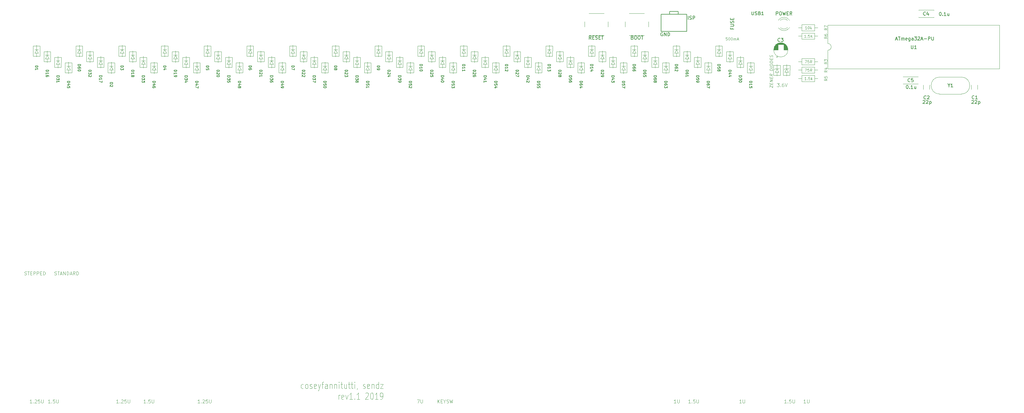
<source format=gbr>
G04 #@! TF.GenerationSoftware,KiCad,Pcbnew,(5.99.0-208-ga1d3f3486)*
G04 #@! TF.CreationDate,2019-11-19T11:23:27+07:00*
G04 #@! TF.ProjectId,discipline-pcb,64697363-6970-46c6-996e-652d7063622e,rev?*
G04 #@! TF.SameCoordinates,Original*
G04 #@! TF.FileFunction,Legend,Top*
G04 #@! TF.FilePolarity,Positive*
%FSLAX46Y46*%
G04 Gerber Fmt 4.6, Leading zero omitted, Abs format (unit mm)*
G04 Created by KiCad (PCBNEW (5.99.0-208-ga1d3f3486)) date 2019-11-19 11:23:27*
%MOMM*%
%LPD*%
G04 APERTURE LIST*
%ADD10C,0.100000*%
%ADD11C,0.120000*%
%ADD12C,0.150000*%
%ADD13C,0.075000*%
%ADD14C,0.203200*%
%ADD15C,0.200000*%
G04 APERTURE END LIST*
D10*
X275347969Y-61241179D02*
X274967017Y-61241179D01*
X274928922Y-61622132D01*
X274967017Y-61584036D01*
X275043208Y-61545941D01*
X275233684Y-61545941D01*
X275309874Y-61584036D01*
X275347969Y-61622132D01*
X275386065Y-61698322D01*
X275386065Y-61888798D01*
X275347969Y-61964989D01*
X275309874Y-62003084D01*
X275233684Y-62041179D01*
X275043208Y-62041179D01*
X274967017Y-62003084D01*
X274928922Y-61964989D01*
X275881303Y-61241179D02*
X275957493Y-61241179D01*
X276033684Y-61279275D01*
X276071779Y-61317370D01*
X276109874Y-61393560D01*
X276147969Y-61545941D01*
X276147969Y-61736417D01*
X276109874Y-61888798D01*
X276071779Y-61964989D01*
X276033684Y-62003084D01*
X275957493Y-62041179D01*
X275881303Y-62041179D01*
X275805112Y-62003084D01*
X275767017Y-61964989D01*
X275728922Y-61888798D01*
X275690827Y-61736417D01*
X275690827Y-61545941D01*
X275728922Y-61393560D01*
X275767017Y-61317370D01*
X275805112Y-61279275D01*
X275881303Y-61241179D01*
X276643208Y-61241179D02*
X276719398Y-61241179D01*
X276795589Y-61279275D01*
X276833684Y-61317370D01*
X276871779Y-61393560D01*
X276909874Y-61545941D01*
X276909874Y-61736417D01*
X276871779Y-61888798D01*
X276833684Y-61964989D01*
X276795589Y-62003084D01*
X276719398Y-62041179D01*
X276643208Y-62041179D01*
X276567017Y-62003084D01*
X276528922Y-61964989D01*
X276490827Y-61888798D01*
X276452731Y-61736417D01*
X276452731Y-61545941D01*
X276490827Y-61393560D01*
X276528922Y-61317370D01*
X276567017Y-61279275D01*
X276643208Y-61241179D01*
X277252731Y-62041179D02*
X277252731Y-61507846D01*
X277252731Y-61584036D02*
X277290827Y-61545941D01*
X277367017Y-61507846D01*
X277481303Y-61507846D01*
X277557493Y-61545941D01*
X277595589Y-61622132D01*
X277595589Y-62041179D01*
X277595589Y-61622132D02*
X277633684Y-61545941D01*
X277709874Y-61507846D01*
X277824160Y-61507846D01*
X277900350Y-61545941D01*
X277938446Y-61622132D01*
X277938446Y-62041179D01*
X278281303Y-61812608D02*
X278662255Y-61812608D01*
X278205112Y-62041179D02*
X278471779Y-61241179D01*
X278738446Y-62041179D01*
X290127979Y-74833764D02*
X290747027Y-74833764D01*
X290413693Y-75214717D01*
X290556550Y-75214717D01*
X290651789Y-75262336D01*
X290699408Y-75309955D01*
X290747027Y-75405193D01*
X290747027Y-75643288D01*
X290699408Y-75738526D01*
X290651789Y-75786145D01*
X290556550Y-75833764D01*
X290270836Y-75833764D01*
X290175598Y-75786145D01*
X290127979Y-75738526D01*
X291175598Y-75738526D02*
X291223217Y-75786145D01*
X291175598Y-75833764D01*
X291127979Y-75786145D01*
X291175598Y-75738526D01*
X291175598Y-75833764D01*
X292080360Y-74833764D02*
X291889884Y-74833764D01*
X291794646Y-74881384D01*
X291747027Y-74929003D01*
X291651789Y-75071860D01*
X291604170Y-75262336D01*
X291604170Y-75643288D01*
X291651789Y-75738526D01*
X291699408Y-75786145D01*
X291794646Y-75833764D01*
X291985122Y-75833764D01*
X292080360Y-75786145D01*
X292127979Y-75738526D01*
X292175598Y-75643288D01*
X292175598Y-75405193D01*
X292127979Y-75309955D01*
X292080360Y-75262336D01*
X291985122Y-75214717D01*
X291794646Y-75214717D01*
X291699408Y-75262336D01*
X291651789Y-75309955D01*
X291604170Y-75405193D01*
X292461312Y-74833764D02*
X292794646Y-75833764D01*
X293127979Y-74833764D01*
X287944174Y-76007063D02*
X287944174Y-75407063D01*
X288844174Y-76119563D01*
X288844174Y-75519563D01*
X288372746Y-75117777D02*
X288372746Y-74817777D01*
X288844174Y-74748134D02*
X288844174Y-75176706D01*
X287944174Y-75064206D01*
X287944174Y-74635634D01*
X288844174Y-74362420D02*
X287944174Y-74249920D01*
X288844174Y-73848134D01*
X287944174Y-73735634D01*
X288372746Y-73360634D02*
X288372746Y-73060634D01*
X288844174Y-72990991D02*
X288844174Y-73419563D01*
X287944174Y-73307063D01*
X287944174Y-72878491D01*
X288844174Y-72090991D02*
X288415603Y-72337420D01*
X288844174Y-72605277D02*
X287944174Y-72492777D01*
X287944174Y-72149920D01*
X287987032Y-72069563D01*
X288029889Y-72032063D01*
X288115603Y-71999920D01*
X288244174Y-72015991D01*
X288329889Y-72069563D01*
X288372746Y-72117777D01*
X288415603Y-72208849D01*
X288415603Y-72551706D01*
X288844174Y-71019563D02*
X287944174Y-70907063D01*
X287944174Y-70692777D01*
X287987032Y-70569563D01*
X288072746Y-70494563D01*
X288158460Y-70462420D01*
X288329889Y-70440991D01*
X288458460Y-70457063D01*
X288629889Y-70521349D01*
X288715603Y-70574920D01*
X288801317Y-70671349D01*
X288844174Y-70805277D01*
X288844174Y-71019563D01*
X288844174Y-70119563D02*
X287944174Y-70007063D01*
X287944174Y-69407063D02*
X287944174Y-69235634D01*
X287987032Y-69155277D01*
X288072746Y-69080277D01*
X288244174Y-69058849D01*
X288544174Y-69096349D01*
X288715603Y-69160634D01*
X288801317Y-69257063D01*
X288844174Y-69348134D01*
X288844174Y-69519563D01*
X288801317Y-69599920D01*
X288715603Y-69674920D01*
X288544174Y-69696349D01*
X288244174Y-69658849D01*
X288072746Y-69594563D01*
X287987032Y-69498134D01*
X287944174Y-69407063D01*
X288844174Y-68748134D02*
X287944174Y-68635634D01*
X287944174Y-68421349D01*
X287987032Y-68298134D01*
X288072746Y-68223134D01*
X288158460Y-68190991D01*
X288329889Y-68169563D01*
X288458460Y-68185634D01*
X288629889Y-68249920D01*
X288715603Y-68303491D01*
X288801317Y-68399920D01*
X288844174Y-68533849D01*
X288844174Y-68748134D01*
X288372746Y-67789206D02*
X288372746Y-67489206D01*
X288844174Y-67419563D02*
X288844174Y-67848134D01*
X287944174Y-67735634D01*
X287944174Y-67307063D01*
X288801317Y-67071349D02*
X288844174Y-66948134D01*
X288844174Y-66733849D01*
X288801317Y-66642777D01*
X288758460Y-66594563D01*
X288672746Y-66540991D01*
X288587032Y-66530277D01*
X288501317Y-66562420D01*
X288458460Y-66599920D01*
X288415603Y-66680277D01*
X288372746Y-66846349D01*
X288329889Y-66926706D01*
X288287032Y-66964206D01*
X288201317Y-66996349D01*
X288115603Y-66985634D01*
X288029889Y-66932063D01*
X287987032Y-66883849D01*
X287944174Y-66792777D01*
X287944174Y-66578491D01*
X287987032Y-66455277D01*
D11*
X292176544Y-70762296D02*
X292421516Y-70499826D01*
X293511452Y-70499442D02*
X293756424Y-70236972D01*
X289294434Y-70761912D02*
X289539406Y-70499442D01*
X290641780Y-70499442D02*
X290886752Y-70236972D01*
D12*
X234976091Y-61764204D02*
X234642757Y-61288014D01*
X234404662Y-61764204D02*
X234404662Y-60764204D01*
X234785614Y-60764204D01*
X234880852Y-60811824D01*
X234928472Y-60859443D01*
X234976091Y-60954681D01*
X234976091Y-61097538D01*
X234928472Y-61192776D01*
X234880852Y-61240395D01*
X234785614Y-61288014D01*
X234404662Y-61288014D01*
X235404662Y-61240395D02*
X235737995Y-61240395D01*
X235880852Y-61764204D02*
X235404662Y-61764204D01*
X235404662Y-60764204D01*
X235880852Y-60764204D01*
X236261805Y-61716585D02*
X236404662Y-61764204D01*
X236642757Y-61764204D01*
X236737995Y-61716585D01*
X236785614Y-61668966D01*
X236833233Y-61573728D01*
X236833233Y-61478490D01*
X236785614Y-61383252D01*
X236737995Y-61335633D01*
X236642757Y-61288014D01*
X236452281Y-61240395D01*
X236357043Y-61192776D01*
X236309424Y-61145157D01*
X236261805Y-61049919D01*
X236261805Y-60954681D01*
X236309424Y-60859443D01*
X236357043Y-60811824D01*
X236452281Y-60764204D01*
X236690376Y-60764204D01*
X236833233Y-60811824D01*
X237261805Y-61240395D02*
X237595138Y-61240395D01*
X237737995Y-61764204D02*
X237261805Y-61764204D01*
X237261805Y-60764204D01*
X237737995Y-60764204D01*
X238023710Y-60764204D02*
X238595138Y-60764204D01*
X238309424Y-61764204D02*
X238309424Y-60764204D01*
X289872080Y-54573694D02*
X289872080Y-53573694D01*
X290253032Y-53573694D01*
X290348270Y-53621314D01*
X290395889Y-53668933D01*
X290443508Y-53764171D01*
X290443508Y-53907028D01*
X290395889Y-54002266D01*
X290348270Y-54049885D01*
X290253032Y-54097504D01*
X289872080Y-54097504D01*
X291062556Y-53573694D02*
X291253032Y-53573694D01*
X291348270Y-53621314D01*
X291443508Y-53716552D01*
X291491127Y-53907028D01*
X291491127Y-54240361D01*
X291443508Y-54430837D01*
X291348270Y-54526075D01*
X291253032Y-54573694D01*
X291062556Y-54573694D01*
X290967318Y-54526075D01*
X290872080Y-54430837D01*
X290824461Y-54240361D01*
X290824461Y-53907028D01*
X290872080Y-53716552D01*
X290967318Y-53621314D01*
X291062556Y-53573694D01*
X291824461Y-53573694D02*
X292062556Y-54573694D01*
X292253032Y-53859409D01*
X292443508Y-54573694D01*
X292681604Y-53573694D01*
X293062556Y-54049885D02*
X293395889Y-54049885D01*
X293538746Y-54573694D02*
X293062556Y-54573694D01*
X293062556Y-53573694D01*
X293538746Y-53573694D01*
X294538746Y-54573694D02*
X294205413Y-54097504D01*
X293967318Y-54573694D02*
X293967318Y-53573694D01*
X294348270Y-53573694D01*
X294443508Y-53621314D01*
X294491127Y-53668933D01*
X294538746Y-53764171D01*
X294538746Y-53907028D01*
X294491127Y-54002266D01*
X294443508Y-54049885D01*
X294348270Y-54097504D01*
X293967318Y-54097504D01*
X256191330Y-59814457D02*
X256096092Y-59766837D01*
X255953235Y-59766837D01*
X255810377Y-59814457D01*
X255715139Y-59909695D01*
X255667520Y-60004933D01*
X255619901Y-60195409D01*
X255619901Y-60338266D01*
X255667520Y-60528742D01*
X255715139Y-60623980D01*
X255810377Y-60719218D01*
X255953235Y-60766837D01*
X256048473Y-60766837D01*
X256191330Y-60719218D01*
X256238949Y-60671599D01*
X256238949Y-60338266D01*
X256048473Y-60338266D01*
X256667520Y-60766837D02*
X256667520Y-59766837D01*
X257238949Y-60766837D01*
X257238949Y-59766837D01*
X257715139Y-60766837D02*
X257715139Y-59766837D01*
X257953235Y-59766837D01*
X258096092Y-59814457D01*
X258191330Y-59909695D01*
X258238949Y-60004933D01*
X258286568Y-60195409D01*
X258286568Y-60338266D01*
X258238949Y-60528742D01*
X258191330Y-60623980D01*
X258096092Y-60719218D01*
X257953235Y-60766837D01*
X257715139Y-60766837D01*
X263746008Y-55884988D02*
X263746008Y-54884988D01*
X264174579Y-55837369D02*
X264317437Y-55884988D01*
X264555532Y-55884988D01*
X264650770Y-55837369D01*
X264698389Y-55789750D01*
X264746008Y-55694512D01*
X264746008Y-55599274D01*
X264698389Y-55504036D01*
X264650770Y-55456417D01*
X264555532Y-55408798D01*
X264365056Y-55361179D01*
X264269818Y-55313560D01*
X264222199Y-55265941D01*
X264174579Y-55170703D01*
X264174579Y-55075465D01*
X264222199Y-54980227D01*
X264269818Y-54932608D01*
X264365056Y-54884988D01*
X264603151Y-54884988D01*
X264746008Y-54932608D01*
X265174579Y-55884988D02*
X265174579Y-54884988D01*
X265555532Y-54884988D01*
X265650770Y-54932608D01*
X265698389Y-54980227D01*
X265746008Y-55075465D01*
X265746008Y-55218322D01*
X265698389Y-55313560D01*
X265650770Y-55361179D01*
X265555532Y-55408798D01*
X265174579Y-55408798D01*
D10*
X298627744Y-169726244D02*
X298056316Y-169726244D01*
X298342030Y-169726244D02*
X298342030Y-168726244D01*
X298246792Y-168869102D01*
X298151554Y-168964340D01*
X298056316Y-169011959D01*
X299056316Y-168726244D02*
X299056316Y-169535768D01*
X299103935Y-169631006D01*
X299151554Y-169678625D01*
X299246792Y-169726244D01*
X299437268Y-169726244D01*
X299532506Y-169678625D01*
X299580125Y-169631006D01*
X299627744Y-169535768D01*
X299627744Y-168726244D01*
X279537426Y-169726244D02*
X278965998Y-169726244D01*
X279251712Y-169726244D02*
X279251712Y-168726244D01*
X279156474Y-168869102D01*
X279061236Y-168964340D01*
X278965998Y-169011959D01*
X279965998Y-168726244D02*
X279965998Y-169535768D01*
X280013617Y-169631006D01*
X280061236Y-169678625D01*
X280156474Y-169726244D01*
X280346950Y-169726244D01*
X280442188Y-169678625D01*
X280489807Y-169631006D01*
X280537426Y-169535768D01*
X280537426Y-168726244D01*
X260127184Y-169726244D02*
X259555756Y-169726244D01*
X259841470Y-169726244D02*
X259841470Y-168726244D01*
X259746232Y-168869102D01*
X259650994Y-168964340D01*
X259555756Y-169011959D01*
X260555756Y-168726244D02*
X260555756Y-169535768D01*
X260603375Y-169631006D01*
X260650994Y-169678625D01*
X260746232Y-169726244D01*
X260936708Y-169726244D01*
X261031946Y-169678625D01*
X261079565Y-169631006D01*
X261127184Y-169535768D01*
X261127184Y-168726244D01*
X75753008Y-131673693D02*
X75895866Y-131721312D01*
X76133961Y-131721312D01*
X76229199Y-131673693D01*
X76276818Y-131626074D01*
X76324437Y-131530836D01*
X76324437Y-131435598D01*
X76276818Y-131340360D01*
X76229199Y-131292741D01*
X76133961Y-131245122D01*
X75943485Y-131197503D01*
X75848247Y-131149884D01*
X75800628Y-131102265D01*
X75753008Y-131007027D01*
X75753008Y-130911789D01*
X75800628Y-130816551D01*
X75848247Y-130768932D01*
X75943485Y-130721312D01*
X76181580Y-130721312D01*
X76324437Y-130768932D01*
X76610151Y-130721312D02*
X77181580Y-130721312D01*
X76895866Y-131721312D02*
X76895866Y-130721312D01*
X77467294Y-131435598D02*
X77943485Y-131435598D01*
X77372056Y-131721312D02*
X77705389Y-130721312D01*
X78038723Y-131721312D01*
X78372056Y-131721312D02*
X78372056Y-130721312D01*
X78943485Y-131721312D01*
X78943485Y-130721312D01*
X79419675Y-131721312D02*
X79419675Y-130721312D01*
X79657770Y-130721312D01*
X79800628Y-130768932D01*
X79895866Y-130864170D01*
X79943485Y-130959408D01*
X79991104Y-131149884D01*
X79991104Y-131292741D01*
X79943485Y-131483217D01*
X79895866Y-131578455D01*
X79800628Y-131673693D01*
X79657770Y-131721312D01*
X79419675Y-131721312D01*
X80372056Y-131435598D02*
X80848247Y-131435598D01*
X80276818Y-131721312D02*
X80610151Y-130721312D01*
X80943485Y-131721312D01*
X81848247Y-131721312D02*
X81514913Y-131245122D01*
X81276818Y-131721312D02*
X81276818Y-130721312D01*
X81657770Y-130721312D01*
X81753008Y-130768932D01*
X81800628Y-130816551D01*
X81848247Y-130911789D01*
X81848247Y-131054646D01*
X81800628Y-131149884D01*
X81753008Y-131197503D01*
X81657770Y-131245122D01*
X81276818Y-131245122D01*
X82276818Y-131721312D02*
X82276818Y-130721312D01*
X82514913Y-130721312D01*
X82657770Y-130768932D01*
X82753008Y-130864170D01*
X82800628Y-130959408D01*
X82848247Y-131149884D01*
X82848247Y-131292741D01*
X82800628Y-131483217D01*
X82753008Y-131578455D01*
X82657770Y-131673693D01*
X82514913Y-131721312D01*
X82276818Y-131721312D01*
X66832952Y-131673693D02*
X66975809Y-131721312D01*
X67213904Y-131721312D01*
X67309142Y-131673693D01*
X67356761Y-131626074D01*
X67404381Y-131530836D01*
X67404381Y-131435598D01*
X67356761Y-131340360D01*
X67309142Y-131292741D01*
X67213904Y-131245122D01*
X67023428Y-131197503D01*
X66928190Y-131149884D01*
X66880571Y-131102265D01*
X66832952Y-131007027D01*
X66832952Y-130911789D01*
X66880571Y-130816551D01*
X66928190Y-130768932D01*
X67023428Y-130721312D01*
X67261523Y-130721312D01*
X67404381Y-130768932D01*
X67690095Y-130721312D02*
X68261523Y-130721312D01*
X67975809Y-131721312D02*
X67975809Y-130721312D01*
X68594857Y-131197503D02*
X68928190Y-131197503D01*
X69071047Y-131721312D02*
X68594857Y-131721312D01*
X68594857Y-130721312D01*
X69071047Y-130721312D01*
X69499619Y-131721312D02*
X69499619Y-130721312D01*
X69880571Y-130721312D01*
X69975809Y-130768932D01*
X70023428Y-130816551D01*
X70071047Y-130911789D01*
X70071047Y-131054646D01*
X70023428Y-131149884D01*
X69975809Y-131197503D01*
X69880571Y-131245122D01*
X69499619Y-131245122D01*
X70499619Y-131721312D02*
X70499619Y-130721312D01*
X70880571Y-130721312D01*
X70975809Y-130768932D01*
X71023428Y-130816551D01*
X71071047Y-130911789D01*
X71071047Y-131054646D01*
X71023428Y-131149884D01*
X70975809Y-131197503D01*
X70880571Y-131245122D01*
X70499619Y-131245122D01*
X71499619Y-131197503D02*
X71832952Y-131197503D01*
X71975809Y-131721312D02*
X71499619Y-131721312D01*
X71499619Y-130721312D01*
X71975809Y-130721312D01*
X72404381Y-131721312D02*
X72404381Y-130721312D01*
X72642476Y-130721312D01*
X72785333Y-130768932D01*
X72880571Y-130864170D01*
X72928190Y-130959408D01*
X72975809Y-131149884D01*
X72975809Y-131292741D01*
X72928190Y-131483217D01*
X72880571Y-131578455D01*
X72785333Y-131673693D01*
X72642476Y-131721312D01*
X72404381Y-131721312D01*
X292887138Y-169726244D02*
X292315709Y-169726244D01*
X292601423Y-169726244D02*
X292601423Y-168726244D01*
X292506185Y-168869102D01*
X292410947Y-168964340D01*
X292315709Y-169011959D01*
X293315709Y-169631006D02*
X293363328Y-169678625D01*
X293315709Y-169726244D01*
X293268090Y-169678625D01*
X293315709Y-169631006D01*
X293315709Y-169726244D01*
X294268090Y-168726244D02*
X293791899Y-168726244D01*
X293744280Y-169202435D01*
X293791899Y-169154816D01*
X293887138Y-169107197D01*
X294125233Y-169107197D01*
X294220471Y-169154816D01*
X294268090Y-169202435D01*
X294315709Y-169297673D01*
X294315709Y-169535768D01*
X294268090Y-169631006D01*
X294220471Y-169678625D01*
X294125233Y-169726244D01*
X293887138Y-169726244D01*
X293791899Y-169678625D01*
X293744280Y-169631006D01*
X294744280Y-168726244D02*
X294744280Y-169535768D01*
X294791899Y-169631006D01*
X294839519Y-169678625D01*
X294934757Y-169726244D01*
X295125233Y-169726244D01*
X295220471Y-169678625D01*
X295268090Y-169631006D01*
X295315709Y-169535768D01*
X295315709Y-168726244D01*
X264399734Y-169726244D02*
X263828305Y-169726244D01*
X264114019Y-169726244D02*
X264114019Y-168726244D01*
X264018781Y-168869102D01*
X263923543Y-168964340D01*
X263828305Y-169011959D01*
X264828305Y-169631006D02*
X264875924Y-169678625D01*
X264828305Y-169726244D01*
X264780686Y-169678625D01*
X264828305Y-169631006D01*
X264828305Y-169726244D01*
X265780686Y-168726244D02*
X265304495Y-168726244D01*
X265256876Y-169202435D01*
X265304495Y-169154816D01*
X265399734Y-169107197D01*
X265637829Y-169107197D01*
X265733067Y-169154816D01*
X265780686Y-169202435D01*
X265828305Y-169297673D01*
X265828305Y-169535768D01*
X265780686Y-169631006D01*
X265733067Y-169678625D01*
X265637829Y-169726244D01*
X265399734Y-169726244D01*
X265304495Y-169678625D01*
X265256876Y-169631006D01*
X266256876Y-168726244D02*
X266256876Y-169535768D01*
X266304495Y-169631006D01*
X266352115Y-169678625D01*
X266447353Y-169726244D01*
X266637829Y-169726244D01*
X266733067Y-169678625D01*
X266780686Y-169631006D01*
X266828305Y-169535768D01*
X266828305Y-168726244D01*
X102757492Y-169726244D02*
X102186063Y-169726244D01*
X102471777Y-169726244D02*
X102471777Y-168726244D01*
X102376539Y-168869102D01*
X102281301Y-168964340D01*
X102186063Y-169011959D01*
X103186063Y-169631006D02*
X103233682Y-169678625D01*
X103186063Y-169726244D01*
X103138444Y-169678625D01*
X103186063Y-169631006D01*
X103186063Y-169726244D01*
X104138444Y-168726244D02*
X103662253Y-168726244D01*
X103614634Y-169202435D01*
X103662253Y-169154816D01*
X103757492Y-169107197D01*
X103995587Y-169107197D01*
X104090825Y-169154816D01*
X104138444Y-169202435D01*
X104186063Y-169297673D01*
X104186063Y-169535768D01*
X104138444Y-169631006D01*
X104090825Y-169678625D01*
X103995587Y-169726244D01*
X103757492Y-169726244D01*
X103662253Y-169678625D01*
X103614634Y-169631006D01*
X104614634Y-168726244D02*
X104614634Y-169535768D01*
X104662253Y-169631006D01*
X104709873Y-169678625D01*
X104805111Y-169726244D01*
X104995587Y-169726244D01*
X105090825Y-169678625D01*
X105138444Y-169631006D01*
X105186063Y-169535768D01*
X105186063Y-168726244D01*
X74411272Y-169726244D02*
X73839843Y-169726244D01*
X74125557Y-169726244D02*
X74125557Y-168726244D01*
X74030319Y-168869102D01*
X73935081Y-168964340D01*
X73839843Y-169011959D01*
X74839843Y-169631006D02*
X74887462Y-169678625D01*
X74839843Y-169726244D01*
X74792224Y-169678625D01*
X74839843Y-169631006D01*
X74839843Y-169726244D01*
X75792224Y-168726244D02*
X75316033Y-168726244D01*
X75268414Y-169202435D01*
X75316033Y-169154816D01*
X75411272Y-169107197D01*
X75649367Y-169107197D01*
X75744605Y-169154816D01*
X75792224Y-169202435D01*
X75839843Y-169297673D01*
X75839843Y-169535768D01*
X75792224Y-169631006D01*
X75744605Y-169678625D01*
X75649367Y-169726244D01*
X75411272Y-169726244D01*
X75316033Y-169678625D01*
X75268414Y-169631006D01*
X76268414Y-168726244D02*
X76268414Y-169535768D01*
X76316033Y-169631006D01*
X76363653Y-169678625D01*
X76458891Y-169726244D01*
X76649367Y-169726244D01*
X76744605Y-169678625D01*
X76792224Y-169631006D01*
X76839843Y-169535768D01*
X76839843Y-168726244D01*
X118816596Y-169726244D02*
X118245168Y-169726244D01*
X118530882Y-169726244D02*
X118530882Y-168726244D01*
X118435644Y-168869102D01*
X118340406Y-168964340D01*
X118245168Y-169011959D01*
X119245168Y-169631006D02*
X119292787Y-169678625D01*
X119245168Y-169726244D01*
X119197548Y-169678625D01*
X119245168Y-169631006D01*
X119245168Y-169726244D01*
X119673739Y-168821483D02*
X119721358Y-168773864D01*
X119816596Y-168726244D01*
X120054691Y-168726244D01*
X120149929Y-168773864D01*
X120197548Y-168821483D01*
X120245168Y-168916721D01*
X120245168Y-169011959D01*
X120197548Y-169154816D01*
X119626120Y-169726244D01*
X120245168Y-169726244D01*
X121149929Y-168726244D02*
X120673739Y-168726244D01*
X120626120Y-169202435D01*
X120673739Y-169154816D01*
X120768977Y-169107197D01*
X121007072Y-169107197D01*
X121102310Y-169154816D01*
X121149929Y-169202435D01*
X121197548Y-169297673D01*
X121197548Y-169535768D01*
X121149929Y-169631006D01*
X121102310Y-169678625D01*
X121007072Y-169726244D01*
X120768977Y-169726244D01*
X120673739Y-169678625D01*
X120626120Y-169631006D01*
X121626120Y-168726244D02*
X121626120Y-169535768D01*
X121673739Y-169631006D01*
X121721358Y-169678625D01*
X121816596Y-169726244D01*
X122007072Y-169726244D01*
X122102310Y-169678625D01*
X122149929Y-169631006D01*
X122197548Y-169535768D01*
X122197548Y-168726244D01*
X94669816Y-169726244D02*
X94098388Y-169726244D01*
X94384102Y-169726244D02*
X94384102Y-168726244D01*
X94288864Y-168869102D01*
X94193626Y-168964340D01*
X94098388Y-169011959D01*
X95098388Y-169631006D02*
X95146007Y-169678625D01*
X95098388Y-169726244D01*
X95050768Y-169678625D01*
X95098388Y-169631006D01*
X95098388Y-169726244D01*
X95526959Y-168821483D02*
X95574578Y-168773864D01*
X95669816Y-168726244D01*
X95907911Y-168726244D01*
X96003149Y-168773864D01*
X96050768Y-168821483D01*
X96098388Y-168916721D01*
X96098388Y-169011959D01*
X96050768Y-169154816D01*
X95479340Y-169726244D01*
X96098388Y-169726244D01*
X97003149Y-168726244D02*
X96526959Y-168726244D01*
X96479340Y-169202435D01*
X96526959Y-169154816D01*
X96622197Y-169107197D01*
X96860292Y-169107197D01*
X96955530Y-169154816D01*
X97003149Y-169202435D01*
X97050768Y-169297673D01*
X97050768Y-169535768D01*
X97003149Y-169631006D01*
X96955530Y-169678625D01*
X96860292Y-169726244D01*
X96622197Y-169726244D01*
X96526959Y-169678625D01*
X96479340Y-169631006D01*
X97479340Y-168726244D02*
X97479340Y-169535768D01*
X97526959Y-169631006D01*
X97574578Y-169678625D01*
X97669816Y-169726244D01*
X97860292Y-169726244D01*
X97955530Y-169678625D01*
X98003149Y-169631006D01*
X98050768Y-169535768D01*
X98050768Y-168726244D01*
X69000739Y-169726244D02*
X68429311Y-169726244D01*
X68715025Y-169726244D02*
X68715025Y-168726244D01*
X68619787Y-168869102D01*
X68524549Y-168964340D01*
X68429311Y-169011959D01*
X69429311Y-169631006D02*
X69476930Y-169678625D01*
X69429311Y-169726244D01*
X69381691Y-169678625D01*
X69429311Y-169631006D01*
X69429311Y-169726244D01*
X69857882Y-168821483D02*
X69905501Y-168773864D01*
X70000739Y-168726244D01*
X70238834Y-168726244D01*
X70334072Y-168773864D01*
X70381691Y-168821483D01*
X70429311Y-168916721D01*
X70429311Y-169011959D01*
X70381691Y-169154816D01*
X69810263Y-169726244D01*
X70429311Y-169726244D01*
X71334072Y-168726244D02*
X70857882Y-168726244D01*
X70810263Y-169202435D01*
X70857882Y-169154816D01*
X70953120Y-169107197D01*
X71191215Y-169107197D01*
X71286453Y-169154816D01*
X71334072Y-169202435D01*
X71381691Y-169297673D01*
X71381691Y-169535768D01*
X71334072Y-169631006D01*
X71286453Y-169678625D01*
X71191215Y-169726244D01*
X70953120Y-169726244D01*
X70857882Y-169678625D01*
X70810263Y-169631006D01*
X71810263Y-168726244D02*
X71810263Y-169535768D01*
X71857882Y-169631006D01*
X71905501Y-169678625D01*
X72000739Y-169726244D01*
X72191215Y-169726244D01*
X72286453Y-169678625D01*
X72334072Y-169631006D01*
X72381691Y-169535768D01*
X72381691Y-168726244D01*
D13*
X149586777Y-165360531D02*
X149443920Y-165455769D01*
X149158205Y-165455769D01*
X149015348Y-165360531D01*
X148943920Y-165265293D01*
X148872491Y-165074817D01*
X148872491Y-164503388D01*
X148943920Y-164312912D01*
X149015348Y-164217674D01*
X149158205Y-164122436D01*
X149443920Y-164122436D01*
X149586777Y-164217674D01*
X150443920Y-165455769D02*
X150301062Y-165360531D01*
X150229634Y-165265293D01*
X150158205Y-165074817D01*
X150158205Y-164503388D01*
X150229634Y-164312912D01*
X150301062Y-164217674D01*
X150443920Y-164122436D01*
X150658205Y-164122436D01*
X150801062Y-164217674D01*
X150872491Y-164312912D01*
X150943920Y-164503388D01*
X150943920Y-165074817D01*
X150872491Y-165265293D01*
X150801062Y-165360531D01*
X150658205Y-165455769D01*
X150443920Y-165455769D01*
X151515348Y-165360531D02*
X151658205Y-165455769D01*
X151943920Y-165455769D01*
X152086777Y-165360531D01*
X152158205Y-165170055D01*
X152158205Y-165074817D01*
X152086777Y-164884341D01*
X151943920Y-164789103D01*
X151729634Y-164789103D01*
X151586777Y-164693865D01*
X151515348Y-164503388D01*
X151515348Y-164408150D01*
X151586777Y-164217674D01*
X151729634Y-164122436D01*
X151943920Y-164122436D01*
X152086777Y-164217674D01*
X153372491Y-165360531D02*
X153229634Y-165455769D01*
X152943920Y-165455769D01*
X152801062Y-165360531D01*
X152729634Y-165170055D01*
X152729634Y-164408150D01*
X152801062Y-164217674D01*
X152943920Y-164122436D01*
X153229634Y-164122436D01*
X153372491Y-164217674D01*
X153443920Y-164408150D01*
X153443920Y-164598627D01*
X152729634Y-164789103D01*
X153943920Y-164122436D02*
X154301062Y-165455769D01*
X154658205Y-164122436D02*
X154301062Y-165455769D01*
X154158205Y-165931960D01*
X154086777Y-166027198D01*
X153943920Y-166122436D01*
X155015348Y-164122436D02*
X155586777Y-164122436D01*
X155229634Y-165455769D02*
X155229634Y-163741484D01*
X155301062Y-163551008D01*
X155443920Y-163455769D01*
X155586777Y-163455769D01*
X156729634Y-165455769D02*
X156729634Y-164408150D01*
X156658205Y-164217674D01*
X156515348Y-164122436D01*
X156229634Y-164122436D01*
X156086777Y-164217674D01*
X156729634Y-165360531D02*
X156586777Y-165455769D01*
X156229634Y-165455769D01*
X156086777Y-165360531D01*
X156015348Y-165170055D01*
X156015348Y-164979579D01*
X156086777Y-164789103D01*
X156229634Y-164693865D01*
X156586777Y-164693865D01*
X156729634Y-164598627D01*
X157443920Y-164122436D02*
X157443920Y-165455769D01*
X157443920Y-164312912D02*
X157515348Y-164217674D01*
X157658205Y-164122436D01*
X157872491Y-164122436D01*
X158015348Y-164217674D01*
X158086777Y-164408150D01*
X158086777Y-165455769D01*
X158801062Y-164122436D02*
X158801062Y-165455769D01*
X158801062Y-164312912D02*
X158872491Y-164217674D01*
X159015348Y-164122436D01*
X159229634Y-164122436D01*
X159372491Y-164217674D01*
X159443920Y-164408150D01*
X159443920Y-165455769D01*
X160158205Y-165455769D02*
X160158205Y-164122436D01*
X160158205Y-163455769D02*
X160086777Y-163551008D01*
X160158205Y-163646246D01*
X160229634Y-163551008D01*
X160158205Y-163455769D01*
X160158205Y-163646246D01*
X160658205Y-164122436D02*
X161229634Y-164122436D01*
X160872491Y-163455769D02*
X160872491Y-165170055D01*
X160943920Y-165360531D01*
X161086777Y-165455769D01*
X161229634Y-165455769D01*
X162372491Y-164122436D02*
X162372491Y-165455769D01*
X161729634Y-164122436D02*
X161729634Y-165170055D01*
X161801062Y-165360531D01*
X161943920Y-165455769D01*
X162158205Y-165455769D01*
X162301062Y-165360531D01*
X162372491Y-165265293D01*
X162872491Y-164122436D02*
X163443920Y-164122436D01*
X163086777Y-163455769D02*
X163086777Y-165170055D01*
X163158205Y-165360531D01*
X163301062Y-165455769D01*
X163443920Y-165455769D01*
X163729634Y-164122436D02*
X164301062Y-164122436D01*
X163943920Y-163455769D02*
X163943920Y-165170055D01*
X164015348Y-165360531D01*
X164158205Y-165455769D01*
X164301062Y-165455769D01*
X164801062Y-165455769D02*
X164801062Y-164122436D01*
X164801062Y-163455769D02*
X164729634Y-163551008D01*
X164801062Y-163646246D01*
X164872491Y-163551008D01*
X164801062Y-163455769D01*
X164801062Y-163646246D01*
X165586777Y-165360531D02*
X165586777Y-165455769D01*
X165515348Y-165646246D01*
X165443920Y-165741484D01*
X167301062Y-165360531D02*
X167443920Y-165455769D01*
X167729634Y-165455769D01*
X167872491Y-165360531D01*
X167943920Y-165170055D01*
X167943920Y-165074817D01*
X167872491Y-164884341D01*
X167729634Y-164789103D01*
X167515348Y-164789103D01*
X167372491Y-164693865D01*
X167301062Y-164503388D01*
X167301062Y-164408150D01*
X167372491Y-164217674D01*
X167515348Y-164122436D01*
X167729634Y-164122436D01*
X167872491Y-164217674D01*
X169158205Y-165360531D02*
X169015348Y-165455769D01*
X168729634Y-165455769D01*
X168586777Y-165360531D01*
X168515348Y-165170055D01*
X168515348Y-164408150D01*
X168586777Y-164217674D01*
X168729634Y-164122436D01*
X169015348Y-164122436D01*
X169158205Y-164217674D01*
X169229634Y-164408150D01*
X169229634Y-164598627D01*
X168515348Y-164789103D01*
X169872491Y-164122436D02*
X169872491Y-165455769D01*
X169872491Y-164312912D02*
X169943920Y-164217674D01*
X170086777Y-164122436D01*
X170301062Y-164122436D01*
X170443920Y-164217674D01*
X170515348Y-164408150D01*
X170515348Y-165455769D01*
X171872491Y-165455769D02*
X171872491Y-163455769D01*
X171872491Y-165360531D02*
X171729634Y-165455769D01*
X171443920Y-165455769D01*
X171301062Y-165360531D01*
X171229634Y-165265293D01*
X171158205Y-165074817D01*
X171158205Y-164503388D01*
X171229634Y-164312912D01*
X171301062Y-164217674D01*
X171443920Y-164122436D01*
X171729634Y-164122436D01*
X171872491Y-164217674D01*
X172443920Y-164122436D02*
X173229634Y-164122436D01*
X172443920Y-165455769D01*
X173229634Y-165455769D01*
X160015348Y-168675769D02*
X160015348Y-167342436D01*
X160015348Y-167723388D02*
X160086777Y-167532912D01*
X160158205Y-167437674D01*
X160301062Y-167342436D01*
X160443920Y-167342436D01*
X161515348Y-168580531D02*
X161372491Y-168675769D01*
X161086777Y-168675769D01*
X160943920Y-168580531D01*
X160872491Y-168390055D01*
X160872491Y-167628150D01*
X160943920Y-167437674D01*
X161086777Y-167342436D01*
X161372491Y-167342436D01*
X161515348Y-167437674D01*
X161586777Y-167628150D01*
X161586777Y-167818627D01*
X160872491Y-168009103D01*
X162086777Y-167342436D02*
X162443920Y-168675769D01*
X162801062Y-167342436D01*
X164158205Y-168675769D02*
X163301062Y-168675769D01*
X163729634Y-168675769D02*
X163729634Y-166675769D01*
X163586777Y-166961484D01*
X163443920Y-167151960D01*
X163301062Y-167247198D01*
X164801062Y-168485293D02*
X164872491Y-168580531D01*
X164801062Y-168675769D01*
X164729634Y-168580531D01*
X164801062Y-168485293D01*
X164801062Y-168675769D01*
X166301062Y-168675769D02*
X165443920Y-168675769D01*
X165872491Y-168675769D02*
X165872491Y-166675769D01*
X165729634Y-166961484D01*
X165586777Y-167151960D01*
X165443920Y-167247198D01*
X168015348Y-166866246D02*
X168086777Y-166771008D01*
X168229634Y-166675769D01*
X168586777Y-166675769D01*
X168729634Y-166771008D01*
X168801062Y-166866246D01*
X168872491Y-167056722D01*
X168872491Y-167247198D01*
X168801062Y-167532912D01*
X167943920Y-168675769D01*
X168872491Y-168675769D01*
X169801062Y-166675769D02*
X169943920Y-166675769D01*
X170086777Y-166771008D01*
X170158205Y-166866246D01*
X170229634Y-167056722D01*
X170301062Y-167437674D01*
X170301062Y-167913865D01*
X170229634Y-168294817D01*
X170158205Y-168485293D01*
X170086777Y-168580531D01*
X169943920Y-168675769D01*
X169801062Y-168675769D01*
X169658205Y-168580531D01*
X169586777Y-168485293D01*
X169515348Y-168294817D01*
X169443920Y-167913865D01*
X169443920Y-167437674D01*
X169515348Y-167056722D01*
X169586777Y-166866246D01*
X169658205Y-166771008D01*
X169801062Y-166675769D01*
X171729634Y-168675769D02*
X170872491Y-168675769D01*
X171301062Y-168675769D02*
X171301062Y-166675769D01*
X171158205Y-166961484D01*
X171015348Y-167151960D01*
X170872491Y-167247198D01*
X172443920Y-168675769D02*
X172729634Y-168675769D01*
X172872491Y-168580531D01*
X172943920Y-168485293D01*
X173086777Y-168199579D01*
X173158205Y-167818627D01*
X173158205Y-167056722D01*
X173086777Y-166866246D01*
X173015348Y-166771008D01*
X172872491Y-166675769D01*
X172586777Y-166675769D01*
X172443920Y-166771008D01*
X172372491Y-166866246D01*
X172301062Y-167056722D01*
X172301062Y-167532912D01*
X172372491Y-167723388D01*
X172443920Y-167818627D01*
X172586777Y-167913865D01*
X172872491Y-167913865D01*
X173015348Y-167818627D01*
X173086777Y-167723388D01*
X173158205Y-167532912D01*
D14*
X263340364Y-54328500D02*
X263340364Y-59408500D01*
X255720364Y-59408500D02*
X255720364Y-54328500D01*
X263340364Y-59408500D02*
X255720364Y-59408500D01*
X255720364Y-54328500D02*
X263340364Y-54328500D01*
D15*
X258230364Y-53518500D02*
X258230364Y-54318500D01*
X260780364Y-53518500D02*
X258230364Y-53518500D01*
X260780364Y-54318500D02*
X260780364Y-53518500D01*
D11*
X69846818Y-64813242D02*
X70926818Y-64813242D01*
X69846818Y-65863242D02*
X70926818Y-65863242D01*
X70376818Y-64923242D02*
X69846818Y-65833242D01*
X70386818Y-64913242D02*
X70926818Y-65863242D01*
X69376818Y-63783242D02*
X71376818Y-63783242D01*
X70386818Y-63523242D02*
X70386818Y-64803242D01*
X70386818Y-66983242D02*
X70386818Y-65863242D01*
X69376818Y-66773242D02*
X71366818Y-66773242D01*
X71376818Y-63783242D02*
X71366818Y-66773242D01*
X69376818Y-63793242D02*
X69376818Y-66763242D01*
X79355207Y-69773829D02*
X80435207Y-69773829D01*
X79355207Y-70823829D02*
X80435207Y-70823829D01*
X79885207Y-69883829D02*
X79355207Y-70793829D01*
X79895207Y-69873829D02*
X80435207Y-70823829D01*
X78885207Y-68743829D02*
X80885207Y-68743829D01*
X79895207Y-68483829D02*
X79895207Y-69763829D01*
X79895207Y-71943829D02*
X79895207Y-70823829D01*
X78885207Y-71733829D02*
X80875207Y-71733829D01*
X80885207Y-68743829D02*
X80875207Y-71733829D01*
X78885207Y-68753829D02*
X78885207Y-71723829D01*
X92033059Y-69773829D02*
X93113059Y-69773829D01*
X92033059Y-70823829D02*
X93113059Y-70823829D01*
X92563059Y-69883829D02*
X92033059Y-70793829D01*
X92573059Y-69873829D02*
X93113059Y-70823829D01*
X91563059Y-68743829D02*
X93563059Y-68743829D01*
X92573059Y-68483829D02*
X92573059Y-69763829D01*
X92573059Y-71943829D02*
X92573059Y-70823829D01*
X91563059Y-71733829D02*
X93553059Y-71733829D01*
X93563059Y-68743829D02*
X93553059Y-71733829D01*
X91563059Y-68753829D02*
X91563059Y-71723829D01*
X95202522Y-64813242D02*
X96282522Y-64813242D01*
X95202522Y-65863242D02*
X96282522Y-65863242D01*
X95732522Y-64923242D02*
X95202522Y-65833242D01*
X95742522Y-64913242D02*
X96282522Y-65863242D01*
X94732522Y-63783242D02*
X96732522Y-63783242D01*
X95742522Y-63523242D02*
X95742522Y-64803242D01*
X95742522Y-66983242D02*
X95742522Y-65863242D01*
X94732522Y-66773242D02*
X96722522Y-66773242D01*
X96732522Y-63783242D02*
X96722522Y-66773242D01*
X94732522Y-63793242D02*
X94732522Y-66763242D01*
X107880374Y-64813242D02*
X108960374Y-64813242D01*
X107880374Y-65863242D02*
X108960374Y-65863242D01*
X108410374Y-64923242D02*
X107880374Y-65833242D01*
X108420374Y-64913242D02*
X108960374Y-65863242D01*
X107410374Y-63783242D02*
X109410374Y-63783242D01*
X108420374Y-63523242D02*
X108420374Y-64803242D01*
X108420374Y-66983242D02*
X108420374Y-65863242D01*
X107410374Y-66773242D02*
X109400374Y-66773242D01*
X109410374Y-63783242D02*
X109400374Y-66773242D01*
X107410374Y-63793242D02*
X107410374Y-66763242D01*
X120558226Y-64813242D02*
X121638226Y-64813242D01*
X120558226Y-65863242D02*
X121638226Y-65863242D01*
X121088226Y-64923242D02*
X120558226Y-65833242D01*
X121098226Y-64913242D02*
X121638226Y-65863242D01*
X120088226Y-63783242D02*
X122088226Y-63783242D01*
X121098226Y-63523242D02*
X121098226Y-64803242D01*
X121098226Y-66983242D02*
X121098226Y-65863242D01*
X120088226Y-66773242D02*
X122078226Y-66773242D01*
X122088226Y-63783242D02*
X122078226Y-66773242D01*
X120088226Y-63793242D02*
X120088226Y-66763242D01*
X133236078Y-64813242D02*
X134316078Y-64813242D01*
X133236078Y-65863242D02*
X134316078Y-65863242D01*
X133766078Y-64923242D02*
X133236078Y-65833242D01*
X133776078Y-64913242D02*
X134316078Y-65863242D01*
X132766078Y-63783242D02*
X134766078Y-63783242D01*
X133776078Y-63523242D02*
X133776078Y-64803242D01*
X133776078Y-66983242D02*
X133776078Y-65863242D01*
X132766078Y-66773242D02*
X134756078Y-66773242D01*
X134766078Y-63783242D02*
X134756078Y-66773242D01*
X132766078Y-63793242D02*
X132766078Y-66763242D01*
X145913930Y-64813242D02*
X146993930Y-64813242D01*
X145913930Y-65863242D02*
X146993930Y-65863242D01*
X146443930Y-64923242D02*
X145913930Y-65833242D01*
X146453930Y-64913242D02*
X146993930Y-65863242D01*
X145443930Y-63783242D02*
X147443930Y-63783242D01*
X146453930Y-63523242D02*
X146453930Y-64803242D01*
X146453930Y-66983242D02*
X146453930Y-65863242D01*
X145443930Y-66773242D02*
X147433930Y-66773242D01*
X147443930Y-63783242D02*
X147433930Y-66773242D01*
X145443930Y-63793242D02*
X145443930Y-66763242D01*
X158591782Y-64813242D02*
X159671782Y-64813242D01*
X158591782Y-65863242D02*
X159671782Y-65863242D01*
X159121782Y-64923242D02*
X158591782Y-65833242D01*
X159131782Y-64913242D02*
X159671782Y-65863242D01*
X158121782Y-63783242D02*
X160121782Y-63783242D01*
X159131782Y-63523242D02*
X159131782Y-64803242D01*
X159131782Y-66983242D02*
X159131782Y-65863242D01*
X158121782Y-66773242D02*
X160111782Y-66773242D01*
X160121782Y-63783242D02*
X160111782Y-66773242D01*
X158121782Y-63793242D02*
X158121782Y-66763242D01*
X171269634Y-64813242D02*
X172349634Y-64813242D01*
X171269634Y-65863242D02*
X172349634Y-65863242D01*
X171799634Y-64923242D02*
X171269634Y-65833242D01*
X171809634Y-64913242D02*
X172349634Y-65863242D01*
X170799634Y-63783242D02*
X172799634Y-63783242D01*
X171809634Y-63523242D02*
X171809634Y-64803242D01*
X171809634Y-66983242D02*
X171809634Y-65863242D01*
X170799634Y-66773242D02*
X172789634Y-66773242D01*
X172799634Y-63783242D02*
X172789634Y-66773242D01*
X170799634Y-63793242D02*
X170799634Y-66763242D01*
X183947486Y-64813242D02*
X185027486Y-64813242D01*
X183947486Y-65863242D02*
X185027486Y-65863242D01*
X184477486Y-64923242D02*
X183947486Y-65833242D01*
X184487486Y-64913242D02*
X185027486Y-65863242D01*
X183477486Y-63783242D02*
X185477486Y-63783242D01*
X184487486Y-63523242D02*
X184487486Y-64803242D01*
X184487486Y-66983242D02*
X184487486Y-65863242D01*
X183477486Y-66773242D02*
X185467486Y-66773242D01*
X185477486Y-63783242D02*
X185467486Y-66773242D01*
X183477486Y-63793242D02*
X183477486Y-66763242D01*
X196625338Y-64813242D02*
X197705338Y-64813242D01*
X196625338Y-65863242D02*
X197705338Y-65863242D01*
X197155338Y-64923242D02*
X196625338Y-65833242D01*
X197165338Y-64913242D02*
X197705338Y-65863242D01*
X196155338Y-63783242D02*
X198155338Y-63783242D01*
X197165338Y-63523242D02*
X197165338Y-64803242D01*
X197165338Y-66983242D02*
X197165338Y-65863242D01*
X196155338Y-66773242D02*
X198145338Y-66773242D01*
X198155338Y-63783242D02*
X198145338Y-66773242D01*
X196155338Y-63793242D02*
X196155338Y-66763242D01*
X209303190Y-64813242D02*
X210383190Y-64813242D01*
X209303190Y-65863242D02*
X210383190Y-65863242D01*
X209833190Y-64923242D02*
X209303190Y-65833242D01*
X209843190Y-64913242D02*
X210383190Y-65863242D01*
X208833190Y-63783242D02*
X210833190Y-63783242D01*
X209843190Y-63523242D02*
X209843190Y-64803242D01*
X209843190Y-66983242D02*
X209843190Y-65863242D01*
X208833190Y-66773242D02*
X210823190Y-66773242D01*
X210833190Y-63783242D02*
X210823190Y-66773242D01*
X208833190Y-63793242D02*
X208833190Y-66763242D01*
X221981042Y-64813242D02*
X223061042Y-64813242D01*
X221981042Y-65863242D02*
X223061042Y-65863242D01*
X222511042Y-64923242D02*
X221981042Y-65833242D01*
X222521042Y-64913242D02*
X223061042Y-65863242D01*
X221511042Y-63783242D02*
X223511042Y-63783242D01*
X222521042Y-63523242D02*
X222521042Y-64803242D01*
X222521042Y-66983242D02*
X222521042Y-65863242D01*
X221511042Y-66773242D02*
X223501042Y-66773242D01*
X223511042Y-63783242D02*
X223501042Y-66773242D01*
X221511042Y-63793242D02*
X221511042Y-66763242D01*
X234588910Y-64813242D02*
X235668910Y-64813242D01*
X234588910Y-65863242D02*
X235668910Y-65863242D01*
X235118910Y-64923242D02*
X234588910Y-65833242D01*
X235128910Y-64913242D02*
X235668910Y-65863242D01*
X234118910Y-63783242D02*
X236118910Y-63783242D01*
X235128910Y-63523242D02*
X235128910Y-64803242D01*
X235128910Y-66983242D02*
X235128910Y-65863242D01*
X234118910Y-66773242D02*
X236108910Y-66773242D01*
X236118910Y-63783242D02*
X236108910Y-66773242D01*
X234118910Y-63793242D02*
X234118910Y-66763242D01*
X281788463Y-69773829D02*
X282868463Y-69773829D01*
X281788463Y-70823829D02*
X282868463Y-70823829D01*
X282318463Y-69883829D02*
X281788463Y-70793829D01*
X282328463Y-69873829D02*
X282868463Y-70823829D01*
X281318463Y-68743829D02*
X283318463Y-68743829D01*
X282328463Y-68483829D02*
X282328463Y-69763829D01*
X282328463Y-71943829D02*
X282328463Y-70823829D01*
X281318463Y-71733829D02*
X283308463Y-71733829D01*
X283318463Y-68743829D02*
X283308463Y-71733829D01*
X281318463Y-68753829D02*
X281318463Y-71723829D01*
X73016281Y-66466771D02*
X74096281Y-66466771D01*
X73016281Y-67516771D02*
X74096281Y-67516771D01*
X73546281Y-66576771D02*
X73016281Y-67486771D01*
X73556281Y-66566771D02*
X74096281Y-67516771D01*
X72546281Y-65436771D02*
X74546281Y-65436771D01*
X73556281Y-65176771D02*
X73556281Y-66456771D01*
X73556281Y-68636771D02*
X73556281Y-67516771D01*
X72546281Y-68426771D02*
X74536281Y-68426771D01*
X74546281Y-65436771D02*
X74536281Y-68426771D01*
X72546281Y-65446771D02*
X72546281Y-68416771D01*
X88863596Y-68120300D02*
X89943596Y-68120300D01*
X88863596Y-69170300D02*
X89943596Y-69170300D01*
X89393596Y-68230300D02*
X88863596Y-69140300D01*
X89403596Y-68220300D02*
X89943596Y-69170300D01*
X88393596Y-67090300D02*
X90393596Y-67090300D01*
X89403596Y-66830300D02*
X89403596Y-68110300D01*
X89403596Y-70290300D02*
X89403596Y-69170300D01*
X88393596Y-70080300D02*
X90383596Y-70080300D01*
X90393596Y-67090300D02*
X90383596Y-70080300D01*
X88393596Y-67100300D02*
X88393596Y-70070300D01*
X98371985Y-66466771D02*
X99451985Y-66466771D01*
X98371985Y-67516771D02*
X99451985Y-67516771D01*
X98901985Y-66576771D02*
X98371985Y-67486771D01*
X98911985Y-66566771D02*
X99451985Y-67516771D01*
X97901985Y-65436771D02*
X99901985Y-65436771D01*
X98911985Y-65176771D02*
X98911985Y-66456771D01*
X98911985Y-68636771D02*
X98911985Y-67516771D01*
X97901985Y-68426771D02*
X99891985Y-68426771D01*
X99901985Y-65436771D02*
X99891985Y-68426771D01*
X97901985Y-65446771D02*
X97901985Y-68416771D01*
X111049837Y-66466771D02*
X112129837Y-66466771D01*
X111049837Y-67516771D02*
X112129837Y-67516771D01*
X111579837Y-66576771D02*
X111049837Y-67486771D01*
X111589837Y-66566771D02*
X112129837Y-67516771D01*
X110579837Y-65436771D02*
X112579837Y-65436771D01*
X111589837Y-65176771D02*
X111589837Y-66456771D01*
X111589837Y-68636771D02*
X111589837Y-67516771D01*
X110579837Y-68426771D02*
X112569837Y-68426771D01*
X112579837Y-65436771D02*
X112569837Y-68426771D01*
X110579837Y-65446771D02*
X110579837Y-68416771D01*
X123727689Y-66466771D02*
X124807689Y-66466771D01*
X123727689Y-67516771D02*
X124807689Y-67516771D01*
X124257689Y-66576771D02*
X123727689Y-67486771D01*
X124267689Y-66566771D02*
X124807689Y-67516771D01*
X123257689Y-65436771D02*
X125257689Y-65436771D01*
X124267689Y-65176771D02*
X124267689Y-66456771D01*
X124267689Y-68636771D02*
X124267689Y-67516771D01*
X123257689Y-68426771D02*
X125247689Y-68426771D01*
X125257689Y-65436771D02*
X125247689Y-68426771D01*
X123257689Y-65446771D02*
X123257689Y-68416771D01*
X136405541Y-66466771D02*
X137485541Y-66466771D01*
X136405541Y-67516771D02*
X137485541Y-67516771D01*
X136935541Y-66576771D02*
X136405541Y-67486771D01*
X136945541Y-66566771D02*
X137485541Y-67516771D01*
X135935541Y-65436771D02*
X137935541Y-65436771D01*
X136945541Y-65176771D02*
X136945541Y-66456771D01*
X136945541Y-68636771D02*
X136945541Y-67516771D01*
X135935541Y-68426771D02*
X137925541Y-68426771D01*
X137935541Y-65436771D02*
X137925541Y-68426771D01*
X135935541Y-65446771D02*
X135935541Y-68416771D01*
X149083393Y-66466771D02*
X150163393Y-66466771D01*
X149083393Y-67516771D02*
X150163393Y-67516771D01*
X149613393Y-66576771D02*
X149083393Y-67486771D01*
X149623393Y-66566771D02*
X150163393Y-67516771D01*
X148613393Y-65436771D02*
X150613393Y-65436771D01*
X149623393Y-65176771D02*
X149623393Y-66456771D01*
X149623393Y-68636771D02*
X149623393Y-67516771D01*
X148613393Y-68426771D02*
X150603393Y-68426771D01*
X150613393Y-65436771D02*
X150603393Y-68426771D01*
X148613393Y-65446771D02*
X148613393Y-68416771D01*
X161761245Y-66466771D02*
X162841245Y-66466771D01*
X161761245Y-67516771D02*
X162841245Y-67516771D01*
X162291245Y-66576771D02*
X161761245Y-67486771D01*
X162301245Y-66566771D02*
X162841245Y-67516771D01*
X161291245Y-65436771D02*
X163291245Y-65436771D01*
X162301245Y-65176771D02*
X162301245Y-66456771D01*
X162301245Y-68636771D02*
X162301245Y-67516771D01*
X161291245Y-68426771D02*
X163281245Y-68426771D01*
X163291245Y-65436771D02*
X163281245Y-68426771D01*
X161291245Y-65446771D02*
X161291245Y-68416771D01*
X174439097Y-66466771D02*
X175519097Y-66466771D01*
X174439097Y-67516771D02*
X175519097Y-67516771D01*
X174969097Y-66576771D02*
X174439097Y-67486771D01*
X174979097Y-66566771D02*
X175519097Y-67516771D01*
X173969097Y-65436771D02*
X175969097Y-65436771D01*
X174979097Y-65176771D02*
X174979097Y-66456771D01*
X174979097Y-68636771D02*
X174979097Y-67516771D01*
X173969097Y-68426771D02*
X175959097Y-68426771D01*
X175969097Y-65436771D02*
X175959097Y-68426771D01*
X173969097Y-65446771D02*
X173969097Y-68416771D01*
X187116949Y-66466771D02*
X188196949Y-66466771D01*
X187116949Y-67516771D02*
X188196949Y-67516771D01*
X187646949Y-66576771D02*
X187116949Y-67486771D01*
X187656949Y-66566771D02*
X188196949Y-67516771D01*
X186646949Y-65436771D02*
X188646949Y-65436771D01*
X187656949Y-65176771D02*
X187656949Y-66456771D01*
X187656949Y-68636771D02*
X187656949Y-67516771D01*
X186646949Y-68426771D02*
X188636949Y-68426771D01*
X188646949Y-65436771D02*
X188636949Y-68426771D01*
X186646949Y-65446771D02*
X186646949Y-68416771D01*
X199794801Y-66466771D02*
X200874801Y-66466771D01*
X199794801Y-67516771D02*
X200874801Y-67516771D01*
X200324801Y-66576771D02*
X199794801Y-67486771D01*
X200334801Y-66566771D02*
X200874801Y-67516771D01*
X199324801Y-65436771D02*
X201324801Y-65436771D01*
X200334801Y-65176771D02*
X200334801Y-66456771D01*
X200334801Y-68636771D02*
X200334801Y-67516771D01*
X199324801Y-68426771D02*
X201314801Y-68426771D01*
X201324801Y-65436771D02*
X201314801Y-68426771D01*
X199324801Y-65446771D02*
X199324801Y-68416771D01*
X212472653Y-66466771D02*
X213552653Y-66466771D01*
X212472653Y-67516771D02*
X213552653Y-67516771D01*
X213002653Y-66576771D02*
X212472653Y-67486771D01*
X213012653Y-66566771D02*
X213552653Y-67516771D01*
X212002653Y-65436771D02*
X214002653Y-65436771D01*
X213012653Y-65176771D02*
X213012653Y-66456771D01*
X213012653Y-68636771D02*
X213012653Y-67516771D01*
X212002653Y-68426771D02*
X213992653Y-68426771D01*
X214002653Y-65436771D02*
X213992653Y-68426771D01*
X212002653Y-65446771D02*
X212002653Y-68416771D01*
X225133009Y-66466771D02*
X226213009Y-66466771D01*
X225133009Y-67516771D02*
X226213009Y-67516771D01*
X225663009Y-66576771D02*
X225133009Y-67486771D01*
X225673009Y-66566771D02*
X226213009Y-67516771D01*
X224663009Y-65436771D02*
X226663009Y-65436771D01*
X225673009Y-65176771D02*
X225673009Y-66456771D01*
X225673009Y-68636771D02*
X225673009Y-67516771D01*
X224663009Y-68426771D02*
X226653009Y-68426771D01*
X226663009Y-65436771D02*
X226653009Y-68426771D01*
X224663009Y-65446771D02*
X224663009Y-68416771D01*
X237739683Y-66466771D02*
X238819683Y-66466771D01*
X237739683Y-67516771D02*
X238819683Y-67516771D01*
X238269683Y-66576771D02*
X237739683Y-67486771D01*
X238279683Y-66566771D02*
X238819683Y-67516771D01*
X237269683Y-65436771D02*
X239269683Y-65436771D01*
X238279683Y-65176771D02*
X238279683Y-66456771D01*
X238279683Y-68636771D02*
X238279683Y-67516771D01*
X237269683Y-68426771D02*
X239259683Y-68426771D01*
X239269683Y-65436771D02*
X239259683Y-68426771D01*
X237269683Y-65446771D02*
X237269683Y-68416771D01*
X278699739Y-68120300D02*
X279779739Y-68120300D01*
X278699739Y-69170300D02*
X279779739Y-69170300D01*
X279229739Y-68230300D02*
X278699739Y-69140300D01*
X279239739Y-68220300D02*
X279779739Y-69170300D01*
X278229739Y-67090300D02*
X280229739Y-67090300D01*
X279239739Y-66830300D02*
X279239739Y-68110300D01*
X279239739Y-70290300D02*
X279239739Y-69170300D01*
X278229739Y-70080300D02*
X280219739Y-70080300D01*
X280229739Y-67090300D02*
X280219739Y-70080300D01*
X278229739Y-67100300D02*
X278229739Y-70070300D01*
X76185744Y-68120300D02*
X77265744Y-68120300D01*
X76185744Y-69170300D02*
X77265744Y-69170300D01*
X76715744Y-68230300D02*
X76185744Y-69140300D01*
X76725744Y-68220300D02*
X77265744Y-69170300D01*
X75715744Y-67090300D02*
X77715744Y-67090300D01*
X76725744Y-66830300D02*
X76725744Y-68110300D01*
X76725744Y-70290300D02*
X76725744Y-69170300D01*
X75715744Y-70080300D02*
X77705744Y-70080300D01*
X77715744Y-67090300D02*
X77705744Y-70080300D01*
X75715744Y-67100300D02*
X75715744Y-70070300D01*
X85694133Y-66466771D02*
X86774133Y-66466771D01*
X85694133Y-67516771D02*
X86774133Y-67516771D01*
X86224133Y-66576771D02*
X85694133Y-67486771D01*
X86234133Y-66566771D02*
X86774133Y-67516771D01*
X85224133Y-65436771D02*
X87224133Y-65436771D01*
X86234133Y-65176771D02*
X86234133Y-66456771D01*
X86234133Y-68636771D02*
X86234133Y-67516771D01*
X85224133Y-68426771D02*
X87214133Y-68426771D01*
X87224133Y-65436771D02*
X87214133Y-68426771D01*
X85224133Y-65446771D02*
X85224133Y-68416771D01*
X101541448Y-68120300D02*
X102621448Y-68120300D01*
X101541448Y-69170300D02*
X102621448Y-69170300D01*
X102071448Y-68230300D02*
X101541448Y-69140300D01*
X102081448Y-68220300D02*
X102621448Y-69170300D01*
X101071448Y-67090300D02*
X103071448Y-67090300D01*
X102081448Y-66830300D02*
X102081448Y-68110300D01*
X102081448Y-70290300D02*
X102081448Y-69170300D01*
X101071448Y-70080300D02*
X103061448Y-70080300D01*
X103071448Y-67090300D02*
X103061448Y-70080300D01*
X101071448Y-67100300D02*
X101071448Y-70070300D01*
X114219300Y-68120300D02*
X115299300Y-68120300D01*
X114219300Y-69170300D02*
X115299300Y-69170300D01*
X114749300Y-68230300D02*
X114219300Y-69140300D01*
X114759300Y-68220300D02*
X115299300Y-69170300D01*
X113749300Y-67090300D02*
X115749300Y-67090300D01*
X114759300Y-66830300D02*
X114759300Y-68110300D01*
X114759300Y-70290300D02*
X114759300Y-69170300D01*
X113749300Y-70080300D02*
X115739300Y-70080300D01*
X115749300Y-67090300D02*
X115739300Y-70080300D01*
X113749300Y-67100300D02*
X113749300Y-70070300D01*
X126897152Y-68120300D02*
X127977152Y-68120300D01*
X126897152Y-69170300D02*
X127977152Y-69170300D01*
X127427152Y-68230300D02*
X126897152Y-69140300D01*
X127437152Y-68220300D02*
X127977152Y-69170300D01*
X126427152Y-67090300D02*
X128427152Y-67090300D01*
X127437152Y-66830300D02*
X127437152Y-68110300D01*
X127437152Y-70290300D02*
X127437152Y-69170300D01*
X126427152Y-70080300D02*
X128417152Y-70080300D01*
X128427152Y-67090300D02*
X128417152Y-70080300D01*
X126427152Y-67100300D02*
X126427152Y-70070300D01*
X139575004Y-68120300D02*
X140655004Y-68120300D01*
X139575004Y-69170300D02*
X140655004Y-69170300D01*
X140105004Y-68230300D02*
X139575004Y-69140300D01*
X140115004Y-68220300D02*
X140655004Y-69170300D01*
X139105004Y-67090300D02*
X141105004Y-67090300D01*
X140115004Y-66830300D02*
X140115004Y-68110300D01*
X140115004Y-70290300D02*
X140115004Y-69170300D01*
X139105004Y-70080300D02*
X141095004Y-70080300D01*
X141105004Y-67090300D02*
X141095004Y-70080300D01*
X139105004Y-67100300D02*
X139105004Y-70070300D01*
X152252856Y-68120300D02*
X153332856Y-68120300D01*
X152252856Y-69170300D02*
X153332856Y-69170300D01*
X152782856Y-68230300D02*
X152252856Y-69140300D01*
X152792856Y-68220300D02*
X153332856Y-69170300D01*
X151782856Y-67090300D02*
X153782856Y-67090300D01*
X152792856Y-66830300D02*
X152792856Y-68110300D01*
X152792856Y-70290300D02*
X152792856Y-69170300D01*
X151782856Y-70080300D02*
X153772856Y-70080300D01*
X153782856Y-67090300D02*
X153772856Y-70080300D01*
X151782856Y-67100300D02*
X151782856Y-70070300D01*
X164930708Y-68120300D02*
X166010708Y-68120300D01*
X164930708Y-69170300D02*
X166010708Y-69170300D01*
X165460708Y-68230300D02*
X164930708Y-69140300D01*
X165470708Y-68220300D02*
X166010708Y-69170300D01*
X164460708Y-67090300D02*
X166460708Y-67090300D01*
X165470708Y-66830300D02*
X165470708Y-68110300D01*
X165470708Y-70290300D02*
X165470708Y-69170300D01*
X164460708Y-70080300D02*
X166450708Y-70080300D01*
X166460708Y-67090300D02*
X166450708Y-70080300D01*
X164460708Y-67100300D02*
X164460708Y-70070300D01*
X177608560Y-68120300D02*
X178688560Y-68120300D01*
X177608560Y-69170300D02*
X178688560Y-69170300D01*
X178138560Y-68230300D02*
X177608560Y-69140300D01*
X178148560Y-68220300D02*
X178688560Y-69170300D01*
X177138560Y-67090300D02*
X179138560Y-67090300D01*
X178148560Y-66830300D02*
X178148560Y-68110300D01*
X178148560Y-70290300D02*
X178148560Y-69170300D01*
X177138560Y-70080300D02*
X179128560Y-70080300D01*
X179138560Y-67090300D02*
X179128560Y-70080300D01*
X177138560Y-67100300D02*
X177138560Y-70070300D01*
X190286412Y-68120300D02*
X191366412Y-68120300D01*
X190286412Y-69170300D02*
X191366412Y-69170300D01*
X190816412Y-68230300D02*
X190286412Y-69140300D01*
X190826412Y-68220300D02*
X191366412Y-69170300D01*
X189816412Y-67090300D02*
X191816412Y-67090300D01*
X190826412Y-66830300D02*
X190826412Y-68110300D01*
X190826412Y-70290300D02*
X190826412Y-69170300D01*
X189816412Y-70080300D02*
X191806412Y-70080300D01*
X191816412Y-67090300D02*
X191806412Y-70080300D01*
X189816412Y-67100300D02*
X189816412Y-70070300D01*
X202964264Y-68120300D02*
X204044264Y-68120300D01*
X202964264Y-69170300D02*
X204044264Y-69170300D01*
X203494264Y-68230300D02*
X202964264Y-69140300D01*
X203504264Y-68220300D02*
X204044264Y-69170300D01*
X202494264Y-67090300D02*
X204494264Y-67090300D01*
X203504264Y-66830300D02*
X203504264Y-68110300D01*
X203504264Y-70290300D02*
X203504264Y-69170300D01*
X202494264Y-70080300D02*
X204484264Y-70080300D01*
X204494264Y-67090300D02*
X204484264Y-70080300D01*
X202494264Y-67100300D02*
X202494264Y-70070300D01*
X215642116Y-68120300D02*
X216722116Y-68120300D01*
X215642116Y-69170300D02*
X216722116Y-69170300D01*
X216172116Y-68230300D02*
X215642116Y-69140300D01*
X216182116Y-68220300D02*
X216722116Y-69170300D01*
X215172116Y-67090300D02*
X217172116Y-67090300D01*
X216182116Y-66830300D02*
X216182116Y-68110300D01*
X216182116Y-70290300D02*
X216182116Y-69170300D01*
X215172116Y-70080300D02*
X217162116Y-70080300D01*
X217172116Y-67090300D02*
X217162116Y-70080300D01*
X215172116Y-67100300D02*
X215172116Y-70070300D01*
X240890456Y-68120300D02*
X241970456Y-68120300D01*
X240890456Y-69170300D02*
X241970456Y-69170300D01*
X241420456Y-68230300D02*
X240890456Y-69140300D01*
X241430456Y-68220300D02*
X241970456Y-69170300D01*
X240420456Y-67090300D02*
X242420456Y-67090300D01*
X241430456Y-66830300D02*
X241430456Y-68110300D01*
X241430456Y-70290300D02*
X241430456Y-69170300D01*
X240420456Y-70080300D02*
X242410456Y-70080300D01*
X242420456Y-67090300D02*
X242410456Y-70080300D01*
X240420456Y-67100300D02*
X240420456Y-70070300D01*
X275611015Y-66466771D02*
X276691015Y-66466771D01*
X275611015Y-67516771D02*
X276691015Y-67516771D01*
X276141015Y-66576771D02*
X275611015Y-67486771D01*
X276151015Y-66566771D02*
X276691015Y-67516771D01*
X275141015Y-65436771D02*
X277141015Y-65436771D01*
X276151015Y-65176771D02*
X276151015Y-66456771D01*
X276151015Y-68636771D02*
X276151015Y-67516771D01*
X275141015Y-68426771D02*
X277131015Y-68426771D01*
X277141015Y-65436771D02*
X277131015Y-68426771D01*
X275141015Y-65446771D02*
X275141015Y-68416771D01*
X104710911Y-69773829D02*
X105790911Y-69773829D01*
X104710911Y-70823829D02*
X105790911Y-70823829D01*
X105240911Y-69883829D02*
X104710911Y-70793829D01*
X105250911Y-69873829D02*
X105790911Y-70823829D01*
X104240911Y-68743829D02*
X106240911Y-68743829D01*
X105250911Y-68483829D02*
X105250911Y-69763829D01*
X105250911Y-71943829D02*
X105250911Y-70823829D01*
X104240911Y-71733829D02*
X106230911Y-71733829D01*
X106240911Y-68743829D02*
X106230911Y-71733829D01*
X104240911Y-68753829D02*
X104240911Y-71723829D01*
X117388763Y-69773829D02*
X118468763Y-69773829D01*
X117388763Y-70823829D02*
X118468763Y-70823829D01*
X117918763Y-69883829D02*
X117388763Y-70793829D01*
X117928763Y-69873829D02*
X118468763Y-70823829D01*
X116918763Y-68743829D02*
X118918763Y-68743829D01*
X117928763Y-68483829D02*
X117928763Y-69763829D01*
X117928763Y-71943829D02*
X117928763Y-70823829D01*
X116918763Y-71733829D02*
X118908763Y-71733829D01*
X118918763Y-68743829D02*
X118908763Y-71733829D01*
X116918763Y-68753829D02*
X116918763Y-71723829D01*
X130066615Y-69773829D02*
X131146615Y-69773829D01*
X130066615Y-70823829D02*
X131146615Y-70823829D01*
X130596615Y-69883829D02*
X130066615Y-70793829D01*
X130606615Y-69873829D02*
X131146615Y-70823829D01*
X129596615Y-68743829D02*
X131596615Y-68743829D01*
X130606615Y-68483829D02*
X130606615Y-69763829D01*
X130606615Y-71943829D02*
X130606615Y-70823829D01*
X129596615Y-71733829D02*
X131586615Y-71733829D01*
X131596615Y-68743829D02*
X131586615Y-71733829D01*
X129596615Y-68753829D02*
X129596615Y-71723829D01*
X142744467Y-69773829D02*
X143824467Y-69773829D01*
X142744467Y-70823829D02*
X143824467Y-70823829D01*
X143274467Y-69883829D02*
X142744467Y-70793829D01*
X143284467Y-69873829D02*
X143824467Y-70823829D01*
X142274467Y-68743829D02*
X144274467Y-68743829D01*
X143284467Y-68483829D02*
X143284467Y-69763829D01*
X143284467Y-71943829D02*
X143284467Y-70823829D01*
X142274467Y-71733829D02*
X144264467Y-71733829D01*
X144274467Y-68743829D02*
X144264467Y-71733829D01*
X142274467Y-68753829D02*
X142274467Y-71723829D01*
X155422319Y-69773829D02*
X156502319Y-69773829D01*
X155422319Y-70823829D02*
X156502319Y-70823829D01*
X155952319Y-69883829D02*
X155422319Y-70793829D01*
X155962319Y-69873829D02*
X156502319Y-70823829D01*
X154952319Y-68743829D02*
X156952319Y-68743829D01*
X155962319Y-68483829D02*
X155962319Y-69763829D01*
X155962319Y-71943829D02*
X155962319Y-70823829D01*
X154952319Y-71733829D02*
X156942319Y-71733829D01*
X156952319Y-68743829D02*
X156942319Y-71733829D01*
X154952319Y-68753829D02*
X154952319Y-71723829D01*
X168100171Y-69773829D02*
X169180171Y-69773829D01*
X168100171Y-70823829D02*
X169180171Y-70823829D01*
X168630171Y-69883829D02*
X168100171Y-70793829D01*
X168640171Y-69873829D02*
X169180171Y-70823829D01*
X167630171Y-68743829D02*
X169630171Y-68743829D01*
X168640171Y-68483829D02*
X168640171Y-69763829D01*
X168640171Y-71943829D02*
X168640171Y-70823829D01*
X167630171Y-71733829D02*
X169620171Y-71733829D01*
X169630171Y-68743829D02*
X169620171Y-71733829D01*
X167630171Y-68753829D02*
X167630171Y-71723829D01*
X180778023Y-69773829D02*
X181858023Y-69773829D01*
X180778023Y-70823829D02*
X181858023Y-70823829D01*
X181308023Y-69883829D02*
X180778023Y-70793829D01*
X181318023Y-69873829D02*
X181858023Y-70823829D01*
X180308023Y-68743829D02*
X182308023Y-68743829D01*
X181318023Y-68483829D02*
X181318023Y-69763829D01*
X181318023Y-71943829D02*
X181318023Y-70823829D01*
X180308023Y-71733829D02*
X182298023Y-71733829D01*
X182308023Y-68743829D02*
X182298023Y-71733829D01*
X180308023Y-68753829D02*
X180308023Y-71723829D01*
X193455875Y-69773829D02*
X194535875Y-69773829D01*
X193455875Y-70823829D02*
X194535875Y-70823829D01*
X193985875Y-69883829D02*
X193455875Y-70793829D01*
X193995875Y-69873829D02*
X194535875Y-70823829D01*
X192985875Y-68743829D02*
X194985875Y-68743829D01*
X193995875Y-68483829D02*
X193995875Y-69763829D01*
X193995875Y-71943829D02*
X193995875Y-70823829D01*
X192985875Y-71733829D02*
X194975875Y-71733829D01*
X194985875Y-68743829D02*
X194975875Y-71733829D01*
X192985875Y-68753829D02*
X192985875Y-71723829D01*
X206133727Y-69773829D02*
X207213727Y-69773829D01*
X206133727Y-70823829D02*
X207213727Y-70823829D01*
X206663727Y-69883829D02*
X206133727Y-70793829D01*
X206673727Y-69873829D02*
X207213727Y-70823829D01*
X205663727Y-68743829D02*
X207663727Y-68743829D01*
X206673727Y-68483829D02*
X206673727Y-69763829D01*
X206673727Y-71943829D02*
X206673727Y-70823829D01*
X205663727Y-71733829D02*
X207653727Y-71733829D01*
X207663727Y-68743829D02*
X207653727Y-71733829D01*
X205663727Y-68753829D02*
X205663727Y-71723829D01*
X218811579Y-69773829D02*
X219891579Y-69773829D01*
X218811579Y-70823829D02*
X219891579Y-70823829D01*
X219341579Y-69883829D02*
X218811579Y-70793829D01*
X219351579Y-69873829D02*
X219891579Y-70823829D01*
X218341579Y-68743829D02*
X220341579Y-68743829D01*
X219351579Y-68483829D02*
X219351579Y-69763829D01*
X219351579Y-71943829D02*
X219351579Y-70823829D01*
X218341579Y-71733829D02*
X220331579Y-71733829D01*
X220341579Y-68743829D02*
X220331579Y-71733829D01*
X218341579Y-68753829D02*
X218341579Y-71723829D01*
X228284976Y-68120300D02*
X229364976Y-68120300D01*
X228284976Y-69170300D02*
X229364976Y-69170300D01*
X228814976Y-68230300D02*
X228284976Y-69140300D01*
X228824976Y-68220300D02*
X229364976Y-69170300D01*
X227814976Y-67090300D02*
X229814976Y-67090300D01*
X228824976Y-66830300D02*
X228824976Y-68110300D01*
X228824976Y-70290300D02*
X228824976Y-69170300D01*
X227814976Y-70080300D02*
X229804976Y-70080300D01*
X229814976Y-67090300D02*
X229804976Y-70080300D01*
X227814976Y-67100300D02*
X227814976Y-70070300D01*
X244041229Y-69773829D02*
X245121229Y-69773829D01*
X244041229Y-70823829D02*
X245121229Y-70823829D01*
X244571229Y-69883829D02*
X244041229Y-70793829D01*
X244581229Y-69873829D02*
X245121229Y-70823829D01*
X243571229Y-68743829D02*
X245571229Y-68743829D01*
X244581229Y-68483829D02*
X244581229Y-69763829D01*
X244581229Y-71943829D02*
X244581229Y-70823829D01*
X243571229Y-71733829D02*
X245561229Y-71733829D01*
X245571229Y-68743829D02*
X245561229Y-71733829D01*
X243571229Y-68753829D02*
X243571229Y-71723829D01*
X272336140Y-64813242D02*
X273416140Y-64813242D01*
X272336140Y-65863242D02*
X273416140Y-65863242D01*
X272866140Y-64923242D02*
X272336140Y-65833242D01*
X272876140Y-64913242D02*
X273416140Y-65863242D01*
X271866140Y-63783242D02*
X273866140Y-63783242D01*
X272876140Y-63523242D02*
X272876140Y-64803242D01*
X272876140Y-66983242D02*
X272876140Y-65863242D01*
X271866140Y-66773242D02*
X273856140Y-66773242D01*
X273866140Y-63783242D02*
X273856140Y-66773242D01*
X271866140Y-63793242D02*
X271866140Y-66763242D01*
X266034592Y-68120300D02*
X267114592Y-68120300D01*
X266034592Y-69170300D02*
X267114592Y-69170300D01*
X266564592Y-68230300D02*
X266034592Y-69140300D01*
X266574592Y-68220300D02*
X267114592Y-69170300D01*
X265564592Y-67090300D02*
X267564592Y-67090300D01*
X266574592Y-66830300D02*
X266574592Y-68110300D01*
X266574592Y-70290300D02*
X266574592Y-69170300D01*
X265564592Y-70080300D02*
X267554592Y-70080300D01*
X267564592Y-67090300D02*
X267554592Y-70080300D01*
X265564592Y-67100300D02*
X265564592Y-70070300D01*
X82524670Y-64813242D02*
X83604670Y-64813242D01*
X82524670Y-65863242D02*
X83604670Y-65863242D01*
X83054670Y-64923242D02*
X82524670Y-65833242D01*
X83064670Y-64913242D02*
X83604670Y-65863242D01*
X82054670Y-63783242D02*
X84054670Y-63783242D01*
X83064670Y-63523242D02*
X83064670Y-64803242D01*
X83064670Y-66983242D02*
X83064670Y-65863242D01*
X82054670Y-66773242D02*
X84044670Y-66773242D01*
X84054670Y-63783242D02*
X84044670Y-66773242D01*
X82054670Y-63793242D02*
X82054670Y-66763242D01*
X262883818Y-66466771D02*
X263963818Y-66466771D01*
X262883818Y-67516771D02*
X263963818Y-67516771D01*
X263413818Y-66576771D02*
X262883818Y-67486771D01*
X263423818Y-66566771D02*
X263963818Y-67516771D01*
X262413818Y-65436771D02*
X264413818Y-65436771D01*
X263423818Y-65176771D02*
X263423818Y-66456771D01*
X263423818Y-68636771D02*
X263423818Y-67516771D01*
X262413818Y-68426771D02*
X264403818Y-68426771D01*
X264413818Y-65436771D02*
X264403818Y-68426771D01*
X262413818Y-65446771D02*
X262413818Y-68416771D01*
X259733045Y-64813242D02*
X260813045Y-64813242D01*
X259733045Y-65863242D02*
X260813045Y-65863242D01*
X260263045Y-64923242D02*
X259733045Y-65833242D01*
X260273045Y-64913242D02*
X260813045Y-65863242D01*
X259263045Y-63783242D02*
X261263045Y-63783242D01*
X260273045Y-63523242D02*
X260273045Y-64803242D01*
X260273045Y-66983242D02*
X260273045Y-65863242D01*
X259263045Y-66773242D02*
X261253045Y-66773242D01*
X261263045Y-63783242D02*
X261253045Y-66773242D01*
X259263045Y-63793242D02*
X259263045Y-66763242D01*
X256582272Y-69773829D02*
X257662272Y-69773829D01*
X256582272Y-70823829D02*
X257662272Y-70823829D01*
X257112272Y-69883829D02*
X256582272Y-70793829D01*
X257122272Y-69873829D02*
X257662272Y-70823829D01*
X256112272Y-68743829D02*
X258112272Y-68743829D01*
X257122272Y-68483829D02*
X257122272Y-69763829D01*
X257122272Y-71943829D02*
X257122272Y-70823829D01*
X256112272Y-71733829D02*
X258102272Y-71733829D01*
X258112272Y-68743829D02*
X258102272Y-71733829D01*
X256112272Y-68753829D02*
X256112272Y-71723829D01*
X231436943Y-69773829D02*
X232516943Y-69773829D01*
X231436943Y-70823829D02*
X232516943Y-70823829D01*
X231966943Y-69883829D02*
X231436943Y-70793829D01*
X231976943Y-69873829D02*
X232516943Y-70823829D01*
X230966943Y-68743829D02*
X232966943Y-68743829D01*
X231976943Y-68483829D02*
X231976943Y-69763829D01*
X231976943Y-71943829D02*
X231976943Y-70823829D01*
X230966943Y-71733829D02*
X232956943Y-71733829D01*
X232966943Y-68743829D02*
X232956943Y-71733829D01*
X230966943Y-68753829D02*
X230966943Y-71723829D01*
X250342775Y-66466771D02*
X251422775Y-66466771D01*
X250342775Y-67516771D02*
X251422775Y-67516771D01*
X250872775Y-66576771D02*
X250342775Y-67486771D01*
X250882775Y-66566771D02*
X251422775Y-67516771D01*
X249872775Y-65436771D02*
X251872775Y-65436771D01*
X250882775Y-65176771D02*
X250882775Y-66456771D01*
X250882775Y-68636771D02*
X250882775Y-67516771D01*
X249872775Y-68426771D02*
X251862775Y-68426771D01*
X251872775Y-65436771D02*
X251862775Y-68426771D01*
X249872775Y-65446771D02*
X249872775Y-68416771D01*
X247192002Y-64813242D02*
X248272002Y-64813242D01*
X247192002Y-65863242D02*
X248272002Y-65863242D01*
X247722002Y-64923242D02*
X247192002Y-65833242D01*
X247732002Y-64913242D02*
X248272002Y-65863242D01*
X246722002Y-63783242D02*
X248722002Y-63783242D01*
X247732002Y-63523242D02*
X247732002Y-64803242D01*
X247732002Y-66983242D02*
X247732002Y-65863242D01*
X246722002Y-66773242D02*
X248712002Y-66773242D01*
X248722002Y-63783242D02*
X248712002Y-66773242D01*
X246722002Y-63793242D02*
X246722002Y-66763242D01*
X269185366Y-69773829D02*
X270265366Y-69773829D01*
X269185366Y-70823829D02*
X270265366Y-70823829D01*
X269715366Y-69883829D02*
X269185366Y-70793829D01*
X269725366Y-69873829D02*
X270265366Y-70823829D01*
X268715366Y-68743829D02*
X270715366Y-68743829D01*
X269725366Y-68483829D02*
X269725366Y-69763829D01*
X269725366Y-71943829D02*
X269725366Y-70823829D01*
X268715366Y-71733829D02*
X270705366Y-71733829D01*
X270715366Y-68743829D02*
X270705366Y-71733829D01*
X268715366Y-68753829D02*
X268715366Y-71723829D01*
X253431499Y-68120300D02*
X254511499Y-68120300D01*
X253431499Y-69170300D02*
X254511499Y-69170300D01*
X253961499Y-68230300D02*
X253431499Y-69140300D01*
X253971499Y-68220300D02*
X254511499Y-69170300D01*
X252961499Y-67090300D02*
X254961499Y-67090300D01*
X253971499Y-66830300D02*
X253971499Y-68110300D01*
X253971499Y-70290300D02*
X253971499Y-69170300D01*
X252961499Y-70080300D02*
X254951499Y-70080300D01*
X254961499Y-67090300D02*
X254951499Y-70080300D01*
X252961499Y-67100300D02*
X252961499Y-70070300D01*
X291951516Y-69479826D02*
X291951516Y-72449826D01*
X293951516Y-69469826D02*
X293941516Y-72459826D01*
X291951516Y-72459826D02*
X293941516Y-72459826D01*
X292961516Y-72669826D02*
X292961516Y-71549826D01*
X292961516Y-69209826D02*
X292961516Y-70489826D01*
X291951516Y-69469826D02*
X293951516Y-69469826D01*
X292961516Y-70599826D02*
X293501516Y-71549826D01*
X292951516Y-70609826D02*
X292421516Y-71519826D01*
X292421516Y-71549826D02*
X293501516Y-71549826D01*
X292421516Y-70499826D02*
X293501516Y-70499826D01*
X289081844Y-69479826D02*
X289081844Y-72449826D01*
X291081844Y-69469826D02*
X291071844Y-72459826D01*
X289081844Y-72459826D02*
X291071844Y-72459826D01*
X290091844Y-72669826D02*
X290091844Y-71549826D01*
X290091844Y-69209826D02*
X290091844Y-70489826D01*
X289081844Y-69469826D02*
X291081844Y-69469826D01*
X290091844Y-70599826D02*
X290631844Y-71549826D01*
X290081844Y-70609826D02*
X289551844Y-71519826D01*
X289551844Y-71549826D02*
X290631844Y-71549826D01*
X289551844Y-70499826D02*
X290631844Y-70499826D01*
X252012266Y-58083704D02*
X252012266Y-56583704D01*
X250762266Y-54083704D02*
X246262266Y-54083704D01*
X245012266Y-56583704D02*
X245012266Y-58083704D01*
X246262266Y-60583704D02*
X250762266Y-60583704D01*
X332132064Y-53103808D02*
X336672064Y-53103808D01*
X332132064Y-55243808D02*
X336672064Y-55243808D01*
X332132064Y-53103808D02*
X332132064Y-53118808D01*
X332132064Y-55228808D02*
X332132064Y-55243808D01*
X336672064Y-53103808D02*
X336672064Y-53118808D01*
X336672064Y-55228808D02*
X336672064Y-55243808D01*
X332017596Y-75019046D02*
X332017596Y-75034046D01*
X332017596Y-72894046D02*
X332017596Y-72909046D01*
X327477596Y-75019046D02*
X327477596Y-75034046D01*
X327477596Y-72894046D02*
X327477596Y-72909046D01*
X327477596Y-75034046D02*
X332017596Y-75034046D01*
X327477596Y-72894046D02*
X332017596Y-72894046D01*
X305199964Y-63016812D02*
G75*
G02X305199964Y-65016812I0J-1000000D01*
G01*
X305199964Y-65016812D02*
X305199964Y-70476812D01*
X305199964Y-70476812D02*
X356119964Y-70476812D01*
X356119964Y-70476812D02*
X356119964Y-57556812D01*
X356119964Y-57556812D02*
X305199964Y-57556812D01*
X305199964Y-57556812D02*
X305199964Y-63016812D01*
X296472850Y-70893147D02*
X297422850Y-70893147D01*
X302212850Y-70893147D02*
X301262850Y-70893147D01*
X297422850Y-71813147D02*
X301262850Y-71813147D01*
X297422850Y-69973147D02*
X297422850Y-71813147D01*
X301262850Y-69973147D02*
X297422850Y-69973147D01*
X301262850Y-71813147D02*
X301262850Y-69973147D01*
X301262850Y-69319682D02*
X301262850Y-67479682D01*
X301262850Y-67479682D02*
X297422850Y-67479682D01*
X297422850Y-67479682D02*
X297422850Y-69319682D01*
X297422850Y-69319682D02*
X301262850Y-69319682D01*
X302212850Y-68399682D02*
X301262850Y-68399682D01*
X296472850Y-68399682D02*
X297422850Y-68399682D01*
X301262850Y-74306612D02*
X301262850Y-72466612D01*
X301262850Y-72466612D02*
X297422850Y-72466612D01*
X297422850Y-72466612D02*
X297422850Y-74306612D01*
X297422850Y-74306612D02*
X301262850Y-74306612D01*
X302212850Y-73386612D02*
X301262850Y-73386612D01*
X296472850Y-73386612D02*
X297422850Y-73386612D01*
X349602646Y-76632670D02*
X349602646Y-75374670D01*
X347762646Y-76632670D02*
X347762646Y-75374670D01*
X333536772Y-76632670D02*
X333536772Y-75374670D01*
X335376772Y-76632670D02*
X335376772Y-75374670D01*
X338388178Y-72978870D02*
G75*
G03X338388178Y-78028870I0J-2525000D01*
G01*
X344788178Y-72978870D02*
G75*
G02X344788178Y-78028870I0J-2525000D01*
G01*
X344788178Y-72978870D02*
X338388178Y-72978870D01*
X344788178Y-78028870D02*
X338388178Y-78028870D01*
X293374210Y-64902496D02*
G75*
G03X293374210Y-64902496I-2120000J0D01*
G01*
X292094210Y-64902496D02*
X293334210Y-64902496D01*
X289174210Y-64902496D02*
X290414210Y-64902496D01*
X292094210Y-64862496D02*
X293334210Y-64862496D01*
X289174210Y-64862496D02*
X290414210Y-64862496D01*
X292094210Y-64822496D02*
X293333210Y-64822496D01*
X289175210Y-64822496D02*
X290414210Y-64822496D01*
X289177210Y-64782496D02*
X290414210Y-64782496D01*
X292094210Y-64782496D02*
X293331210Y-64782496D01*
X289180210Y-64742496D02*
X290414210Y-64742496D01*
X292094210Y-64742496D02*
X293328210Y-64742496D01*
X289183210Y-64702496D02*
X290414210Y-64702496D01*
X292094210Y-64702496D02*
X293325210Y-64702496D01*
X289187210Y-64662496D02*
X290414210Y-64662496D01*
X292094210Y-64662496D02*
X293321210Y-64662496D01*
X289192210Y-64622496D02*
X290414210Y-64622496D01*
X292094210Y-64622496D02*
X293316210Y-64622496D01*
X289198210Y-64582496D02*
X290414210Y-64582496D01*
X292094210Y-64582496D02*
X293310210Y-64582496D01*
X289204210Y-64542496D02*
X290414210Y-64542496D01*
X292094210Y-64542496D02*
X293304210Y-64542496D01*
X289212210Y-64502496D02*
X290414210Y-64502496D01*
X292094210Y-64502496D02*
X293296210Y-64502496D01*
X289220210Y-64462496D02*
X290414210Y-64462496D01*
X292094210Y-64462496D02*
X293288210Y-64462496D01*
X289229210Y-64422496D02*
X290414210Y-64422496D01*
X292094210Y-64422496D02*
X293279210Y-64422496D01*
X289238210Y-64382496D02*
X290414210Y-64382496D01*
X292094210Y-64382496D02*
X293270210Y-64382496D01*
X289249210Y-64342496D02*
X290414210Y-64342496D01*
X292094210Y-64342496D02*
X293259210Y-64342496D01*
X289260210Y-64302496D02*
X290414210Y-64302496D01*
X292094210Y-64302496D02*
X293248210Y-64302496D01*
X289272210Y-64262496D02*
X290414210Y-64262496D01*
X292094210Y-64262496D02*
X293236210Y-64262496D01*
X289286210Y-64222496D02*
X290414210Y-64222496D01*
X292094210Y-64222496D02*
X293222210Y-64222496D01*
X289300210Y-64181496D02*
X290414210Y-64181496D01*
X292094210Y-64181496D02*
X293208210Y-64181496D01*
X289314210Y-64141496D02*
X290414210Y-64141496D01*
X292094210Y-64141496D02*
X293194210Y-64141496D01*
X289330210Y-64101496D02*
X290414210Y-64101496D01*
X292094210Y-64101496D02*
X293178210Y-64101496D01*
X289347210Y-64061496D02*
X290414210Y-64061496D01*
X292094210Y-64061496D02*
X293161210Y-64061496D01*
X289365210Y-64021496D02*
X290414210Y-64021496D01*
X292094210Y-64021496D02*
X293143210Y-64021496D01*
X289384210Y-63981496D02*
X290414210Y-63981496D01*
X292094210Y-63981496D02*
X293124210Y-63981496D01*
X289403210Y-63941496D02*
X290414210Y-63941496D01*
X292094210Y-63941496D02*
X293105210Y-63941496D01*
X289424210Y-63901496D02*
X290414210Y-63901496D01*
X292094210Y-63901496D02*
X293084210Y-63901496D01*
X289446210Y-63861496D02*
X290414210Y-63861496D01*
X292094210Y-63861496D02*
X293062210Y-63861496D01*
X289469210Y-63821496D02*
X290414210Y-63821496D01*
X292094210Y-63821496D02*
X293039210Y-63821496D01*
X289494210Y-63781496D02*
X290414210Y-63781496D01*
X292094210Y-63781496D02*
X293014210Y-63781496D01*
X289519210Y-63741496D02*
X290414210Y-63741496D01*
X292094210Y-63741496D02*
X292989210Y-63741496D01*
X289546210Y-63701496D02*
X290414210Y-63701496D01*
X292094210Y-63701496D02*
X292962210Y-63701496D01*
X289574210Y-63661496D02*
X290414210Y-63661496D01*
X292094210Y-63661496D02*
X292934210Y-63661496D01*
X289604210Y-63621496D02*
X290414210Y-63621496D01*
X292094210Y-63621496D02*
X292904210Y-63621496D01*
X289635210Y-63581496D02*
X290414210Y-63581496D01*
X292094210Y-63581496D02*
X292873210Y-63581496D01*
X289667210Y-63541496D02*
X290414210Y-63541496D01*
X292094210Y-63541496D02*
X292841210Y-63541496D01*
X289702210Y-63501496D02*
X290414210Y-63501496D01*
X292094210Y-63501496D02*
X292806210Y-63501496D01*
X289738210Y-63461496D02*
X290414210Y-63461496D01*
X292094210Y-63461496D02*
X292770210Y-63461496D01*
X289776210Y-63421496D02*
X290414210Y-63421496D01*
X292094210Y-63421496D02*
X292732210Y-63421496D01*
X289816210Y-63381496D02*
X290414210Y-63381496D01*
X292094210Y-63381496D02*
X292692210Y-63381496D01*
X289858210Y-63341496D02*
X290414210Y-63341496D01*
X292094210Y-63341496D02*
X292650210Y-63341496D01*
X289903210Y-63301496D02*
X292605210Y-63301496D01*
X289950210Y-63261496D02*
X292558210Y-63261496D01*
X290000210Y-63221496D02*
X292508210Y-63221496D01*
X290054210Y-63181496D02*
X292454210Y-63181496D01*
X290112210Y-63141496D02*
X292396210Y-63141496D01*
X290174210Y-63101496D02*
X292334210Y-63101496D01*
X290241210Y-63061496D02*
X292267210Y-63061496D01*
X290314210Y-63021496D02*
X292194210Y-63021496D01*
X290395210Y-62981496D02*
X292113210Y-62981496D01*
X290486210Y-62941496D02*
X292022210Y-62941496D01*
X290590210Y-62901496D02*
X291918210Y-62901496D01*
X290717210Y-62861496D02*
X291791210Y-62861496D01*
X290884210Y-62821496D02*
X291624210Y-62821496D01*
X290059210Y-67172297D02*
X290059210Y-66772297D01*
X289859210Y-66972297D02*
X290259210Y-66972297D01*
X234262266Y-60583704D02*
X238762266Y-60583704D01*
X233012266Y-56583704D02*
X233012266Y-58083704D01*
X238762266Y-54083704D02*
X234262266Y-54083704D01*
X240012266Y-58083704D02*
X240012266Y-56583704D01*
X293846585Y-56139852D02*
G75*
G03X290614250Y-55982944I-1672335J-1078608D01*
G01*
X293846585Y-58297068D02*
G75*
G02X290614250Y-58453976I-1672335J1078608D01*
G01*
X293215380Y-56138623D02*
G75*
G03X291133289Y-56138460I-1041130J-1079837D01*
G01*
X293215380Y-58298297D02*
G75*
G02X291133289Y-58298460I-1041130J1079837D01*
G01*
X290614250Y-55982460D02*
X290614250Y-56138460D01*
X290614250Y-58298460D02*
X290614250Y-58454460D01*
X297422850Y-59894664D02*
X297422850Y-61734664D01*
X297422850Y-61734664D02*
X301262850Y-61734664D01*
X301262850Y-61734664D02*
X301262850Y-59894664D01*
X301262850Y-59894664D02*
X297422850Y-59894664D01*
X296472850Y-60814664D02*
X297422850Y-60814664D01*
X302212850Y-60814664D02*
X301262850Y-60814664D01*
X301262850Y-59240834D02*
X301262850Y-57400834D01*
X301262850Y-57400834D02*
X297422850Y-57400834D01*
X297422850Y-57400834D02*
X297422850Y-59240834D01*
X297422850Y-59240834D02*
X301262850Y-59240834D01*
X302212850Y-58320834D02*
X301262850Y-58320834D01*
X296472850Y-58320834D02*
X297422850Y-58320834D01*
D12*
X282605654Y-53546130D02*
X282605654Y-54355654D01*
X282653273Y-54450892D01*
X282700892Y-54498511D01*
X282796130Y-54546130D01*
X282986607Y-54546130D01*
X283081845Y-54498511D01*
X283129464Y-54450892D01*
X283177083Y-54355654D01*
X283177083Y-53546130D01*
X283605654Y-54498511D02*
X283748511Y-54546130D01*
X283986607Y-54546130D01*
X284081845Y-54498511D01*
X284129464Y-54450892D01*
X284177083Y-54355654D01*
X284177083Y-54260416D01*
X284129464Y-54165178D01*
X284081845Y-54117559D01*
X283986607Y-54069940D01*
X283796130Y-54022321D01*
X283700892Y-53974702D01*
X283653273Y-53927083D01*
X283605654Y-53831845D01*
X283605654Y-53736607D01*
X283653273Y-53641369D01*
X283700892Y-53593750D01*
X283796130Y-53546130D01*
X284034226Y-53546130D01*
X284177083Y-53593750D01*
X284938988Y-54022321D02*
X285081845Y-54069940D01*
X285129464Y-54117559D01*
X285177083Y-54212797D01*
X285177083Y-54355654D01*
X285129464Y-54450892D01*
X285081845Y-54498511D01*
X284986607Y-54546130D01*
X284605654Y-54546130D01*
X284605654Y-53546130D01*
X284938988Y-53546130D01*
X285034226Y-53593750D01*
X285081845Y-53641369D01*
X285129464Y-53736607D01*
X285129464Y-53831845D01*
X285081845Y-53927083D01*
X285034226Y-53974702D01*
X284938988Y-54022321D01*
X284605654Y-54022321D01*
X286129464Y-54546130D02*
X285558035Y-54546130D01*
X285843750Y-54546130D02*
X285843750Y-53546130D01*
X285748511Y-53688988D01*
X285653273Y-53784226D01*
X285558035Y-53831845D01*
D10*
X183324499Y-168738744D02*
X183991165Y-168738744D01*
X183562594Y-169738744D01*
X184372118Y-168738744D02*
X184372118Y-169548268D01*
X184419737Y-169643506D01*
X184467356Y-169691125D01*
X184562594Y-169738744D01*
X184753070Y-169738744D01*
X184848308Y-169691125D01*
X184895927Y-169643506D01*
X184943546Y-169548268D01*
X184943546Y-168738744D01*
D12*
X276782719Y-58437991D02*
X276782719Y-58771325D01*
X277306528Y-58771325D02*
X276306528Y-58771325D01*
X276306528Y-58295134D01*
X276306528Y-57914182D02*
X277116052Y-57914182D01*
X277211290Y-57866563D01*
X277258909Y-57818944D01*
X277306528Y-57723706D01*
X277306528Y-57533229D01*
X277258909Y-57437991D01*
X277211290Y-57390372D01*
X277116052Y-57342753D01*
X276306528Y-57342753D01*
X277258909Y-56914182D02*
X277306528Y-56771325D01*
X277306528Y-56533229D01*
X277258909Y-56437991D01*
X277211290Y-56390372D01*
X277116052Y-56342753D01*
X277020814Y-56342753D01*
X276925576Y-56390372D01*
X276877957Y-56437991D01*
X276830338Y-56533229D01*
X276782719Y-56723706D01*
X276735100Y-56818944D01*
X276687481Y-56866563D01*
X276592243Y-56914182D01*
X276497005Y-56914182D01*
X276401767Y-56866563D01*
X276354148Y-56818944D01*
X276306528Y-56723706D01*
X276306528Y-56485610D01*
X276354148Y-56342753D01*
X276782719Y-55914182D02*
X276782719Y-55580848D01*
X277306528Y-55437991D02*
X277306528Y-55914182D01*
X276306528Y-55914182D01*
X276306528Y-55437991D01*
X70014913Y-69632765D02*
X70814913Y-69632765D01*
X70814913Y-69823242D01*
X70776818Y-69937527D01*
X70700627Y-70013718D01*
X70624437Y-70051813D01*
X70472056Y-70089908D01*
X70357770Y-70089908D01*
X70205389Y-70051813D01*
X70129198Y-70013718D01*
X70053008Y-69937527D01*
X70014913Y-69823242D01*
X70014913Y-69632765D01*
X70014913Y-70851813D02*
X70014913Y-70394670D01*
X70014913Y-70623242D02*
X70814913Y-70623242D01*
X70700627Y-70547051D01*
X70624437Y-70470861D01*
X70586341Y-70394670D01*
X79523302Y-74212400D02*
X80323302Y-74212400D01*
X80323302Y-74402876D01*
X80285207Y-74517162D01*
X80209016Y-74593352D01*
X80132826Y-74631448D01*
X79980445Y-74669543D01*
X79866159Y-74669543D01*
X79713778Y-74631448D01*
X79637587Y-74593352D01*
X79561397Y-74517162D01*
X79523302Y-74402876D01*
X79523302Y-74212400D01*
X80056635Y-75355257D02*
X79523302Y-75355257D01*
X80361397Y-75164781D02*
X79789968Y-74974305D01*
X79789968Y-75469543D01*
X80323302Y-76155257D02*
X80323302Y-75774305D01*
X79942349Y-75736209D01*
X79980445Y-75774305D01*
X80018540Y-75850495D01*
X80018540Y-76040971D01*
X79980445Y-76117162D01*
X79942349Y-76155257D01*
X79866159Y-76193352D01*
X79675683Y-76193352D01*
X79599492Y-76155257D01*
X79561397Y-76117162D01*
X79523302Y-76040971D01*
X79523302Y-75850495D01*
X79561397Y-75774305D01*
X79599492Y-75736209D01*
X92201154Y-74593352D02*
X93001154Y-74593352D01*
X93001154Y-74783829D01*
X92963059Y-74898114D01*
X92886868Y-74974305D01*
X92810678Y-75012400D01*
X92658297Y-75050495D01*
X92544011Y-75050495D01*
X92391630Y-75012400D01*
X92315439Y-74974305D01*
X92239249Y-74898114D01*
X92201154Y-74783829D01*
X92201154Y-74593352D01*
X92924963Y-75355257D02*
X92963059Y-75393352D01*
X93001154Y-75469543D01*
X93001154Y-75660019D01*
X92963059Y-75736209D01*
X92924963Y-75774305D01*
X92848773Y-75812400D01*
X92772582Y-75812400D01*
X92658297Y-75774305D01*
X92201154Y-75317162D01*
X92201154Y-75812400D01*
X95370617Y-69632765D02*
X96170617Y-69632765D01*
X96170617Y-69823242D01*
X96132522Y-69937527D01*
X96056331Y-70013718D01*
X95980141Y-70051813D01*
X95827760Y-70089908D01*
X95713474Y-70089908D01*
X95561093Y-70051813D01*
X95484902Y-70013718D01*
X95408712Y-69937527D01*
X95370617Y-69823242D01*
X95370617Y-69632765D01*
X96170617Y-70356575D02*
X96170617Y-70851813D01*
X95865855Y-70585146D01*
X95865855Y-70699432D01*
X95827760Y-70775622D01*
X95789664Y-70813718D01*
X95713474Y-70851813D01*
X95522998Y-70851813D01*
X95446807Y-70813718D01*
X95408712Y-70775622D01*
X95370617Y-70699432D01*
X95370617Y-70470861D01*
X95408712Y-70394670D01*
X95446807Y-70356575D01*
X108048469Y-69632765D02*
X108848469Y-69632765D01*
X108848469Y-69823242D01*
X108810374Y-69937527D01*
X108734183Y-70013718D01*
X108657993Y-70051813D01*
X108505612Y-70089908D01*
X108391326Y-70089908D01*
X108238945Y-70051813D01*
X108162754Y-70013718D01*
X108086564Y-69937527D01*
X108048469Y-69823242D01*
X108048469Y-69632765D01*
X108581802Y-70775622D02*
X108048469Y-70775622D01*
X108886564Y-70585146D02*
X108315135Y-70394670D01*
X108315135Y-70889908D01*
X120726321Y-69632765D02*
X121526321Y-69632765D01*
X121526321Y-69823242D01*
X121488226Y-69937527D01*
X121412035Y-70013718D01*
X121335845Y-70051813D01*
X121183464Y-70089908D01*
X121069178Y-70089908D01*
X120916797Y-70051813D01*
X120840606Y-70013718D01*
X120764416Y-69937527D01*
X120726321Y-69823242D01*
X120726321Y-69632765D01*
X121526321Y-70813718D02*
X121526321Y-70432765D01*
X121145368Y-70394670D01*
X121183464Y-70432765D01*
X121221559Y-70508956D01*
X121221559Y-70699432D01*
X121183464Y-70775622D01*
X121145368Y-70813718D01*
X121069178Y-70851813D01*
X120878702Y-70851813D01*
X120802511Y-70813718D01*
X120764416Y-70775622D01*
X120726321Y-70699432D01*
X120726321Y-70508956D01*
X120764416Y-70432765D01*
X120802511Y-70394670D01*
X133404173Y-69632765D02*
X134204173Y-69632765D01*
X134204173Y-69823242D01*
X134166078Y-69937527D01*
X134089887Y-70013718D01*
X134013697Y-70051813D01*
X133861316Y-70089908D01*
X133747030Y-70089908D01*
X133594649Y-70051813D01*
X133518458Y-70013718D01*
X133442268Y-69937527D01*
X133404173Y-69823242D01*
X133404173Y-69632765D01*
X134204173Y-70775622D02*
X134204173Y-70623242D01*
X134166078Y-70547051D01*
X134127982Y-70508956D01*
X134013697Y-70432765D01*
X133861316Y-70394670D01*
X133556554Y-70394670D01*
X133480363Y-70432765D01*
X133442268Y-70470861D01*
X133404173Y-70547051D01*
X133404173Y-70699432D01*
X133442268Y-70775622D01*
X133480363Y-70813718D01*
X133556554Y-70851813D01*
X133747030Y-70851813D01*
X133823220Y-70813718D01*
X133861316Y-70775622D01*
X133899411Y-70699432D01*
X133899411Y-70547051D01*
X133861316Y-70470861D01*
X133823220Y-70432765D01*
X133747030Y-70394670D01*
X146082025Y-69632765D02*
X146882025Y-69632765D01*
X146882025Y-69823242D01*
X146843930Y-69937527D01*
X146767739Y-70013718D01*
X146691549Y-70051813D01*
X146539168Y-70089908D01*
X146424882Y-70089908D01*
X146272501Y-70051813D01*
X146196310Y-70013718D01*
X146120120Y-69937527D01*
X146082025Y-69823242D01*
X146082025Y-69632765D01*
X146882025Y-70356575D02*
X146882025Y-70889908D01*
X146082025Y-70547051D01*
X158759877Y-69632765D02*
X159559877Y-69632765D01*
X159559877Y-69823242D01*
X159521782Y-69937527D01*
X159445591Y-70013718D01*
X159369401Y-70051813D01*
X159217020Y-70089908D01*
X159102734Y-70089908D01*
X158950353Y-70051813D01*
X158874162Y-70013718D01*
X158797972Y-69937527D01*
X158759877Y-69823242D01*
X158759877Y-69632765D01*
X159217020Y-70547051D02*
X159255115Y-70470861D01*
X159293210Y-70432765D01*
X159369401Y-70394670D01*
X159407496Y-70394670D01*
X159483686Y-70432765D01*
X159521782Y-70470861D01*
X159559877Y-70547051D01*
X159559877Y-70699432D01*
X159521782Y-70775622D01*
X159483686Y-70813718D01*
X159407496Y-70851813D01*
X159369401Y-70851813D01*
X159293210Y-70813718D01*
X159255115Y-70775622D01*
X159217020Y-70699432D01*
X159217020Y-70547051D01*
X159178924Y-70470861D01*
X159140829Y-70432765D01*
X159064639Y-70394670D01*
X158912258Y-70394670D01*
X158836067Y-70432765D01*
X158797972Y-70470861D01*
X158759877Y-70547051D01*
X158759877Y-70699432D01*
X158797972Y-70775622D01*
X158836067Y-70813718D01*
X158912258Y-70851813D01*
X159064639Y-70851813D01*
X159140829Y-70813718D01*
X159178924Y-70775622D01*
X159217020Y-70699432D01*
X171437729Y-69632765D02*
X172237729Y-69632765D01*
X172237729Y-69823242D01*
X172199634Y-69937527D01*
X172123443Y-70013718D01*
X172047253Y-70051813D01*
X171894872Y-70089908D01*
X171780586Y-70089908D01*
X171628205Y-70051813D01*
X171552014Y-70013718D01*
X171475824Y-69937527D01*
X171437729Y-69823242D01*
X171437729Y-69632765D01*
X171437729Y-70470861D02*
X171437729Y-70623242D01*
X171475824Y-70699432D01*
X171513919Y-70737527D01*
X171628205Y-70813718D01*
X171780586Y-70851813D01*
X172085348Y-70851813D01*
X172161538Y-70813718D01*
X172199634Y-70775622D01*
X172237729Y-70699432D01*
X172237729Y-70547051D01*
X172199634Y-70470861D01*
X172161538Y-70432765D01*
X172085348Y-70394670D01*
X171894872Y-70394670D01*
X171818681Y-70432765D01*
X171780586Y-70470861D01*
X171742491Y-70547051D01*
X171742491Y-70699432D01*
X171780586Y-70775622D01*
X171818681Y-70813718D01*
X171894872Y-70851813D01*
X184115581Y-69251813D02*
X184915581Y-69251813D01*
X184915581Y-69442289D01*
X184877486Y-69556575D01*
X184801295Y-69632765D01*
X184725105Y-69670861D01*
X184572724Y-69708956D01*
X184458438Y-69708956D01*
X184306057Y-69670861D01*
X184229866Y-69632765D01*
X184153676Y-69556575D01*
X184115581Y-69442289D01*
X184115581Y-69251813D01*
X184115581Y-70470861D02*
X184115581Y-70013718D01*
X184115581Y-70242289D02*
X184915581Y-70242289D01*
X184801295Y-70166099D01*
X184725105Y-70089908D01*
X184687009Y-70013718D01*
X184915581Y-70966099D02*
X184915581Y-71042289D01*
X184877486Y-71118480D01*
X184839390Y-71156575D01*
X184763200Y-71194670D01*
X184610819Y-71232765D01*
X184420343Y-71232765D01*
X184267962Y-71194670D01*
X184191771Y-71156575D01*
X184153676Y-71118480D01*
X184115581Y-71042289D01*
X184115581Y-70966099D01*
X184153676Y-70889908D01*
X184191771Y-70851813D01*
X184267962Y-70813718D01*
X184420343Y-70775622D01*
X184610819Y-70775622D01*
X184763200Y-70813718D01*
X184839390Y-70851813D01*
X184877486Y-70889908D01*
X184915581Y-70966099D01*
X196793433Y-69251813D02*
X197593433Y-69251813D01*
X197593433Y-69442289D01*
X197555338Y-69556575D01*
X197479147Y-69632765D01*
X197402957Y-69670861D01*
X197250576Y-69708956D01*
X197136290Y-69708956D01*
X196983909Y-69670861D01*
X196907718Y-69632765D01*
X196831528Y-69556575D01*
X196793433Y-69442289D01*
X196793433Y-69251813D01*
X196793433Y-70470861D02*
X196793433Y-70013718D01*
X196793433Y-70242289D02*
X197593433Y-70242289D01*
X197479147Y-70166099D01*
X197402957Y-70089908D01*
X197364861Y-70013718D01*
X196793433Y-71232765D02*
X196793433Y-70775622D01*
X196793433Y-71004194D02*
X197593433Y-71004194D01*
X197479147Y-70928003D01*
X197402957Y-70851813D01*
X197364861Y-70775622D01*
X209471285Y-69251813D02*
X210271285Y-69251813D01*
X210271285Y-69442289D01*
X210233190Y-69556575D01*
X210156999Y-69632765D01*
X210080809Y-69670861D01*
X209928428Y-69708956D01*
X209814142Y-69708956D01*
X209661761Y-69670861D01*
X209585570Y-69632765D01*
X209509380Y-69556575D01*
X209471285Y-69442289D01*
X209471285Y-69251813D01*
X209471285Y-70470861D02*
X209471285Y-70013718D01*
X209471285Y-70242289D02*
X210271285Y-70242289D01*
X210156999Y-70166099D01*
X210080809Y-70089908D01*
X210042713Y-70013718D01*
X210195094Y-70775622D02*
X210233190Y-70813718D01*
X210271285Y-70889908D01*
X210271285Y-71080384D01*
X210233190Y-71156575D01*
X210195094Y-71194670D01*
X210118904Y-71232765D01*
X210042713Y-71232765D01*
X209928428Y-71194670D01*
X209471285Y-70737527D01*
X209471285Y-71232765D01*
X222149137Y-69251813D02*
X222949137Y-69251813D01*
X222949137Y-69442289D01*
X222911042Y-69556575D01*
X222834851Y-69632765D01*
X222758661Y-69670861D01*
X222606280Y-69708956D01*
X222491994Y-69708956D01*
X222339613Y-69670861D01*
X222263422Y-69632765D01*
X222187232Y-69556575D01*
X222149137Y-69442289D01*
X222149137Y-69251813D01*
X222149137Y-70470861D02*
X222149137Y-70013718D01*
X222149137Y-70242289D02*
X222949137Y-70242289D01*
X222834851Y-70166099D01*
X222758661Y-70089908D01*
X222720565Y-70013718D01*
X222949137Y-70737527D02*
X222949137Y-71232765D01*
X222644375Y-70966099D01*
X222644375Y-71080384D01*
X222606280Y-71156575D01*
X222568184Y-71194670D01*
X222491994Y-71232765D01*
X222301518Y-71232765D01*
X222225327Y-71194670D01*
X222187232Y-71156575D01*
X222149137Y-71080384D01*
X222149137Y-70851813D01*
X222187232Y-70775622D01*
X222225327Y-70737527D01*
X234757005Y-69251813D02*
X235557005Y-69251813D01*
X235557005Y-69442289D01*
X235518910Y-69556575D01*
X235442719Y-69632765D01*
X235366529Y-69670861D01*
X235214148Y-69708956D01*
X235099862Y-69708956D01*
X234947481Y-69670861D01*
X234871290Y-69632765D01*
X234795100Y-69556575D01*
X234757005Y-69442289D01*
X234757005Y-69251813D01*
X234757005Y-70470861D02*
X234757005Y-70013718D01*
X234757005Y-70242289D02*
X235557005Y-70242289D01*
X235442719Y-70166099D01*
X235366529Y-70089908D01*
X235328433Y-70013718D01*
X235290338Y-71156575D02*
X234757005Y-71156575D01*
X235595100Y-70966099D02*
X235023671Y-70775622D01*
X235023671Y-71270861D01*
X281956558Y-74212400D02*
X282756558Y-74212400D01*
X282756558Y-74402876D01*
X282718463Y-74517162D01*
X282642272Y-74593352D01*
X282566082Y-74631448D01*
X282413701Y-74669543D01*
X282299415Y-74669543D01*
X282147034Y-74631448D01*
X282070843Y-74593352D01*
X281994653Y-74517162D01*
X281956558Y-74402876D01*
X281956558Y-74212400D01*
X281956558Y-75431448D02*
X281956558Y-74974305D01*
X281956558Y-75202876D02*
X282756558Y-75202876D01*
X282642272Y-75126686D01*
X282566082Y-75050495D01*
X282527986Y-74974305D01*
X282756558Y-76155257D02*
X282756558Y-75774305D01*
X282375605Y-75736209D01*
X282413701Y-75774305D01*
X282451796Y-75850495D01*
X282451796Y-76040971D01*
X282413701Y-76117162D01*
X282375605Y-76155257D01*
X282299415Y-76193352D01*
X282108939Y-76193352D01*
X282032748Y-76155257D01*
X281994653Y-76117162D01*
X281956558Y-76040971D01*
X281956558Y-75850495D01*
X281994653Y-75774305D01*
X282032748Y-75736209D01*
X73184376Y-70905342D02*
X73984376Y-70905342D01*
X73984376Y-71095818D01*
X73946281Y-71210104D01*
X73870090Y-71286294D01*
X73793900Y-71324390D01*
X73641519Y-71362485D01*
X73527233Y-71362485D01*
X73374852Y-71324390D01*
X73298661Y-71286294D01*
X73222471Y-71210104D01*
X73184376Y-71095818D01*
X73184376Y-70905342D01*
X73184376Y-72124390D02*
X73184376Y-71667247D01*
X73184376Y-71895818D02*
X73984376Y-71895818D01*
X73870090Y-71819628D01*
X73793900Y-71743437D01*
X73755804Y-71667247D01*
X73984376Y-72810104D02*
X73984376Y-72657723D01*
X73946281Y-72581532D01*
X73908185Y-72543437D01*
X73793900Y-72467247D01*
X73641519Y-72429151D01*
X73336757Y-72429151D01*
X73260566Y-72467247D01*
X73222471Y-72505342D01*
X73184376Y-72581532D01*
X73184376Y-72733913D01*
X73222471Y-72810104D01*
X73260566Y-72848199D01*
X73336757Y-72886294D01*
X73527233Y-72886294D01*
X73603423Y-72848199D01*
X73641519Y-72810104D01*
X73679614Y-72733913D01*
X73679614Y-72581532D01*
X73641519Y-72505342D01*
X73603423Y-72467247D01*
X73527233Y-72429151D01*
X89031691Y-72558871D02*
X89831691Y-72558871D01*
X89831691Y-72749347D01*
X89793596Y-72863633D01*
X89717405Y-72939823D01*
X89641215Y-72977919D01*
X89488834Y-73016014D01*
X89374548Y-73016014D01*
X89222167Y-72977919D01*
X89145976Y-72939823D01*
X89069786Y-72863633D01*
X89031691Y-72749347D01*
X89031691Y-72558871D01*
X89031691Y-73777919D02*
X89031691Y-73320776D01*
X89031691Y-73549347D02*
X89831691Y-73549347D01*
X89717405Y-73473157D01*
X89641215Y-73396966D01*
X89603119Y-73320776D01*
X89831691Y-74044585D02*
X89831691Y-74577919D01*
X89031691Y-74235061D01*
X98540080Y-70905342D02*
X99340080Y-70905342D01*
X99340080Y-71095818D01*
X99301985Y-71210104D01*
X99225794Y-71286294D01*
X99149604Y-71324390D01*
X98997223Y-71362485D01*
X98882937Y-71362485D01*
X98730556Y-71324390D01*
X98654365Y-71286294D01*
X98578175Y-71210104D01*
X98540080Y-71095818D01*
X98540080Y-70905342D01*
X98540080Y-72124390D02*
X98540080Y-71667247D01*
X98540080Y-71895818D02*
X99340080Y-71895818D01*
X99225794Y-71819628D01*
X99149604Y-71743437D01*
X99111508Y-71667247D01*
X98997223Y-72581532D02*
X99035318Y-72505342D01*
X99073413Y-72467247D01*
X99149604Y-72429151D01*
X99187699Y-72429151D01*
X99263889Y-72467247D01*
X99301985Y-72505342D01*
X99340080Y-72581532D01*
X99340080Y-72733913D01*
X99301985Y-72810104D01*
X99263889Y-72848199D01*
X99187699Y-72886294D01*
X99149604Y-72886294D01*
X99073413Y-72848199D01*
X99035318Y-72810104D01*
X98997223Y-72733913D01*
X98997223Y-72581532D01*
X98959127Y-72505342D01*
X98921032Y-72467247D01*
X98844842Y-72429151D01*
X98692461Y-72429151D01*
X98616270Y-72467247D01*
X98578175Y-72505342D01*
X98540080Y-72581532D01*
X98540080Y-72733913D01*
X98578175Y-72810104D01*
X98616270Y-72848199D01*
X98692461Y-72886294D01*
X98844842Y-72886294D01*
X98921032Y-72848199D01*
X98959127Y-72810104D01*
X98997223Y-72733913D01*
X111217932Y-70905342D02*
X112017932Y-70905342D01*
X112017932Y-71095818D01*
X111979837Y-71210104D01*
X111903646Y-71286294D01*
X111827456Y-71324390D01*
X111675075Y-71362485D01*
X111560789Y-71362485D01*
X111408408Y-71324390D01*
X111332217Y-71286294D01*
X111256027Y-71210104D01*
X111217932Y-71095818D01*
X111217932Y-70905342D01*
X111217932Y-72124390D02*
X111217932Y-71667247D01*
X111217932Y-71895818D02*
X112017932Y-71895818D01*
X111903646Y-71819628D01*
X111827456Y-71743437D01*
X111789360Y-71667247D01*
X111217932Y-72505342D02*
X111217932Y-72657723D01*
X111256027Y-72733913D01*
X111294122Y-72772009D01*
X111408408Y-72848199D01*
X111560789Y-72886294D01*
X111865551Y-72886294D01*
X111941741Y-72848199D01*
X111979837Y-72810104D01*
X112017932Y-72733913D01*
X112017932Y-72581532D01*
X111979837Y-72505342D01*
X111941741Y-72467247D01*
X111865551Y-72429151D01*
X111675075Y-72429151D01*
X111598884Y-72467247D01*
X111560789Y-72505342D01*
X111522694Y-72581532D01*
X111522694Y-72733913D01*
X111560789Y-72810104D01*
X111598884Y-72848199D01*
X111675075Y-72886294D01*
X123895784Y-70905342D02*
X124695784Y-70905342D01*
X124695784Y-71095818D01*
X124657689Y-71210104D01*
X124581498Y-71286294D01*
X124505308Y-71324390D01*
X124352927Y-71362485D01*
X124238641Y-71362485D01*
X124086260Y-71324390D01*
X124010069Y-71286294D01*
X123933879Y-71210104D01*
X123895784Y-71095818D01*
X123895784Y-70905342D01*
X124619593Y-71667247D02*
X124657689Y-71705342D01*
X124695784Y-71781532D01*
X124695784Y-71972009D01*
X124657689Y-72048199D01*
X124619593Y-72086294D01*
X124543403Y-72124390D01*
X124467212Y-72124390D01*
X124352927Y-72086294D01*
X123895784Y-71629151D01*
X123895784Y-72124390D01*
X124695784Y-72619628D02*
X124695784Y-72695818D01*
X124657689Y-72772009D01*
X124619593Y-72810104D01*
X124543403Y-72848199D01*
X124391022Y-72886294D01*
X124200546Y-72886294D01*
X124048165Y-72848199D01*
X123971974Y-72810104D01*
X123933879Y-72772009D01*
X123895784Y-72695818D01*
X123895784Y-72619628D01*
X123933879Y-72543437D01*
X123971974Y-72505342D01*
X124048165Y-72467247D01*
X124200546Y-72429151D01*
X124391022Y-72429151D01*
X124543403Y-72467247D01*
X124619593Y-72505342D01*
X124657689Y-72543437D01*
X124695784Y-72619628D01*
X136573636Y-70905342D02*
X137373636Y-70905342D01*
X137373636Y-71095818D01*
X137335541Y-71210104D01*
X137259350Y-71286294D01*
X137183160Y-71324390D01*
X137030779Y-71362485D01*
X136916493Y-71362485D01*
X136764112Y-71324390D01*
X136687921Y-71286294D01*
X136611731Y-71210104D01*
X136573636Y-71095818D01*
X136573636Y-70905342D01*
X137297445Y-71667247D02*
X137335541Y-71705342D01*
X137373636Y-71781532D01*
X137373636Y-71972009D01*
X137335541Y-72048199D01*
X137297445Y-72086294D01*
X137221255Y-72124390D01*
X137145064Y-72124390D01*
X137030779Y-72086294D01*
X136573636Y-71629151D01*
X136573636Y-72124390D01*
X136573636Y-72886294D02*
X136573636Y-72429151D01*
X136573636Y-72657723D02*
X137373636Y-72657723D01*
X137259350Y-72581532D01*
X137183160Y-72505342D01*
X137145064Y-72429151D01*
X149251488Y-70905342D02*
X150051488Y-70905342D01*
X150051488Y-71095818D01*
X150013393Y-71210104D01*
X149937202Y-71286294D01*
X149861012Y-71324390D01*
X149708631Y-71362485D01*
X149594345Y-71362485D01*
X149441964Y-71324390D01*
X149365773Y-71286294D01*
X149289583Y-71210104D01*
X149251488Y-71095818D01*
X149251488Y-70905342D01*
X149975297Y-71667247D02*
X150013393Y-71705342D01*
X150051488Y-71781532D01*
X150051488Y-71972009D01*
X150013393Y-72048199D01*
X149975297Y-72086294D01*
X149899107Y-72124390D01*
X149822916Y-72124390D01*
X149708631Y-72086294D01*
X149251488Y-71629151D01*
X149251488Y-72124390D01*
X149975297Y-72429151D02*
X150013393Y-72467247D01*
X150051488Y-72543437D01*
X150051488Y-72733913D01*
X150013393Y-72810104D01*
X149975297Y-72848199D01*
X149899107Y-72886294D01*
X149822916Y-72886294D01*
X149708631Y-72848199D01*
X149251488Y-72391056D01*
X149251488Y-72886294D01*
X161929340Y-70905342D02*
X162729340Y-70905342D01*
X162729340Y-71095818D01*
X162691245Y-71210104D01*
X162615054Y-71286294D01*
X162538864Y-71324390D01*
X162386483Y-71362485D01*
X162272197Y-71362485D01*
X162119816Y-71324390D01*
X162043625Y-71286294D01*
X161967435Y-71210104D01*
X161929340Y-71095818D01*
X161929340Y-70905342D01*
X162653149Y-71667247D02*
X162691245Y-71705342D01*
X162729340Y-71781532D01*
X162729340Y-71972009D01*
X162691245Y-72048199D01*
X162653149Y-72086294D01*
X162576959Y-72124390D01*
X162500768Y-72124390D01*
X162386483Y-72086294D01*
X161929340Y-71629151D01*
X161929340Y-72124390D01*
X162729340Y-72391056D02*
X162729340Y-72886294D01*
X162424578Y-72619628D01*
X162424578Y-72733913D01*
X162386483Y-72810104D01*
X162348387Y-72848199D01*
X162272197Y-72886294D01*
X162081721Y-72886294D01*
X162005530Y-72848199D01*
X161967435Y-72810104D01*
X161929340Y-72733913D01*
X161929340Y-72505342D01*
X161967435Y-72429151D01*
X162005530Y-72391056D01*
X174607192Y-70905342D02*
X175407192Y-70905342D01*
X175407192Y-71095818D01*
X175369097Y-71210104D01*
X175292906Y-71286294D01*
X175216716Y-71324390D01*
X175064335Y-71362485D01*
X174950049Y-71362485D01*
X174797668Y-71324390D01*
X174721477Y-71286294D01*
X174645287Y-71210104D01*
X174607192Y-71095818D01*
X174607192Y-70905342D01*
X175331001Y-71667247D02*
X175369097Y-71705342D01*
X175407192Y-71781532D01*
X175407192Y-71972009D01*
X175369097Y-72048199D01*
X175331001Y-72086294D01*
X175254811Y-72124390D01*
X175178620Y-72124390D01*
X175064335Y-72086294D01*
X174607192Y-71629151D01*
X174607192Y-72124390D01*
X175140525Y-72810104D02*
X174607192Y-72810104D01*
X175445287Y-72619628D02*
X174873858Y-72429151D01*
X174873858Y-72924390D01*
X187285044Y-70905342D02*
X188085044Y-70905342D01*
X188085044Y-71095818D01*
X188046949Y-71210104D01*
X187970758Y-71286294D01*
X187894568Y-71324390D01*
X187742187Y-71362485D01*
X187627901Y-71362485D01*
X187475520Y-71324390D01*
X187399329Y-71286294D01*
X187323139Y-71210104D01*
X187285044Y-71095818D01*
X187285044Y-70905342D01*
X188008853Y-71667247D02*
X188046949Y-71705342D01*
X188085044Y-71781532D01*
X188085044Y-71972009D01*
X188046949Y-72048199D01*
X188008853Y-72086294D01*
X187932663Y-72124390D01*
X187856472Y-72124390D01*
X187742187Y-72086294D01*
X187285044Y-71629151D01*
X187285044Y-72124390D01*
X188085044Y-72848199D02*
X188085044Y-72467247D01*
X187704091Y-72429151D01*
X187742187Y-72467247D01*
X187780282Y-72543437D01*
X187780282Y-72733913D01*
X187742187Y-72810104D01*
X187704091Y-72848199D01*
X187627901Y-72886294D01*
X187437425Y-72886294D01*
X187361234Y-72848199D01*
X187323139Y-72810104D01*
X187285044Y-72733913D01*
X187285044Y-72543437D01*
X187323139Y-72467247D01*
X187361234Y-72429151D01*
X199962896Y-70905342D02*
X200762896Y-70905342D01*
X200762896Y-71095818D01*
X200724801Y-71210104D01*
X200648610Y-71286294D01*
X200572420Y-71324390D01*
X200420039Y-71362485D01*
X200305753Y-71362485D01*
X200153372Y-71324390D01*
X200077181Y-71286294D01*
X200000991Y-71210104D01*
X199962896Y-71095818D01*
X199962896Y-70905342D01*
X200686705Y-71667247D02*
X200724801Y-71705342D01*
X200762896Y-71781532D01*
X200762896Y-71972009D01*
X200724801Y-72048199D01*
X200686705Y-72086294D01*
X200610515Y-72124390D01*
X200534324Y-72124390D01*
X200420039Y-72086294D01*
X199962896Y-71629151D01*
X199962896Y-72124390D01*
X200762896Y-72810104D02*
X200762896Y-72657723D01*
X200724801Y-72581532D01*
X200686705Y-72543437D01*
X200572420Y-72467247D01*
X200420039Y-72429151D01*
X200115277Y-72429151D01*
X200039086Y-72467247D01*
X200000991Y-72505342D01*
X199962896Y-72581532D01*
X199962896Y-72733913D01*
X200000991Y-72810104D01*
X200039086Y-72848199D01*
X200115277Y-72886294D01*
X200305753Y-72886294D01*
X200381943Y-72848199D01*
X200420039Y-72810104D01*
X200458134Y-72733913D01*
X200458134Y-72581532D01*
X200420039Y-72505342D01*
X200381943Y-72467247D01*
X200305753Y-72429151D01*
X212640748Y-70905342D02*
X213440748Y-70905342D01*
X213440748Y-71095818D01*
X213402653Y-71210104D01*
X213326462Y-71286294D01*
X213250272Y-71324390D01*
X213097891Y-71362485D01*
X212983605Y-71362485D01*
X212831224Y-71324390D01*
X212755033Y-71286294D01*
X212678843Y-71210104D01*
X212640748Y-71095818D01*
X212640748Y-70905342D01*
X213364557Y-71667247D02*
X213402653Y-71705342D01*
X213440748Y-71781532D01*
X213440748Y-71972009D01*
X213402653Y-72048199D01*
X213364557Y-72086294D01*
X213288367Y-72124390D01*
X213212176Y-72124390D01*
X213097891Y-72086294D01*
X212640748Y-71629151D01*
X212640748Y-72124390D01*
X213440748Y-72391056D02*
X213440748Y-72924390D01*
X212640748Y-72581532D01*
X225301104Y-70905342D02*
X226101104Y-70905342D01*
X226101104Y-71095818D01*
X226063009Y-71210104D01*
X225986818Y-71286294D01*
X225910628Y-71324390D01*
X225758247Y-71362485D01*
X225643961Y-71362485D01*
X225491580Y-71324390D01*
X225415389Y-71286294D01*
X225339199Y-71210104D01*
X225301104Y-71095818D01*
X225301104Y-70905342D01*
X226024913Y-71667247D02*
X226063009Y-71705342D01*
X226101104Y-71781532D01*
X226101104Y-71972009D01*
X226063009Y-72048199D01*
X226024913Y-72086294D01*
X225948723Y-72124390D01*
X225872532Y-72124390D01*
X225758247Y-72086294D01*
X225301104Y-71629151D01*
X225301104Y-72124390D01*
X225758247Y-72581532D02*
X225796342Y-72505342D01*
X225834437Y-72467247D01*
X225910628Y-72429151D01*
X225948723Y-72429151D01*
X226024913Y-72467247D01*
X226063009Y-72505342D01*
X226101104Y-72581532D01*
X226101104Y-72733913D01*
X226063009Y-72810104D01*
X226024913Y-72848199D01*
X225948723Y-72886294D01*
X225910628Y-72886294D01*
X225834437Y-72848199D01*
X225796342Y-72810104D01*
X225758247Y-72733913D01*
X225758247Y-72581532D01*
X225720151Y-72505342D01*
X225682056Y-72467247D01*
X225605866Y-72429151D01*
X225453485Y-72429151D01*
X225377294Y-72467247D01*
X225339199Y-72505342D01*
X225301104Y-72581532D01*
X225301104Y-72733913D01*
X225339199Y-72810104D01*
X225377294Y-72848199D01*
X225453485Y-72886294D01*
X225605866Y-72886294D01*
X225682056Y-72848199D01*
X225720151Y-72810104D01*
X225758247Y-72733913D01*
X237907778Y-70905342D02*
X238707778Y-70905342D01*
X238707778Y-71095818D01*
X238669683Y-71210104D01*
X238593492Y-71286294D01*
X238517302Y-71324390D01*
X238364921Y-71362485D01*
X238250635Y-71362485D01*
X238098254Y-71324390D01*
X238022063Y-71286294D01*
X237945873Y-71210104D01*
X237907778Y-71095818D01*
X237907778Y-70905342D01*
X238631587Y-71667247D02*
X238669683Y-71705342D01*
X238707778Y-71781532D01*
X238707778Y-71972009D01*
X238669683Y-72048199D01*
X238631587Y-72086294D01*
X238555397Y-72124390D01*
X238479206Y-72124390D01*
X238364921Y-72086294D01*
X237907778Y-71629151D01*
X237907778Y-72124390D01*
X237907778Y-72505342D02*
X237907778Y-72657723D01*
X237945873Y-72733913D01*
X237983968Y-72772009D01*
X238098254Y-72848199D01*
X238250635Y-72886294D01*
X238555397Y-72886294D01*
X238631587Y-72848199D01*
X238669683Y-72810104D01*
X238707778Y-72733913D01*
X238707778Y-72581532D01*
X238669683Y-72505342D01*
X238631587Y-72467247D01*
X238555397Y-72429151D01*
X238364921Y-72429151D01*
X238288730Y-72467247D01*
X238250635Y-72505342D01*
X238212540Y-72581532D01*
X238212540Y-72733913D01*
X238250635Y-72810104D01*
X238288730Y-72848199D01*
X238364921Y-72886294D01*
X278867834Y-72558871D02*
X279667834Y-72558871D01*
X279667834Y-72749347D01*
X279629739Y-72863633D01*
X279553548Y-72939823D01*
X279477358Y-72977919D01*
X279324977Y-73016014D01*
X279210691Y-73016014D01*
X279058310Y-72977919D01*
X278982119Y-72939823D01*
X278905929Y-72863633D01*
X278867834Y-72749347D01*
X278867834Y-72558871D01*
X279667834Y-73282680D02*
X279667834Y-73777919D01*
X279363072Y-73511252D01*
X279363072Y-73625538D01*
X279324977Y-73701728D01*
X279286881Y-73739823D01*
X279210691Y-73777919D01*
X279020215Y-73777919D01*
X278944024Y-73739823D01*
X278905929Y-73701728D01*
X278867834Y-73625538D01*
X278867834Y-73396966D01*
X278905929Y-73320776D01*
X278944024Y-73282680D01*
X279667834Y-74273157D02*
X279667834Y-74349347D01*
X279629739Y-74425538D01*
X279591643Y-74463633D01*
X279515453Y-74501728D01*
X279363072Y-74539823D01*
X279172596Y-74539823D01*
X279020215Y-74501728D01*
X278944024Y-74463633D01*
X278905929Y-74425538D01*
X278867834Y-74349347D01*
X278867834Y-74273157D01*
X278905929Y-74196966D01*
X278944024Y-74158871D01*
X279020215Y-74120776D01*
X279172596Y-74082680D01*
X279363072Y-74082680D01*
X279515453Y-74120776D01*
X279591643Y-74158871D01*
X279629739Y-74196966D01*
X279667834Y-74273157D01*
X76353839Y-72558871D02*
X77153839Y-72558871D01*
X77153839Y-72749347D01*
X77115744Y-72863633D01*
X77039553Y-72939823D01*
X76963363Y-72977919D01*
X76810982Y-73016014D01*
X76696696Y-73016014D01*
X76544315Y-72977919D01*
X76468124Y-72939823D01*
X76391934Y-72863633D01*
X76353839Y-72749347D01*
X76353839Y-72558871D01*
X77153839Y-73282680D02*
X77153839Y-73777919D01*
X76849077Y-73511252D01*
X76849077Y-73625538D01*
X76810982Y-73701728D01*
X76772886Y-73739823D01*
X76696696Y-73777919D01*
X76506220Y-73777919D01*
X76430029Y-73739823D01*
X76391934Y-73701728D01*
X76353839Y-73625538D01*
X76353839Y-73396966D01*
X76391934Y-73320776D01*
X76430029Y-73282680D01*
X76353839Y-74539823D02*
X76353839Y-74082680D01*
X76353839Y-74311252D02*
X77153839Y-74311252D01*
X77039553Y-74235061D01*
X76963363Y-74158871D01*
X76925267Y-74082680D01*
X85862228Y-70905342D02*
X86662228Y-70905342D01*
X86662228Y-71095818D01*
X86624133Y-71210104D01*
X86547942Y-71286294D01*
X86471752Y-71324390D01*
X86319371Y-71362485D01*
X86205085Y-71362485D01*
X86052704Y-71324390D01*
X85976513Y-71286294D01*
X85900323Y-71210104D01*
X85862228Y-71095818D01*
X85862228Y-70905342D01*
X86662228Y-71629151D02*
X86662228Y-72124390D01*
X86357466Y-71857723D01*
X86357466Y-71972009D01*
X86319371Y-72048199D01*
X86281275Y-72086294D01*
X86205085Y-72124390D01*
X86014609Y-72124390D01*
X85938418Y-72086294D01*
X85900323Y-72048199D01*
X85862228Y-71972009D01*
X85862228Y-71743437D01*
X85900323Y-71667247D01*
X85938418Y-71629151D01*
X86586037Y-72429151D02*
X86624133Y-72467247D01*
X86662228Y-72543437D01*
X86662228Y-72733913D01*
X86624133Y-72810104D01*
X86586037Y-72848199D01*
X86509847Y-72886294D01*
X86433656Y-72886294D01*
X86319371Y-72848199D01*
X85862228Y-72391056D01*
X85862228Y-72886294D01*
X101709543Y-72558871D02*
X102509543Y-72558871D01*
X102509543Y-72749347D01*
X102471448Y-72863633D01*
X102395257Y-72939823D01*
X102319067Y-72977919D01*
X102166686Y-73016014D01*
X102052400Y-73016014D01*
X101900019Y-72977919D01*
X101823828Y-72939823D01*
X101747638Y-72863633D01*
X101709543Y-72749347D01*
X101709543Y-72558871D01*
X102509543Y-73282680D02*
X102509543Y-73777919D01*
X102204781Y-73511252D01*
X102204781Y-73625538D01*
X102166686Y-73701728D01*
X102128590Y-73739823D01*
X102052400Y-73777919D01*
X101861924Y-73777919D01*
X101785733Y-73739823D01*
X101747638Y-73701728D01*
X101709543Y-73625538D01*
X101709543Y-73396966D01*
X101747638Y-73320776D01*
X101785733Y-73282680D01*
X102509543Y-74044585D02*
X102509543Y-74539823D01*
X102204781Y-74273157D01*
X102204781Y-74387442D01*
X102166686Y-74463633D01*
X102128590Y-74501728D01*
X102052400Y-74539823D01*
X101861924Y-74539823D01*
X101785733Y-74501728D01*
X101747638Y-74463633D01*
X101709543Y-74387442D01*
X101709543Y-74158871D01*
X101747638Y-74082680D01*
X101785733Y-74044585D01*
X114387395Y-72558871D02*
X115187395Y-72558871D01*
X115187395Y-72749347D01*
X115149300Y-72863633D01*
X115073109Y-72939823D01*
X114996919Y-72977919D01*
X114844538Y-73016014D01*
X114730252Y-73016014D01*
X114577871Y-72977919D01*
X114501680Y-72939823D01*
X114425490Y-72863633D01*
X114387395Y-72749347D01*
X114387395Y-72558871D01*
X115187395Y-73282680D02*
X115187395Y-73777919D01*
X114882633Y-73511252D01*
X114882633Y-73625538D01*
X114844538Y-73701728D01*
X114806442Y-73739823D01*
X114730252Y-73777919D01*
X114539776Y-73777919D01*
X114463585Y-73739823D01*
X114425490Y-73701728D01*
X114387395Y-73625538D01*
X114387395Y-73396966D01*
X114425490Y-73320776D01*
X114463585Y-73282680D01*
X114920728Y-74463633D02*
X114387395Y-74463633D01*
X115225490Y-74273157D02*
X114654061Y-74082680D01*
X114654061Y-74577919D01*
X127065247Y-72558871D02*
X127865247Y-72558871D01*
X127865247Y-72749347D01*
X127827152Y-72863633D01*
X127750961Y-72939823D01*
X127674771Y-72977919D01*
X127522390Y-73016014D01*
X127408104Y-73016014D01*
X127255723Y-72977919D01*
X127179532Y-72939823D01*
X127103342Y-72863633D01*
X127065247Y-72749347D01*
X127065247Y-72558871D01*
X127865247Y-73282680D02*
X127865247Y-73777919D01*
X127560485Y-73511252D01*
X127560485Y-73625538D01*
X127522390Y-73701728D01*
X127484294Y-73739823D01*
X127408104Y-73777919D01*
X127217628Y-73777919D01*
X127141437Y-73739823D01*
X127103342Y-73701728D01*
X127065247Y-73625538D01*
X127065247Y-73396966D01*
X127103342Y-73320776D01*
X127141437Y-73282680D01*
X127865247Y-74501728D02*
X127865247Y-74120776D01*
X127484294Y-74082680D01*
X127522390Y-74120776D01*
X127560485Y-74196966D01*
X127560485Y-74387442D01*
X127522390Y-74463633D01*
X127484294Y-74501728D01*
X127408104Y-74539823D01*
X127217628Y-74539823D01*
X127141437Y-74501728D01*
X127103342Y-74463633D01*
X127065247Y-74387442D01*
X127065247Y-74196966D01*
X127103342Y-74120776D01*
X127141437Y-74082680D01*
X139743099Y-72558871D02*
X140543099Y-72558871D01*
X140543099Y-72749347D01*
X140505004Y-72863633D01*
X140428813Y-72939823D01*
X140352623Y-72977919D01*
X140200242Y-73016014D01*
X140085956Y-73016014D01*
X139933575Y-72977919D01*
X139857384Y-72939823D01*
X139781194Y-72863633D01*
X139743099Y-72749347D01*
X139743099Y-72558871D01*
X140543099Y-73282680D02*
X140543099Y-73777919D01*
X140238337Y-73511252D01*
X140238337Y-73625538D01*
X140200242Y-73701728D01*
X140162146Y-73739823D01*
X140085956Y-73777919D01*
X139895480Y-73777919D01*
X139819289Y-73739823D01*
X139781194Y-73701728D01*
X139743099Y-73625538D01*
X139743099Y-73396966D01*
X139781194Y-73320776D01*
X139819289Y-73282680D01*
X140543099Y-74463633D02*
X140543099Y-74311252D01*
X140505004Y-74235061D01*
X140466908Y-74196966D01*
X140352623Y-74120776D01*
X140200242Y-74082680D01*
X139895480Y-74082680D01*
X139819289Y-74120776D01*
X139781194Y-74158871D01*
X139743099Y-74235061D01*
X139743099Y-74387442D01*
X139781194Y-74463633D01*
X139819289Y-74501728D01*
X139895480Y-74539823D01*
X140085956Y-74539823D01*
X140162146Y-74501728D01*
X140200242Y-74463633D01*
X140238337Y-74387442D01*
X140238337Y-74235061D01*
X140200242Y-74158871D01*
X140162146Y-74120776D01*
X140085956Y-74082680D01*
X152420951Y-72558871D02*
X153220951Y-72558871D01*
X153220951Y-72749347D01*
X153182856Y-72863633D01*
X153106665Y-72939823D01*
X153030475Y-72977919D01*
X152878094Y-73016014D01*
X152763808Y-73016014D01*
X152611427Y-72977919D01*
X152535236Y-72939823D01*
X152459046Y-72863633D01*
X152420951Y-72749347D01*
X152420951Y-72558871D01*
X153220951Y-73282680D02*
X153220951Y-73777919D01*
X152916189Y-73511252D01*
X152916189Y-73625538D01*
X152878094Y-73701728D01*
X152839998Y-73739823D01*
X152763808Y-73777919D01*
X152573332Y-73777919D01*
X152497141Y-73739823D01*
X152459046Y-73701728D01*
X152420951Y-73625538D01*
X152420951Y-73396966D01*
X152459046Y-73320776D01*
X152497141Y-73282680D01*
X153220951Y-74044585D02*
X153220951Y-74577919D01*
X152420951Y-74235061D01*
X165098803Y-72558871D02*
X165898803Y-72558871D01*
X165898803Y-72749347D01*
X165860708Y-72863633D01*
X165784517Y-72939823D01*
X165708327Y-72977919D01*
X165555946Y-73016014D01*
X165441660Y-73016014D01*
X165289279Y-72977919D01*
X165213088Y-72939823D01*
X165136898Y-72863633D01*
X165098803Y-72749347D01*
X165098803Y-72558871D01*
X165898803Y-73282680D02*
X165898803Y-73777919D01*
X165594041Y-73511252D01*
X165594041Y-73625538D01*
X165555946Y-73701728D01*
X165517850Y-73739823D01*
X165441660Y-73777919D01*
X165251184Y-73777919D01*
X165174993Y-73739823D01*
X165136898Y-73701728D01*
X165098803Y-73625538D01*
X165098803Y-73396966D01*
X165136898Y-73320776D01*
X165174993Y-73282680D01*
X165555946Y-74235061D02*
X165594041Y-74158871D01*
X165632136Y-74120776D01*
X165708327Y-74082680D01*
X165746422Y-74082680D01*
X165822612Y-74120776D01*
X165860708Y-74158871D01*
X165898803Y-74235061D01*
X165898803Y-74387442D01*
X165860708Y-74463633D01*
X165822612Y-74501728D01*
X165746422Y-74539823D01*
X165708327Y-74539823D01*
X165632136Y-74501728D01*
X165594041Y-74463633D01*
X165555946Y-74387442D01*
X165555946Y-74235061D01*
X165517850Y-74158871D01*
X165479755Y-74120776D01*
X165403565Y-74082680D01*
X165251184Y-74082680D01*
X165174993Y-74120776D01*
X165136898Y-74158871D01*
X165098803Y-74235061D01*
X165098803Y-74387442D01*
X165136898Y-74463633D01*
X165174993Y-74501728D01*
X165251184Y-74539823D01*
X165403565Y-74539823D01*
X165479755Y-74501728D01*
X165517850Y-74463633D01*
X165555946Y-74387442D01*
X177776655Y-72558871D02*
X178576655Y-72558871D01*
X178576655Y-72749347D01*
X178538560Y-72863633D01*
X178462369Y-72939823D01*
X178386179Y-72977919D01*
X178233798Y-73016014D01*
X178119512Y-73016014D01*
X177967131Y-72977919D01*
X177890940Y-72939823D01*
X177814750Y-72863633D01*
X177776655Y-72749347D01*
X177776655Y-72558871D01*
X178576655Y-73282680D02*
X178576655Y-73777919D01*
X178271893Y-73511252D01*
X178271893Y-73625538D01*
X178233798Y-73701728D01*
X178195702Y-73739823D01*
X178119512Y-73777919D01*
X177929036Y-73777919D01*
X177852845Y-73739823D01*
X177814750Y-73701728D01*
X177776655Y-73625538D01*
X177776655Y-73396966D01*
X177814750Y-73320776D01*
X177852845Y-73282680D01*
X177776655Y-74158871D02*
X177776655Y-74311252D01*
X177814750Y-74387442D01*
X177852845Y-74425538D01*
X177967131Y-74501728D01*
X178119512Y-74539823D01*
X178424274Y-74539823D01*
X178500464Y-74501728D01*
X178538560Y-74463633D01*
X178576655Y-74387442D01*
X178576655Y-74235061D01*
X178538560Y-74158871D01*
X178500464Y-74120776D01*
X178424274Y-74082680D01*
X178233798Y-74082680D01*
X178157607Y-74120776D01*
X178119512Y-74158871D01*
X178081417Y-74235061D01*
X178081417Y-74387442D01*
X178119512Y-74463633D01*
X178157607Y-74501728D01*
X178233798Y-74539823D01*
X190454507Y-72558871D02*
X191254507Y-72558871D01*
X191254507Y-72749347D01*
X191216412Y-72863633D01*
X191140221Y-72939823D01*
X191064031Y-72977919D01*
X190911650Y-73016014D01*
X190797364Y-73016014D01*
X190644983Y-72977919D01*
X190568792Y-72939823D01*
X190492602Y-72863633D01*
X190454507Y-72749347D01*
X190454507Y-72558871D01*
X190987840Y-73701728D02*
X190454507Y-73701728D01*
X191292602Y-73511252D02*
X190721173Y-73320776D01*
X190721173Y-73816014D01*
X191254507Y-74273157D02*
X191254507Y-74349347D01*
X191216412Y-74425538D01*
X191178316Y-74463633D01*
X191102126Y-74501728D01*
X190949745Y-74539823D01*
X190759269Y-74539823D01*
X190606888Y-74501728D01*
X190530697Y-74463633D01*
X190492602Y-74425538D01*
X190454507Y-74349347D01*
X190454507Y-74273157D01*
X190492602Y-74196966D01*
X190530697Y-74158871D01*
X190606888Y-74120776D01*
X190759269Y-74082680D01*
X190949745Y-74082680D01*
X191102126Y-74120776D01*
X191178316Y-74158871D01*
X191216412Y-74196966D01*
X191254507Y-74273157D01*
X203132359Y-72558871D02*
X203932359Y-72558871D01*
X203932359Y-72749347D01*
X203894264Y-72863633D01*
X203818073Y-72939823D01*
X203741883Y-72977919D01*
X203589502Y-73016014D01*
X203475216Y-73016014D01*
X203322835Y-72977919D01*
X203246644Y-72939823D01*
X203170454Y-72863633D01*
X203132359Y-72749347D01*
X203132359Y-72558871D01*
X203665692Y-73701728D02*
X203132359Y-73701728D01*
X203970454Y-73511252D02*
X203399025Y-73320776D01*
X203399025Y-73816014D01*
X203132359Y-74539823D02*
X203132359Y-74082680D01*
X203132359Y-74311252D02*
X203932359Y-74311252D01*
X203818073Y-74235061D01*
X203741883Y-74158871D01*
X203703787Y-74082680D01*
X215810211Y-72558871D02*
X216610211Y-72558871D01*
X216610211Y-72749347D01*
X216572116Y-72863633D01*
X216495925Y-72939823D01*
X216419735Y-72977919D01*
X216267354Y-73016014D01*
X216153068Y-73016014D01*
X216000687Y-72977919D01*
X215924496Y-72939823D01*
X215848306Y-72863633D01*
X215810211Y-72749347D01*
X215810211Y-72558871D01*
X216343544Y-73701728D02*
X215810211Y-73701728D01*
X216648306Y-73511252D02*
X216076877Y-73320776D01*
X216076877Y-73816014D01*
X216534020Y-74082680D02*
X216572116Y-74120776D01*
X216610211Y-74196966D01*
X216610211Y-74387442D01*
X216572116Y-74463633D01*
X216534020Y-74501728D01*
X216457830Y-74539823D01*
X216381639Y-74539823D01*
X216267354Y-74501728D01*
X215810211Y-74044585D01*
X215810211Y-74539823D01*
X241058551Y-72558871D02*
X241858551Y-72558871D01*
X241858551Y-72749347D01*
X241820456Y-72863633D01*
X241744265Y-72939823D01*
X241668075Y-72977919D01*
X241515694Y-73016014D01*
X241401408Y-73016014D01*
X241249027Y-72977919D01*
X241172836Y-72939823D01*
X241096646Y-72863633D01*
X241058551Y-72749347D01*
X241058551Y-72558871D01*
X241591884Y-73701728D02*
X241058551Y-73701728D01*
X241896646Y-73511252D02*
X241325217Y-73320776D01*
X241325217Y-73816014D01*
X241858551Y-74044585D02*
X241858551Y-74539823D01*
X241553789Y-74273157D01*
X241553789Y-74387442D01*
X241515694Y-74463633D01*
X241477598Y-74501728D01*
X241401408Y-74539823D01*
X241210932Y-74539823D01*
X241134741Y-74501728D01*
X241096646Y-74463633D01*
X241058551Y-74387442D01*
X241058551Y-74158871D01*
X241096646Y-74082680D01*
X241134741Y-74044585D01*
X275779110Y-70905342D02*
X276579110Y-70905342D01*
X276579110Y-71095818D01*
X276541015Y-71210104D01*
X276464824Y-71286294D01*
X276388634Y-71324390D01*
X276236253Y-71362485D01*
X276121967Y-71362485D01*
X275969586Y-71324390D01*
X275893395Y-71286294D01*
X275817205Y-71210104D01*
X275779110Y-71095818D01*
X275779110Y-70905342D01*
X276312443Y-72048199D02*
X275779110Y-72048199D01*
X276617205Y-71857723D02*
X276045776Y-71667247D01*
X276045776Y-72162485D01*
X276312443Y-72810104D02*
X275779110Y-72810104D01*
X276617205Y-72619628D02*
X276045776Y-72429151D01*
X276045776Y-72924390D01*
X104879006Y-74212400D02*
X105679006Y-74212400D01*
X105679006Y-74402876D01*
X105640911Y-74517162D01*
X105564720Y-74593352D01*
X105488530Y-74631448D01*
X105336149Y-74669543D01*
X105221863Y-74669543D01*
X105069482Y-74631448D01*
X104993291Y-74593352D01*
X104917101Y-74517162D01*
X104879006Y-74402876D01*
X104879006Y-74212400D01*
X105412339Y-75355257D02*
X104879006Y-75355257D01*
X105717101Y-75164781D02*
X105145672Y-74974305D01*
X105145672Y-75469543D01*
X105679006Y-76117162D02*
X105679006Y-75964781D01*
X105640911Y-75888590D01*
X105602815Y-75850495D01*
X105488530Y-75774305D01*
X105336149Y-75736209D01*
X105031387Y-75736209D01*
X104955196Y-75774305D01*
X104917101Y-75812400D01*
X104879006Y-75888590D01*
X104879006Y-76040971D01*
X104917101Y-76117162D01*
X104955196Y-76155257D01*
X105031387Y-76193352D01*
X105221863Y-76193352D01*
X105298053Y-76155257D01*
X105336149Y-76117162D01*
X105374244Y-76040971D01*
X105374244Y-75888590D01*
X105336149Y-75812400D01*
X105298053Y-75774305D01*
X105221863Y-75736209D01*
X117556858Y-74212400D02*
X118356858Y-74212400D01*
X118356858Y-74402876D01*
X118318763Y-74517162D01*
X118242572Y-74593352D01*
X118166382Y-74631448D01*
X118014001Y-74669543D01*
X117899715Y-74669543D01*
X117747334Y-74631448D01*
X117671143Y-74593352D01*
X117594953Y-74517162D01*
X117556858Y-74402876D01*
X117556858Y-74212400D01*
X118090191Y-75355257D02*
X117556858Y-75355257D01*
X118394953Y-75164781D02*
X117823524Y-74974305D01*
X117823524Y-75469543D01*
X118356858Y-75698114D02*
X118356858Y-76231448D01*
X117556858Y-75888590D01*
X130234710Y-74212400D02*
X131034710Y-74212400D01*
X131034710Y-74402876D01*
X130996615Y-74517162D01*
X130920424Y-74593352D01*
X130844234Y-74631448D01*
X130691853Y-74669543D01*
X130577567Y-74669543D01*
X130425186Y-74631448D01*
X130348995Y-74593352D01*
X130272805Y-74517162D01*
X130234710Y-74402876D01*
X130234710Y-74212400D01*
X130768043Y-75355257D02*
X130234710Y-75355257D01*
X131072805Y-75164781D02*
X130501376Y-74974305D01*
X130501376Y-75469543D01*
X130691853Y-75888590D02*
X130729948Y-75812400D01*
X130768043Y-75774305D01*
X130844234Y-75736209D01*
X130882329Y-75736209D01*
X130958519Y-75774305D01*
X130996615Y-75812400D01*
X131034710Y-75888590D01*
X131034710Y-76040971D01*
X130996615Y-76117162D01*
X130958519Y-76155257D01*
X130882329Y-76193352D01*
X130844234Y-76193352D01*
X130768043Y-76155257D01*
X130729948Y-76117162D01*
X130691853Y-76040971D01*
X130691853Y-75888590D01*
X130653757Y-75812400D01*
X130615662Y-75774305D01*
X130539472Y-75736209D01*
X130387091Y-75736209D01*
X130310900Y-75774305D01*
X130272805Y-75812400D01*
X130234710Y-75888590D01*
X130234710Y-76040971D01*
X130272805Y-76117162D01*
X130310900Y-76155257D01*
X130387091Y-76193352D01*
X130539472Y-76193352D01*
X130615662Y-76155257D01*
X130653757Y-76117162D01*
X130691853Y-76040971D01*
X142912562Y-74212400D02*
X143712562Y-74212400D01*
X143712562Y-74402876D01*
X143674467Y-74517162D01*
X143598276Y-74593352D01*
X143522086Y-74631448D01*
X143369705Y-74669543D01*
X143255419Y-74669543D01*
X143103038Y-74631448D01*
X143026847Y-74593352D01*
X142950657Y-74517162D01*
X142912562Y-74402876D01*
X142912562Y-74212400D01*
X143445895Y-75355257D02*
X142912562Y-75355257D01*
X143750657Y-75164781D02*
X143179228Y-74974305D01*
X143179228Y-75469543D01*
X142912562Y-75812400D02*
X142912562Y-75964781D01*
X142950657Y-76040971D01*
X142988752Y-76079067D01*
X143103038Y-76155257D01*
X143255419Y-76193352D01*
X143560181Y-76193352D01*
X143636371Y-76155257D01*
X143674467Y-76117162D01*
X143712562Y-76040971D01*
X143712562Y-75888590D01*
X143674467Y-75812400D01*
X143636371Y-75774305D01*
X143560181Y-75736209D01*
X143369705Y-75736209D01*
X143293514Y-75774305D01*
X143255419Y-75812400D01*
X143217324Y-75888590D01*
X143217324Y-76040971D01*
X143255419Y-76117162D01*
X143293514Y-76155257D01*
X143369705Y-76193352D01*
X155590414Y-74212400D02*
X156390414Y-74212400D01*
X156390414Y-74402876D01*
X156352319Y-74517162D01*
X156276128Y-74593352D01*
X156199938Y-74631448D01*
X156047557Y-74669543D01*
X155933271Y-74669543D01*
X155780890Y-74631448D01*
X155704699Y-74593352D01*
X155628509Y-74517162D01*
X155590414Y-74402876D01*
X155590414Y-74212400D01*
X156390414Y-75393352D02*
X156390414Y-75012400D01*
X156009461Y-74974305D01*
X156047557Y-75012400D01*
X156085652Y-75088590D01*
X156085652Y-75279067D01*
X156047557Y-75355257D01*
X156009461Y-75393352D01*
X155933271Y-75431448D01*
X155742795Y-75431448D01*
X155666604Y-75393352D01*
X155628509Y-75355257D01*
X155590414Y-75279067D01*
X155590414Y-75088590D01*
X155628509Y-75012400D01*
X155666604Y-74974305D01*
X156390414Y-75926686D02*
X156390414Y-76002876D01*
X156352319Y-76079067D01*
X156314223Y-76117162D01*
X156238033Y-76155257D01*
X156085652Y-76193352D01*
X155895176Y-76193352D01*
X155742795Y-76155257D01*
X155666604Y-76117162D01*
X155628509Y-76079067D01*
X155590414Y-76002876D01*
X155590414Y-75926686D01*
X155628509Y-75850495D01*
X155666604Y-75812400D01*
X155742795Y-75774305D01*
X155895176Y-75736209D01*
X156085652Y-75736209D01*
X156238033Y-75774305D01*
X156314223Y-75812400D01*
X156352319Y-75850495D01*
X156390414Y-75926686D01*
X168268266Y-74212400D02*
X169068266Y-74212400D01*
X169068266Y-74402876D01*
X169030171Y-74517162D01*
X168953980Y-74593352D01*
X168877790Y-74631448D01*
X168725409Y-74669543D01*
X168611123Y-74669543D01*
X168458742Y-74631448D01*
X168382551Y-74593352D01*
X168306361Y-74517162D01*
X168268266Y-74402876D01*
X168268266Y-74212400D01*
X169068266Y-75393352D02*
X169068266Y-75012400D01*
X168687313Y-74974305D01*
X168725409Y-75012400D01*
X168763504Y-75088590D01*
X168763504Y-75279067D01*
X168725409Y-75355257D01*
X168687313Y-75393352D01*
X168611123Y-75431448D01*
X168420647Y-75431448D01*
X168344456Y-75393352D01*
X168306361Y-75355257D01*
X168268266Y-75279067D01*
X168268266Y-75088590D01*
X168306361Y-75012400D01*
X168344456Y-74974305D01*
X168268266Y-76193352D02*
X168268266Y-75736209D01*
X168268266Y-75964781D02*
X169068266Y-75964781D01*
X168953980Y-75888590D01*
X168877790Y-75812400D01*
X168839694Y-75736209D01*
X180946118Y-74212400D02*
X181746118Y-74212400D01*
X181746118Y-74402876D01*
X181708023Y-74517162D01*
X181631832Y-74593352D01*
X181555642Y-74631448D01*
X181403261Y-74669543D01*
X181288975Y-74669543D01*
X181136594Y-74631448D01*
X181060403Y-74593352D01*
X180984213Y-74517162D01*
X180946118Y-74402876D01*
X180946118Y-74212400D01*
X181746118Y-75393352D02*
X181746118Y-75012400D01*
X181365165Y-74974305D01*
X181403261Y-75012400D01*
X181441356Y-75088590D01*
X181441356Y-75279067D01*
X181403261Y-75355257D01*
X181365165Y-75393352D01*
X181288975Y-75431448D01*
X181098499Y-75431448D01*
X181022308Y-75393352D01*
X180984213Y-75355257D01*
X180946118Y-75279067D01*
X180946118Y-75088590D01*
X180984213Y-75012400D01*
X181022308Y-74974305D01*
X181669927Y-75736209D02*
X181708023Y-75774305D01*
X181746118Y-75850495D01*
X181746118Y-76040971D01*
X181708023Y-76117162D01*
X181669927Y-76155257D01*
X181593737Y-76193352D01*
X181517546Y-76193352D01*
X181403261Y-76155257D01*
X180946118Y-75698114D01*
X180946118Y-76193352D01*
X193623970Y-74212400D02*
X194423970Y-74212400D01*
X194423970Y-74402876D01*
X194385875Y-74517162D01*
X194309684Y-74593352D01*
X194233494Y-74631448D01*
X194081113Y-74669543D01*
X193966827Y-74669543D01*
X193814446Y-74631448D01*
X193738255Y-74593352D01*
X193662065Y-74517162D01*
X193623970Y-74402876D01*
X193623970Y-74212400D01*
X194423970Y-75393352D02*
X194423970Y-75012400D01*
X194043017Y-74974305D01*
X194081113Y-75012400D01*
X194119208Y-75088590D01*
X194119208Y-75279067D01*
X194081113Y-75355257D01*
X194043017Y-75393352D01*
X193966827Y-75431448D01*
X193776351Y-75431448D01*
X193700160Y-75393352D01*
X193662065Y-75355257D01*
X193623970Y-75279067D01*
X193623970Y-75088590D01*
X193662065Y-75012400D01*
X193700160Y-74974305D01*
X194423970Y-75698114D02*
X194423970Y-76193352D01*
X194119208Y-75926686D01*
X194119208Y-76040971D01*
X194081113Y-76117162D01*
X194043017Y-76155257D01*
X193966827Y-76193352D01*
X193776351Y-76193352D01*
X193700160Y-76155257D01*
X193662065Y-76117162D01*
X193623970Y-76040971D01*
X193623970Y-75812400D01*
X193662065Y-75736209D01*
X193700160Y-75698114D01*
X206301822Y-74212400D02*
X207101822Y-74212400D01*
X207101822Y-74402876D01*
X207063727Y-74517162D01*
X206987536Y-74593352D01*
X206911346Y-74631448D01*
X206758965Y-74669543D01*
X206644679Y-74669543D01*
X206492298Y-74631448D01*
X206416107Y-74593352D01*
X206339917Y-74517162D01*
X206301822Y-74402876D01*
X206301822Y-74212400D01*
X207101822Y-75393352D02*
X207101822Y-75012400D01*
X206720869Y-74974305D01*
X206758965Y-75012400D01*
X206797060Y-75088590D01*
X206797060Y-75279067D01*
X206758965Y-75355257D01*
X206720869Y-75393352D01*
X206644679Y-75431448D01*
X206454203Y-75431448D01*
X206378012Y-75393352D01*
X206339917Y-75355257D01*
X206301822Y-75279067D01*
X206301822Y-75088590D01*
X206339917Y-75012400D01*
X206378012Y-74974305D01*
X206835155Y-76117162D02*
X206301822Y-76117162D01*
X207139917Y-75926686D02*
X206568488Y-75736209D01*
X206568488Y-76231448D01*
X218979674Y-74212400D02*
X219779674Y-74212400D01*
X219779674Y-74402876D01*
X219741579Y-74517162D01*
X219665388Y-74593352D01*
X219589198Y-74631448D01*
X219436817Y-74669543D01*
X219322531Y-74669543D01*
X219170150Y-74631448D01*
X219093959Y-74593352D01*
X219017769Y-74517162D01*
X218979674Y-74402876D01*
X218979674Y-74212400D01*
X219779674Y-75393352D02*
X219779674Y-75012400D01*
X219398721Y-74974305D01*
X219436817Y-75012400D01*
X219474912Y-75088590D01*
X219474912Y-75279067D01*
X219436817Y-75355257D01*
X219398721Y-75393352D01*
X219322531Y-75431448D01*
X219132055Y-75431448D01*
X219055864Y-75393352D01*
X219017769Y-75355257D01*
X218979674Y-75279067D01*
X218979674Y-75088590D01*
X219017769Y-75012400D01*
X219055864Y-74974305D01*
X219779674Y-76155257D02*
X219779674Y-75774305D01*
X219398721Y-75736209D01*
X219436817Y-75774305D01*
X219474912Y-75850495D01*
X219474912Y-76040971D01*
X219436817Y-76117162D01*
X219398721Y-76155257D01*
X219322531Y-76193352D01*
X219132055Y-76193352D01*
X219055864Y-76155257D01*
X219017769Y-76117162D01*
X218979674Y-76040971D01*
X218979674Y-75850495D01*
X219017769Y-75774305D01*
X219055864Y-75736209D01*
X228453071Y-72558871D02*
X229253071Y-72558871D01*
X229253071Y-72749347D01*
X229214976Y-72863633D01*
X229138785Y-72939823D01*
X229062595Y-72977919D01*
X228910214Y-73016014D01*
X228795928Y-73016014D01*
X228643547Y-72977919D01*
X228567356Y-72939823D01*
X228491166Y-72863633D01*
X228453071Y-72749347D01*
X228453071Y-72558871D01*
X229253071Y-73739823D02*
X229253071Y-73358871D01*
X228872118Y-73320776D01*
X228910214Y-73358871D01*
X228948309Y-73435061D01*
X228948309Y-73625538D01*
X228910214Y-73701728D01*
X228872118Y-73739823D01*
X228795928Y-73777919D01*
X228605452Y-73777919D01*
X228529261Y-73739823D01*
X228491166Y-73701728D01*
X228453071Y-73625538D01*
X228453071Y-73435061D01*
X228491166Y-73358871D01*
X228529261Y-73320776D01*
X229253071Y-74463633D02*
X229253071Y-74311252D01*
X229214976Y-74235061D01*
X229176880Y-74196966D01*
X229062595Y-74120776D01*
X228910214Y-74082680D01*
X228605452Y-74082680D01*
X228529261Y-74120776D01*
X228491166Y-74158871D01*
X228453071Y-74235061D01*
X228453071Y-74387442D01*
X228491166Y-74463633D01*
X228529261Y-74501728D01*
X228605452Y-74539823D01*
X228795928Y-74539823D01*
X228872118Y-74501728D01*
X228910214Y-74463633D01*
X228948309Y-74387442D01*
X228948309Y-74235061D01*
X228910214Y-74158871D01*
X228872118Y-74120776D01*
X228795928Y-74082680D01*
X244209324Y-74212400D02*
X245009324Y-74212400D01*
X245009324Y-74402876D01*
X244971229Y-74517162D01*
X244895038Y-74593352D01*
X244818848Y-74631448D01*
X244666467Y-74669543D01*
X244552181Y-74669543D01*
X244399800Y-74631448D01*
X244323609Y-74593352D01*
X244247419Y-74517162D01*
X244209324Y-74402876D01*
X244209324Y-74212400D01*
X245009324Y-75393352D02*
X245009324Y-75012400D01*
X244628371Y-74974305D01*
X244666467Y-75012400D01*
X244704562Y-75088590D01*
X244704562Y-75279067D01*
X244666467Y-75355257D01*
X244628371Y-75393352D01*
X244552181Y-75431448D01*
X244361705Y-75431448D01*
X244285514Y-75393352D01*
X244247419Y-75355257D01*
X244209324Y-75279067D01*
X244209324Y-75088590D01*
X244247419Y-75012400D01*
X244285514Y-74974305D01*
X245009324Y-75698114D02*
X245009324Y-76231448D01*
X244209324Y-75888590D01*
X272504235Y-69251813D02*
X273304235Y-69251813D01*
X273304235Y-69442289D01*
X273266140Y-69556575D01*
X273189949Y-69632765D01*
X273113759Y-69670861D01*
X272961378Y-69708956D01*
X272847092Y-69708956D01*
X272694711Y-69670861D01*
X272618520Y-69632765D01*
X272542330Y-69556575D01*
X272504235Y-69442289D01*
X272504235Y-69251813D01*
X273304235Y-70432765D02*
X273304235Y-70051813D01*
X272923282Y-70013718D01*
X272961378Y-70051813D01*
X272999473Y-70128003D01*
X272999473Y-70318480D01*
X272961378Y-70394670D01*
X272923282Y-70432765D01*
X272847092Y-70470861D01*
X272656616Y-70470861D01*
X272580425Y-70432765D01*
X272542330Y-70394670D01*
X272504235Y-70318480D01*
X272504235Y-70128003D01*
X272542330Y-70051813D01*
X272580425Y-70013718D01*
X272961378Y-70928003D02*
X272999473Y-70851813D01*
X273037568Y-70813718D01*
X273113759Y-70775622D01*
X273151854Y-70775622D01*
X273228044Y-70813718D01*
X273266140Y-70851813D01*
X273304235Y-70928003D01*
X273304235Y-71080384D01*
X273266140Y-71156575D01*
X273228044Y-71194670D01*
X273151854Y-71232765D01*
X273113759Y-71232765D01*
X273037568Y-71194670D01*
X272999473Y-71156575D01*
X272961378Y-71080384D01*
X272961378Y-70928003D01*
X272923282Y-70851813D01*
X272885187Y-70813718D01*
X272808997Y-70775622D01*
X272656616Y-70775622D01*
X272580425Y-70813718D01*
X272542330Y-70851813D01*
X272504235Y-70928003D01*
X272504235Y-71080384D01*
X272542330Y-71156575D01*
X272580425Y-71194670D01*
X272656616Y-71232765D01*
X272808997Y-71232765D01*
X272885187Y-71194670D01*
X272923282Y-71156575D01*
X272961378Y-71080384D01*
X266202687Y-72558871D02*
X267002687Y-72558871D01*
X267002687Y-72749347D01*
X266964592Y-72863633D01*
X266888401Y-72939823D01*
X266812211Y-72977919D01*
X266659830Y-73016014D01*
X266545544Y-73016014D01*
X266393163Y-72977919D01*
X266316972Y-72939823D01*
X266240782Y-72863633D01*
X266202687Y-72749347D01*
X266202687Y-72558871D01*
X267002687Y-73739823D02*
X267002687Y-73358871D01*
X266621734Y-73320776D01*
X266659830Y-73358871D01*
X266697925Y-73435061D01*
X266697925Y-73625538D01*
X266659830Y-73701728D01*
X266621734Y-73739823D01*
X266545544Y-73777919D01*
X266355068Y-73777919D01*
X266278877Y-73739823D01*
X266240782Y-73701728D01*
X266202687Y-73625538D01*
X266202687Y-73435061D01*
X266240782Y-73358871D01*
X266278877Y-73320776D01*
X266202687Y-74158871D02*
X266202687Y-74311252D01*
X266240782Y-74387442D01*
X266278877Y-74425538D01*
X266393163Y-74501728D01*
X266545544Y-74539823D01*
X266850306Y-74539823D01*
X266926496Y-74501728D01*
X266964592Y-74463633D01*
X267002687Y-74387442D01*
X267002687Y-74235061D01*
X266964592Y-74158871D01*
X266926496Y-74120776D01*
X266850306Y-74082680D01*
X266659830Y-74082680D01*
X266583639Y-74120776D01*
X266545544Y-74158871D01*
X266507449Y-74235061D01*
X266507449Y-74387442D01*
X266545544Y-74463633D01*
X266583639Y-74501728D01*
X266659830Y-74539823D01*
X82692765Y-69251813D02*
X83492765Y-69251813D01*
X83492765Y-69442289D01*
X83454670Y-69556575D01*
X83378479Y-69632765D01*
X83302289Y-69670861D01*
X83149908Y-69708956D01*
X83035622Y-69708956D01*
X82883241Y-69670861D01*
X82807050Y-69632765D01*
X82730860Y-69556575D01*
X82692765Y-69442289D01*
X82692765Y-69251813D01*
X83492765Y-70394670D02*
X83492765Y-70242289D01*
X83454670Y-70166099D01*
X83416574Y-70128003D01*
X83302289Y-70051813D01*
X83149908Y-70013718D01*
X82845146Y-70013718D01*
X82768955Y-70051813D01*
X82730860Y-70089908D01*
X82692765Y-70166099D01*
X82692765Y-70318480D01*
X82730860Y-70394670D01*
X82768955Y-70432765D01*
X82845146Y-70470861D01*
X83035622Y-70470861D01*
X83111812Y-70432765D01*
X83149908Y-70394670D01*
X83188003Y-70318480D01*
X83188003Y-70166099D01*
X83149908Y-70089908D01*
X83111812Y-70051813D01*
X83035622Y-70013718D01*
X83492765Y-70966099D02*
X83492765Y-71042289D01*
X83454670Y-71118480D01*
X83416574Y-71156575D01*
X83340384Y-71194670D01*
X83188003Y-71232765D01*
X82997527Y-71232765D01*
X82845146Y-71194670D01*
X82768955Y-71156575D01*
X82730860Y-71118480D01*
X82692765Y-71042289D01*
X82692765Y-70966099D01*
X82730860Y-70889908D01*
X82768955Y-70851813D01*
X82845146Y-70813718D01*
X82997527Y-70775622D01*
X83188003Y-70775622D01*
X83340384Y-70813718D01*
X83416574Y-70851813D01*
X83454670Y-70889908D01*
X83492765Y-70966099D01*
X263051913Y-70905342D02*
X263851913Y-70905342D01*
X263851913Y-71095818D01*
X263813818Y-71210104D01*
X263737627Y-71286294D01*
X263661437Y-71324390D01*
X263509056Y-71362485D01*
X263394770Y-71362485D01*
X263242389Y-71324390D01*
X263166198Y-71286294D01*
X263090008Y-71210104D01*
X263051913Y-71095818D01*
X263051913Y-70905342D01*
X263851913Y-72048199D02*
X263851913Y-71895818D01*
X263813818Y-71819628D01*
X263775722Y-71781532D01*
X263661437Y-71705342D01*
X263509056Y-71667247D01*
X263204294Y-71667247D01*
X263128103Y-71705342D01*
X263090008Y-71743437D01*
X263051913Y-71819628D01*
X263051913Y-71972009D01*
X263090008Y-72048199D01*
X263128103Y-72086294D01*
X263204294Y-72124390D01*
X263394770Y-72124390D01*
X263470960Y-72086294D01*
X263509056Y-72048199D01*
X263547151Y-71972009D01*
X263547151Y-71819628D01*
X263509056Y-71743437D01*
X263470960Y-71705342D01*
X263394770Y-71667247D01*
X263051913Y-72886294D02*
X263051913Y-72429151D01*
X263051913Y-72657723D02*
X263851913Y-72657723D01*
X263737627Y-72581532D01*
X263661437Y-72505342D01*
X263623341Y-72429151D01*
X259901140Y-69251813D02*
X260701140Y-69251813D01*
X260701140Y-69442289D01*
X260663045Y-69556575D01*
X260586854Y-69632765D01*
X260510664Y-69670861D01*
X260358283Y-69708956D01*
X260243997Y-69708956D01*
X260091616Y-69670861D01*
X260015425Y-69632765D01*
X259939235Y-69556575D01*
X259901140Y-69442289D01*
X259901140Y-69251813D01*
X260701140Y-70394670D02*
X260701140Y-70242289D01*
X260663045Y-70166099D01*
X260624949Y-70128003D01*
X260510664Y-70051813D01*
X260358283Y-70013718D01*
X260053521Y-70013718D01*
X259977330Y-70051813D01*
X259939235Y-70089908D01*
X259901140Y-70166099D01*
X259901140Y-70318480D01*
X259939235Y-70394670D01*
X259977330Y-70432765D01*
X260053521Y-70470861D01*
X260243997Y-70470861D01*
X260320187Y-70432765D01*
X260358283Y-70394670D01*
X260396378Y-70318480D01*
X260396378Y-70166099D01*
X260358283Y-70089908D01*
X260320187Y-70051813D01*
X260243997Y-70013718D01*
X260624949Y-70775622D02*
X260663045Y-70813718D01*
X260701140Y-70889908D01*
X260701140Y-71080384D01*
X260663045Y-71156575D01*
X260624949Y-71194670D01*
X260548759Y-71232765D01*
X260472568Y-71232765D01*
X260358283Y-71194670D01*
X259901140Y-70737527D01*
X259901140Y-71232765D01*
X256750367Y-74212400D02*
X257550367Y-74212400D01*
X257550367Y-74402876D01*
X257512272Y-74517162D01*
X257436081Y-74593352D01*
X257359891Y-74631448D01*
X257207510Y-74669543D01*
X257093224Y-74669543D01*
X256940843Y-74631448D01*
X256864652Y-74593352D01*
X256788462Y-74517162D01*
X256750367Y-74402876D01*
X256750367Y-74212400D01*
X257550367Y-75355257D02*
X257550367Y-75202876D01*
X257512272Y-75126686D01*
X257474176Y-75088590D01*
X257359891Y-75012400D01*
X257207510Y-74974305D01*
X256902748Y-74974305D01*
X256826557Y-75012400D01*
X256788462Y-75050495D01*
X256750367Y-75126686D01*
X256750367Y-75279067D01*
X256788462Y-75355257D01*
X256826557Y-75393352D01*
X256902748Y-75431448D01*
X257093224Y-75431448D01*
X257169414Y-75393352D01*
X257207510Y-75355257D01*
X257245605Y-75279067D01*
X257245605Y-75126686D01*
X257207510Y-75050495D01*
X257169414Y-75012400D01*
X257093224Y-74974305D01*
X257550367Y-75698114D02*
X257550367Y-76193352D01*
X257245605Y-75926686D01*
X257245605Y-76040971D01*
X257207510Y-76117162D01*
X257169414Y-76155257D01*
X257093224Y-76193352D01*
X256902748Y-76193352D01*
X256826557Y-76155257D01*
X256788462Y-76117162D01*
X256750367Y-76040971D01*
X256750367Y-75812400D01*
X256788462Y-75736209D01*
X256826557Y-75698114D01*
X231605038Y-74212400D02*
X232405038Y-74212400D01*
X232405038Y-74402876D01*
X232366943Y-74517162D01*
X232290752Y-74593352D01*
X232214562Y-74631448D01*
X232062181Y-74669543D01*
X231947895Y-74669543D01*
X231795514Y-74631448D01*
X231719323Y-74593352D01*
X231643133Y-74517162D01*
X231605038Y-74402876D01*
X231605038Y-74212400D01*
X232405038Y-75355257D02*
X232405038Y-75202876D01*
X232366943Y-75126686D01*
X232328847Y-75088590D01*
X232214562Y-75012400D01*
X232062181Y-74974305D01*
X231757419Y-74974305D01*
X231681228Y-75012400D01*
X231643133Y-75050495D01*
X231605038Y-75126686D01*
X231605038Y-75279067D01*
X231643133Y-75355257D01*
X231681228Y-75393352D01*
X231757419Y-75431448D01*
X231947895Y-75431448D01*
X232024085Y-75393352D01*
X232062181Y-75355257D01*
X232100276Y-75279067D01*
X232100276Y-75126686D01*
X232062181Y-75050495D01*
X232024085Y-75012400D01*
X231947895Y-74974305D01*
X232138371Y-76117162D02*
X231605038Y-76117162D01*
X232443133Y-75926686D02*
X231871704Y-75736209D01*
X231871704Y-76231448D01*
X250510870Y-70905342D02*
X251310870Y-70905342D01*
X251310870Y-71095818D01*
X251272775Y-71210104D01*
X251196584Y-71286294D01*
X251120394Y-71324390D01*
X250968013Y-71362485D01*
X250853727Y-71362485D01*
X250701346Y-71324390D01*
X250625155Y-71286294D01*
X250548965Y-71210104D01*
X250510870Y-71095818D01*
X250510870Y-70905342D01*
X251310870Y-72048199D02*
X251310870Y-71895818D01*
X251272775Y-71819628D01*
X251234679Y-71781532D01*
X251120394Y-71705342D01*
X250968013Y-71667247D01*
X250663251Y-71667247D01*
X250587060Y-71705342D01*
X250548965Y-71743437D01*
X250510870Y-71819628D01*
X250510870Y-71972009D01*
X250548965Y-72048199D01*
X250587060Y-72086294D01*
X250663251Y-72124390D01*
X250853727Y-72124390D01*
X250929917Y-72086294D01*
X250968013Y-72048199D01*
X251006108Y-71972009D01*
X251006108Y-71819628D01*
X250968013Y-71743437D01*
X250929917Y-71705342D01*
X250853727Y-71667247D01*
X251310870Y-72848199D02*
X251310870Y-72467247D01*
X250929917Y-72429151D01*
X250968013Y-72467247D01*
X251006108Y-72543437D01*
X251006108Y-72733913D01*
X250968013Y-72810104D01*
X250929917Y-72848199D01*
X250853727Y-72886294D01*
X250663251Y-72886294D01*
X250587060Y-72848199D01*
X250548965Y-72810104D01*
X250510870Y-72733913D01*
X250510870Y-72543437D01*
X250548965Y-72467247D01*
X250587060Y-72429151D01*
X247360097Y-69251813D02*
X248160097Y-69251813D01*
X248160097Y-69442289D01*
X248122002Y-69556575D01*
X248045811Y-69632765D01*
X247969621Y-69670861D01*
X247817240Y-69708956D01*
X247702954Y-69708956D01*
X247550573Y-69670861D01*
X247474382Y-69632765D01*
X247398192Y-69556575D01*
X247360097Y-69442289D01*
X247360097Y-69251813D01*
X248160097Y-70394670D02*
X248160097Y-70242289D01*
X248122002Y-70166099D01*
X248083906Y-70128003D01*
X247969621Y-70051813D01*
X247817240Y-70013718D01*
X247512478Y-70013718D01*
X247436287Y-70051813D01*
X247398192Y-70089908D01*
X247360097Y-70166099D01*
X247360097Y-70318480D01*
X247398192Y-70394670D01*
X247436287Y-70432765D01*
X247512478Y-70470861D01*
X247702954Y-70470861D01*
X247779144Y-70432765D01*
X247817240Y-70394670D01*
X247855335Y-70318480D01*
X247855335Y-70166099D01*
X247817240Y-70089908D01*
X247779144Y-70051813D01*
X247702954Y-70013718D01*
X248160097Y-71156575D02*
X248160097Y-71004194D01*
X248122002Y-70928003D01*
X248083906Y-70889908D01*
X247969621Y-70813718D01*
X247817240Y-70775622D01*
X247512478Y-70775622D01*
X247436287Y-70813718D01*
X247398192Y-70851813D01*
X247360097Y-70928003D01*
X247360097Y-71080384D01*
X247398192Y-71156575D01*
X247436287Y-71194670D01*
X247512478Y-71232765D01*
X247702954Y-71232765D01*
X247779144Y-71194670D01*
X247817240Y-71156575D01*
X247855335Y-71080384D01*
X247855335Y-70928003D01*
X247817240Y-70851813D01*
X247779144Y-70813718D01*
X247702954Y-70775622D01*
X269353461Y-74212400D02*
X270153461Y-74212400D01*
X270153461Y-74402876D01*
X270115366Y-74517162D01*
X270039175Y-74593352D01*
X269962985Y-74631448D01*
X269810604Y-74669543D01*
X269696318Y-74669543D01*
X269543937Y-74631448D01*
X269467746Y-74593352D01*
X269391556Y-74517162D01*
X269353461Y-74402876D01*
X269353461Y-74212400D01*
X270153461Y-75355257D02*
X270153461Y-75202876D01*
X270115366Y-75126686D01*
X270077270Y-75088590D01*
X269962985Y-75012400D01*
X269810604Y-74974305D01*
X269505842Y-74974305D01*
X269429651Y-75012400D01*
X269391556Y-75050495D01*
X269353461Y-75126686D01*
X269353461Y-75279067D01*
X269391556Y-75355257D01*
X269429651Y-75393352D01*
X269505842Y-75431448D01*
X269696318Y-75431448D01*
X269772508Y-75393352D01*
X269810604Y-75355257D01*
X269848699Y-75279067D01*
X269848699Y-75126686D01*
X269810604Y-75050495D01*
X269772508Y-75012400D01*
X269696318Y-74974305D01*
X270153461Y-75698114D02*
X270153461Y-76231448D01*
X269353461Y-75888590D01*
X253599594Y-72558871D02*
X254399594Y-72558871D01*
X254399594Y-72749347D01*
X254361499Y-72863633D01*
X254285308Y-72939823D01*
X254209118Y-72977919D01*
X254056737Y-73016014D01*
X253942451Y-73016014D01*
X253790070Y-72977919D01*
X253713879Y-72939823D01*
X253637689Y-72863633D01*
X253599594Y-72749347D01*
X253599594Y-72558871D01*
X254399594Y-73701728D02*
X254399594Y-73549347D01*
X254361499Y-73473157D01*
X254323403Y-73435061D01*
X254209118Y-73358871D01*
X254056737Y-73320776D01*
X253751975Y-73320776D01*
X253675784Y-73358871D01*
X253637689Y-73396966D01*
X253599594Y-73473157D01*
X253599594Y-73625538D01*
X253637689Y-73701728D01*
X253675784Y-73739823D01*
X253751975Y-73777919D01*
X253942451Y-73777919D01*
X254018641Y-73739823D01*
X254056737Y-73701728D01*
X254094832Y-73625538D01*
X254094832Y-73473157D01*
X254056737Y-73396966D01*
X254018641Y-73358871D01*
X253942451Y-73320776D01*
X254056737Y-74235061D02*
X254094832Y-74158871D01*
X254132927Y-74120776D01*
X254209118Y-74082680D01*
X254247213Y-74082680D01*
X254323403Y-74120776D01*
X254361499Y-74158871D01*
X254399594Y-74235061D01*
X254399594Y-74387442D01*
X254361499Y-74463633D01*
X254323403Y-74501728D01*
X254247213Y-74539823D01*
X254209118Y-74539823D01*
X254132927Y-74501728D01*
X254094832Y-74463633D01*
X254056737Y-74387442D01*
X254056737Y-74235061D01*
X254018641Y-74158871D01*
X253980546Y-74120776D01*
X253904356Y-74082680D01*
X253751975Y-74082680D01*
X253675784Y-74120776D01*
X253637689Y-74158871D01*
X253599594Y-74235061D01*
X253599594Y-74387442D01*
X253637689Y-74463633D01*
X253675784Y-74501728D01*
X253751975Y-74539823D01*
X253904356Y-74539823D01*
X253980546Y-74501728D01*
X254018641Y-74463633D01*
X254056737Y-74387442D01*
X247197212Y-61240395D02*
X247340069Y-61288014D01*
X247387688Y-61335633D01*
X247435307Y-61430871D01*
X247435307Y-61573728D01*
X247387688Y-61668966D01*
X247340069Y-61716585D01*
X247244831Y-61764204D01*
X246863878Y-61764204D01*
X246863878Y-60764204D01*
X247197212Y-60764204D01*
X247292450Y-60811824D01*
X247340069Y-60859443D01*
X247387688Y-60954681D01*
X247387688Y-61049919D01*
X247340069Y-61145157D01*
X247292450Y-61192776D01*
X247197212Y-61240395D01*
X246863878Y-61240395D01*
X248054355Y-60764204D02*
X248244831Y-60764204D01*
X248340069Y-60811824D01*
X248435307Y-60907062D01*
X248482926Y-61097538D01*
X248482926Y-61430871D01*
X248435307Y-61621347D01*
X248340069Y-61716585D01*
X248244831Y-61764204D01*
X248054355Y-61764204D01*
X247959116Y-61716585D01*
X247863878Y-61621347D01*
X247816259Y-61430871D01*
X247816259Y-61097538D01*
X247863878Y-60907062D01*
X247959116Y-60811824D01*
X248054355Y-60764204D01*
X249101974Y-60764204D02*
X249292450Y-60764204D01*
X249387688Y-60811824D01*
X249482926Y-60907062D01*
X249530545Y-61097538D01*
X249530545Y-61430871D01*
X249482926Y-61621347D01*
X249387688Y-61716585D01*
X249292450Y-61764204D01*
X249101974Y-61764204D01*
X249006735Y-61716585D01*
X248911497Y-61621347D01*
X248863878Y-61430871D01*
X248863878Y-61097538D01*
X248911497Y-60907062D01*
X249006735Y-60811824D01*
X249101974Y-60764204D01*
X249816259Y-60764204D02*
X250387688Y-60764204D01*
X250101974Y-61764204D02*
X250101974Y-60764204D01*
X334185117Y-54548448D02*
X334137498Y-54596067D01*
X333994641Y-54643686D01*
X333899403Y-54643686D01*
X333756545Y-54596067D01*
X333661307Y-54500829D01*
X333613688Y-54405591D01*
X333566069Y-54215115D01*
X333566069Y-54072258D01*
X333613688Y-53881782D01*
X333661307Y-53786544D01*
X333756545Y-53691306D01*
X333899403Y-53643686D01*
X333994641Y-53643686D01*
X334137498Y-53691306D01*
X334185117Y-53738925D01*
X335042260Y-53977020D02*
X335042260Y-54643686D01*
X334804164Y-53596067D02*
X334566069Y-54310353D01*
X335185117Y-54310353D01*
X338520410Y-53730142D02*
X338615648Y-53730142D01*
X338710886Y-53777762D01*
X338758505Y-53825381D01*
X338806124Y-53920619D01*
X338853743Y-54111095D01*
X338853743Y-54349190D01*
X338806124Y-54539666D01*
X338758505Y-54634904D01*
X338710886Y-54682523D01*
X338615648Y-54730142D01*
X338520410Y-54730142D01*
X338425172Y-54682523D01*
X338377553Y-54634904D01*
X338329934Y-54539666D01*
X338282315Y-54349190D01*
X338282315Y-54111095D01*
X338329934Y-53920619D01*
X338377553Y-53825381D01*
X338425172Y-53777762D01*
X338520410Y-53730142D01*
X339282315Y-54634904D02*
X339329934Y-54682523D01*
X339282315Y-54730142D01*
X339234696Y-54682523D01*
X339282315Y-54634904D01*
X339282315Y-54730142D01*
X340282315Y-54730142D02*
X339710886Y-54730142D01*
X339996600Y-54730142D02*
X339996600Y-53730142D01*
X339901362Y-53873000D01*
X339806124Y-53968238D01*
X339710886Y-54015857D01*
X341139457Y-54063476D02*
X341139457Y-54730142D01*
X340710886Y-54063476D02*
X340710886Y-54587285D01*
X340758505Y-54682523D01*
X340853743Y-54730142D01*
X340996600Y-54730142D01*
X341091838Y-54682523D01*
X341139457Y-54634904D01*
X329583143Y-74303690D02*
X329535524Y-74351309D01*
X329392667Y-74398928D01*
X329297429Y-74398928D01*
X329154571Y-74351309D01*
X329059333Y-74256071D01*
X329011714Y-74160833D01*
X328964095Y-73970357D01*
X328964095Y-73827500D01*
X329011714Y-73637024D01*
X329059333Y-73541786D01*
X329154571Y-73446548D01*
X329297429Y-73398928D01*
X329392667Y-73398928D01*
X329535524Y-73446548D01*
X329583143Y-73494167D01*
X330487905Y-73398928D02*
X330011714Y-73398928D01*
X329964095Y-73875119D01*
X330011714Y-73827500D01*
X330106952Y-73779881D01*
X330345048Y-73779881D01*
X330440286Y-73827500D01*
X330487905Y-73875119D01*
X330535524Y-73970357D01*
X330535524Y-74208452D01*
X330487905Y-74303690D01*
X330440286Y-74351309D01*
X330345048Y-74398928D01*
X330106952Y-74398928D01*
X330011714Y-74351309D01*
X329964095Y-74303690D01*
X328704219Y-75409751D02*
X328799457Y-75409751D01*
X328894695Y-75457371D01*
X328942314Y-75504990D01*
X328989933Y-75600228D01*
X329037552Y-75790704D01*
X329037552Y-76028799D01*
X328989933Y-76219275D01*
X328942314Y-76314513D01*
X328894695Y-76362132D01*
X328799457Y-76409751D01*
X328704219Y-76409751D01*
X328608981Y-76362132D01*
X328561362Y-76314513D01*
X328513743Y-76219275D01*
X328466124Y-76028799D01*
X328466124Y-75790704D01*
X328513743Y-75600228D01*
X328561362Y-75504990D01*
X328608981Y-75457371D01*
X328704219Y-75409751D01*
X329466124Y-76314513D02*
X329513743Y-76362132D01*
X329466124Y-76409751D01*
X329418505Y-76362132D01*
X329466124Y-76314513D01*
X329466124Y-76409751D01*
X330466124Y-76409751D02*
X329894695Y-76409751D01*
X330180409Y-76409751D02*
X330180409Y-75409751D01*
X330085171Y-75552609D01*
X329989933Y-75647847D01*
X329894695Y-75695466D01*
X331323266Y-75743085D02*
X331323266Y-76409751D01*
X330894695Y-75743085D02*
X330894695Y-76266894D01*
X330942314Y-76362132D01*
X331037552Y-76409751D01*
X331180409Y-76409751D01*
X331275647Y-76362132D01*
X331323266Y-76314513D01*
X329932797Y-63565052D02*
X329932797Y-64374576D01*
X329980416Y-64469814D01*
X330028035Y-64517433D01*
X330123273Y-64565052D01*
X330313749Y-64565052D01*
X330408987Y-64517433D01*
X330456606Y-64469814D01*
X330504225Y-64374576D01*
X330504225Y-63565052D01*
X331504225Y-64565052D02*
X330932797Y-64565052D01*
X331218511Y-64565052D02*
X331218511Y-63565052D01*
X331123273Y-63707910D01*
X331028035Y-63803148D01*
X330932797Y-63850767D01*
X325349310Y-61742128D02*
X325825501Y-61742128D01*
X325254072Y-62027842D02*
X325587406Y-61027842D01*
X325920739Y-62027842D01*
X326111215Y-61027842D02*
X326682644Y-61027842D01*
X326396929Y-62027842D02*
X326396929Y-61027842D01*
X327015977Y-62027842D02*
X327015977Y-61361176D01*
X327015977Y-61456414D02*
X327063596Y-61408795D01*
X327158834Y-61361176D01*
X327301691Y-61361176D01*
X327396929Y-61408795D01*
X327444548Y-61504033D01*
X327444548Y-62027842D01*
X327444548Y-61504033D02*
X327492168Y-61408795D01*
X327587406Y-61361176D01*
X327730263Y-61361176D01*
X327825501Y-61408795D01*
X327873120Y-61504033D01*
X327873120Y-62027842D01*
X328730263Y-61980223D02*
X328635025Y-62027842D01*
X328444548Y-62027842D01*
X328349310Y-61980223D01*
X328301691Y-61884985D01*
X328301691Y-61504033D01*
X328349310Y-61408795D01*
X328444548Y-61361176D01*
X328635025Y-61361176D01*
X328730263Y-61408795D01*
X328777882Y-61504033D01*
X328777882Y-61599271D01*
X328301691Y-61694509D01*
X329635025Y-61361176D02*
X329635025Y-62170700D01*
X329587406Y-62265938D01*
X329539787Y-62313557D01*
X329444548Y-62361176D01*
X329301691Y-62361176D01*
X329206453Y-62313557D01*
X329635025Y-61980223D02*
X329539787Y-62027842D01*
X329349310Y-62027842D01*
X329254072Y-61980223D01*
X329206453Y-61932604D01*
X329158834Y-61837366D01*
X329158834Y-61551652D01*
X329206453Y-61456414D01*
X329254072Y-61408795D01*
X329349310Y-61361176D01*
X329539787Y-61361176D01*
X329635025Y-61408795D01*
X330539787Y-62027842D02*
X330539787Y-61504033D01*
X330492168Y-61408795D01*
X330396929Y-61361176D01*
X330206453Y-61361176D01*
X330111215Y-61408795D01*
X330539787Y-61980223D02*
X330444548Y-62027842D01*
X330206453Y-62027842D01*
X330111215Y-61980223D01*
X330063596Y-61884985D01*
X330063596Y-61789747D01*
X330111215Y-61694509D01*
X330206453Y-61646890D01*
X330444548Y-61646890D01*
X330539787Y-61599271D01*
X330920739Y-61027842D02*
X331539787Y-61027842D01*
X331206453Y-61408795D01*
X331349310Y-61408795D01*
X331444548Y-61456414D01*
X331492168Y-61504033D01*
X331539787Y-61599271D01*
X331539787Y-61837366D01*
X331492168Y-61932604D01*
X331444548Y-61980223D01*
X331349310Y-62027842D01*
X331063596Y-62027842D01*
X330968358Y-61980223D01*
X330920739Y-61932604D01*
X331920739Y-61123081D02*
X331968358Y-61075462D01*
X332063596Y-61027842D01*
X332301691Y-61027842D01*
X332396929Y-61075462D01*
X332444548Y-61123081D01*
X332492168Y-61218319D01*
X332492168Y-61313557D01*
X332444548Y-61456414D01*
X331873120Y-62027842D01*
X332492168Y-62027842D01*
X332873120Y-61742128D02*
X333349310Y-61742128D01*
X332777882Y-62027842D02*
X333111215Y-61027842D01*
X333444548Y-62027842D01*
X333777882Y-61646890D02*
X334539787Y-61646890D01*
X335015977Y-62027842D02*
X335015977Y-61027842D01*
X335396929Y-61027842D01*
X335492168Y-61075462D01*
X335539787Y-61123081D01*
X335587406Y-61218319D01*
X335587406Y-61361176D01*
X335539787Y-61456414D01*
X335492168Y-61504033D01*
X335396929Y-61551652D01*
X335015977Y-61551652D01*
X336015977Y-61027842D02*
X336015977Y-61837366D01*
X336063596Y-61932604D01*
X336111215Y-61980223D01*
X336206453Y-62027842D01*
X336396929Y-62027842D01*
X336492168Y-61980223D01*
X336539787Y-61932604D01*
X336587406Y-61837366D01*
X336587406Y-61027842D01*
D10*
X304978783Y-71007631D02*
X304597831Y-71274298D01*
X304978783Y-71464774D02*
X304178783Y-71464774D01*
X304178783Y-71160012D01*
X304216879Y-71083821D01*
X304254974Y-71045726D01*
X304331164Y-71007631D01*
X304445450Y-71007631D01*
X304521640Y-71045726D01*
X304559736Y-71083821D01*
X304597831Y-71160012D01*
X304597831Y-71464774D01*
X304445450Y-70321917D02*
X304978783Y-70321917D01*
X304140688Y-70512393D02*
X304712117Y-70702869D01*
X304712117Y-70207631D01*
X298372452Y-70479947D02*
X298905786Y-70479947D01*
X298562929Y-71279947D01*
X299591500Y-70479947D02*
X299210548Y-70479947D01*
X299172452Y-70860900D01*
X299210548Y-70822804D01*
X299286738Y-70784709D01*
X299477214Y-70784709D01*
X299553405Y-70822804D01*
X299591500Y-70860900D01*
X299629595Y-70937090D01*
X299629595Y-71127566D01*
X299591500Y-71203757D01*
X299553405Y-71241852D01*
X299477214Y-71279947D01*
X299286738Y-71279947D01*
X299210548Y-71241852D01*
X299172452Y-71203757D01*
X300429595Y-71279947D02*
X300162929Y-70898995D01*
X299972452Y-71279947D02*
X299972452Y-70479947D01*
X300277214Y-70479947D01*
X300353405Y-70518043D01*
X300391500Y-70556138D01*
X300429595Y-70632328D01*
X300429595Y-70746614D01*
X300391500Y-70822804D01*
X300353405Y-70860900D01*
X300277214Y-70898995D01*
X299972452Y-70898995D01*
X304978783Y-68496716D02*
X304597831Y-68763383D01*
X304978783Y-68953859D02*
X304178783Y-68953859D01*
X304178783Y-68649097D01*
X304216879Y-68572906D01*
X304254974Y-68534811D01*
X304331164Y-68496716D01*
X304445450Y-68496716D01*
X304521640Y-68534811D01*
X304559736Y-68572906D01*
X304597831Y-68649097D01*
X304597831Y-68953859D01*
X304178783Y-68230049D02*
X304178783Y-67734811D01*
X304483545Y-68001478D01*
X304483545Y-67887192D01*
X304521640Y-67811002D01*
X304559736Y-67772906D01*
X304635926Y-67734811D01*
X304826402Y-67734811D01*
X304902593Y-67772906D01*
X304940688Y-67811002D01*
X304978783Y-67887192D01*
X304978783Y-68115763D01*
X304940688Y-68191954D01*
X304902593Y-68230049D01*
X298372452Y-68012776D02*
X298905786Y-68012776D01*
X298562929Y-68812776D01*
X299591500Y-68012776D02*
X299210548Y-68012776D01*
X299172452Y-68393729D01*
X299210548Y-68355633D01*
X299286738Y-68317538D01*
X299477214Y-68317538D01*
X299553405Y-68355633D01*
X299591500Y-68393729D01*
X299629595Y-68469919D01*
X299629595Y-68660395D01*
X299591500Y-68736586D01*
X299553405Y-68774681D01*
X299477214Y-68812776D01*
X299286738Y-68812776D01*
X299210548Y-68774681D01*
X299172452Y-68736586D01*
X300429595Y-68812776D02*
X300162929Y-68431824D01*
X299972452Y-68812776D02*
X299972452Y-68012776D01*
X300277214Y-68012776D01*
X300353405Y-68050872D01*
X300391500Y-68088967D01*
X300429595Y-68165157D01*
X300429595Y-68279443D01*
X300391500Y-68355633D01*
X300353405Y-68393729D01*
X300277214Y-68431824D01*
X299972452Y-68431824D01*
X304978783Y-73518547D02*
X304597831Y-73785214D01*
X304978783Y-73975690D02*
X304178783Y-73975690D01*
X304178783Y-73670928D01*
X304216879Y-73594737D01*
X304254974Y-73556642D01*
X304331164Y-73518547D01*
X304445450Y-73518547D01*
X304521640Y-73556642D01*
X304559736Y-73594737D01*
X304597831Y-73670928D01*
X304597831Y-73975690D01*
X304178783Y-72794737D02*
X304178783Y-73175690D01*
X304559736Y-73213785D01*
X304521640Y-73175690D01*
X304483545Y-73099499D01*
X304483545Y-72909023D01*
X304521640Y-72832833D01*
X304559736Y-72794737D01*
X304635926Y-72756642D01*
X304826402Y-72756642D01*
X304902593Y-72794737D01*
X304940688Y-72832833D01*
X304978783Y-72909023D01*
X304978783Y-73099499D01*
X304940688Y-73175690D01*
X304902593Y-73213785D01*
X298753405Y-73799611D02*
X298296262Y-73799611D01*
X298524833Y-73799611D02*
X298524833Y-72999611D01*
X298448643Y-73113897D01*
X298372452Y-73190087D01*
X298296262Y-73228183D01*
X299096262Y-73723421D02*
X299134357Y-73761516D01*
X299096262Y-73799611D01*
X299058167Y-73761516D01*
X299096262Y-73723421D01*
X299096262Y-73799611D01*
X299858167Y-72999611D02*
X299477214Y-72999611D01*
X299439119Y-73380564D01*
X299477214Y-73342468D01*
X299553405Y-73304373D01*
X299743881Y-73304373D01*
X299820072Y-73342468D01*
X299858167Y-73380564D01*
X299896262Y-73456754D01*
X299896262Y-73647230D01*
X299858167Y-73723421D01*
X299820072Y-73761516D01*
X299743881Y-73799611D01*
X299553405Y-73799611D01*
X299477214Y-73761516D01*
X299439119Y-73723421D01*
X300239119Y-73799611D02*
X300239119Y-72999611D01*
X300315310Y-73494849D02*
X300543881Y-73799611D01*
X300543881Y-73266278D02*
X300239119Y-73571040D01*
X189392678Y-169738744D02*
X189392678Y-168738744D01*
X189964107Y-169738744D02*
X189535535Y-169167316D01*
X189964107Y-168738744D02*
X189392678Y-169310173D01*
X190392678Y-169214935D02*
X190726012Y-169214935D01*
X190868869Y-169738744D02*
X190392678Y-169738744D01*
X190392678Y-168738744D01*
X190868869Y-168738744D01*
X191487916Y-169262554D02*
X191487916Y-169738744D01*
X191154583Y-168738744D02*
X191487916Y-169262554D01*
X191821250Y-168738744D01*
X192106964Y-169691125D02*
X192249821Y-169738744D01*
X192487916Y-169738744D01*
X192583155Y-169691125D01*
X192630774Y-169643506D01*
X192678393Y-169548268D01*
X192678393Y-169453030D01*
X192630774Y-169357792D01*
X192583155Y-169310173D01*
X192487916Y-169262554D01*
X192297440Y-169214935D01*
X192202202Y-169167316D01*
X192154583Y-169119697D01*
X192106964Y-169024459D01*
X192106964Y-168929221D01*
X192154583Y-168833983D01*
X192202202Y-168786364D01*
X192297440Y-168738744D01*
X192535535Y-168738744D01*
X192678393Y-168786364D01*
X193011726Y-168738744D02*
X193249821Y-169738744D01*
X193440297Y-169024459D01*
X193630774Y-169738744D01*
X193868869Y-168738744D01*
D12*
X348620967Y-79378110D02*
X348573348Y-79425729D01*
X348430491Y-79473348D01*
X348335253Y-79473348D01*
X348192395Y-79425729D01*
X348097157Y-79330491D01*
X348049538Y-79235253D01*
X348001919Y-79044777D01*
X348001919Y-78901920D01*
X348049538Y-78711444D01*
X348097157Y-78616206D01*
X348192395Y-78520968D01*
X348335253Y-78473348D01*
X348430491Y-78473348D01*
X348573348Y-78520968D01*
X348620967Y-78568587D01*
X349573348Y-79473348D02*
X349001919Y-79473348D01*
X349287634Y-79473348D02*
X349287634Y-78473348D01*
X349192395Y-78616206D01*
X349097157Y-78711444D01*
X349001919Y-78759063D01*
X347916657Y-79966895D02*
X347964276Y-79919276D01*
X348059514Y-79871656D01*
X348297609Y-79871656D01*
X348392847Y-79919276D01*
X348440466Y-79966895D01*
X348488085Y-80062133D01*
X348488085Y-80157371D01*
X348440466Y-80300228D01*
X347869038Y-80871656D01*
X348488085Y-80871656D01*
X348869038Y-79966895D02*
X348916657Y-79919276D01*
X349011895Y-79871656D01*
X349249990Y-79871656D01*
X349345228Y-79919276D01*
X349392847Y-79966895D01*
X349440466Y-80062133D01*
X349440466Y-80157371D01*
X349392847Y-80300228D01*
X348821419Y-80871656D01*
X349440466Y-80871656D01*
X349869038Y-80204990D02*
X349869038Y-81204990D01*
X349869038Y-80252609D02*
X349964276Y-80204990D01*
X350154752Y-80204990D01*
X350249990Y-80252609D01*
X350297609Y-80300228D01*
X350345228Y-80395466D01*
X350345228Y-80681180D01*
X350297609Y-80776418D01*
X350249990Y-80824037D01*
X350154752Y-80871656D01*
X349964276Y-80871656D01*
X349869038Y-80824037D01*
X334342599Y-79430604D02*
X334294980Y-79478223D01*
X334152123Y-79525842D01*
X334056885Y-79525842D01*
X333914027Y-79478223D01*
X333818789Y-79382985D01*
X333771170Y-79287747D01*
X333723551Y-79097271D01*
X333723551Y-78954414D01*
X333771170Y-78763938D01*
X333818789Y-78668700D01*
X333914027Y-78573462D01*
X334056885Y-78525842D01*
X334152123Y-78525842D01*
X334294980Y-78573462D01*
X334342599Y-78621081D01*
X334723551Y-78621081D02*
X334771170Y-78573462D01*
X334866408Y-78525842D01*
X335104504Y-78525842D01*
X335199742Y-78573462D01*
X335247361Y-78621081D01*
X335294980Y-78716319D01*
X335294980Y-78811557D01*
X335247361Y-78954414D01*
X334675932Y-79525842D01*
X335294980Y-79525842D01*
X333428589Y-79966895D02*
X333476208Y-79919276D01*
X333571446Y-79871656D01*
X333809541Y-79871656D01*
X333904779Y-79919276D01*
X333952398Y-79966895D01*
X334000017Y-80062133D01*
X334000017Y-80157371D01*
X333952398Y-80300228D01*
X333380970Y-80871656D01*
X334000017Y-80871656D01*
X334380970Y-79966895D02*
X334428589Y-79919276D01*
X334523827Y-79871656D01*
X334761922Y-79871656D01*
X334857160Y-79919276D01*
X334904779Y-79966895D01*
X334952398Y-80062133D01*
X334952398Y-80157371D01*
X334904779Y-80300228D01*
X334333351Y-80871656D01*
X334952398Y-80871656D01*
X335380970Y-80204990D02*
X335380970Y-81204990D01*
X335380970Y-80252609D02*
X335476208Y-80204990D01*
X335666684Y-80204990D01*
X335761922Y-80252609D01*
X335809541Y-80300228D01*
X335857160Y-80395466D01*
X335857160Y-80681180D01*
X335809541Y-80776418D01*
X335761922Y-80824037D01*
X335666684Y-80871656D01*
X335476208Y-80871656D01*
X335380970Y-80824037D01*
X341111987Y-75461124D02*
X341111987Y-75937314D01*
X340778654Y-74937314D02*
X341111987Y-75461124D01*
X341445320Y-74937314D01*
X342302463Y-75937314D02*
X341731035Y-75937314D01*
X342016749Y-75937314D02*
X342016749Y-74937314D01*
X341921511Y-75080172D01*
X341826273Y-75175410D01*
X341731035Y-75223029D01*
X291000053Y-62335058D02*
X290952434Y-62382677D01*
X290809577Y-62430296D01*
X290714339Y-62430296D01*
X290571481Y-62382677D01*
X290476243Y-62287439D01*
X290428624Y-62192201D01*
X290381005Y-62001725D01*
X290381005Y-61858868D01*
X290428624Y-61668392D01*
X290476243Y-61573154D01*
X290571481Y-61477916D01*
X290714339Y-61430296D01*
X290809577Y-61430296D01*
X290952434Y-61477916D01*
X291000053Y-61525535D01*
X291333386Y-61430296D02*
X291952434Y-61430296D01*
X291619100Y-61811249D01*
X291761958Y-61811249D01*
X291857196Y-61858868D01*
X291904815Y-61906487D01*
X291952434Y-62001725D01*
X291952434Y-62239820D01*
X291904815Y-62335058D01*
X291857196Y-62382677D01*
X291761958Y-62430296D01*
X291476243Y-62430296D01*
X291381005Y-62382677D01*
X291333386Y-62335058D01*
D10*
X304978783Y-60963971D02*
X304597831Y-61230638D01*
X304978783Y-61421114D02*
X304178783Y-61421114D01*
X304178783Y-61116352D01*
X304216879Y-61040161D01*
X304254974Y-61002066D01*
X304331164Y-60963971D01*
X304445450Y-60963971D01*
X304521640Y-61002066D01*
X304559736Y-61040161D01*
X304597831Y-61116352D01*
X304597831Y-61421114D01*
X304178783Y-60278257D02*
X304178783Y-60430638D01*
X304216879Y-60506828D01*
X304254974Y-60544923D01*
X304369259Y-60621114D01*
X304521640Y-60659209D01*
X304826402Y-60659209D01*
X304902593Y-60621114D01*
X304940688Y-60583018D01*
X304978783Y-60506828D01*
X304978783Y-60354447D01*
X304940688Y-60278257D01*
X304902593Y-60240161D01*
X304826402Y-60202066D01*
X304635926Y-60202066D01*
X304559736Y-60240161D01*
X304521640Y-60278257D01*
X304483545Y-60354447D01*
X304483545Y-60506828D01*
X304521640Y-60583018D01*
X304559736Y-60621114D01*
X304635926Y-60659209D01*
X298677214Y-61219948D02*
X298220072Y-61219948D01*
X298448643Y-61219948D02*
X298448643Y-60419948D01*
X298372452Y-60534234D01*
X298296262Y-60610424D01*
X298220072Y-60648520D01*
X299020072Y-61143758D02*
X299058167Y-61181853D01*
X299020072Y-61219948D01*
X298981976Y-61181853D01*
X299020072Y-61143758D01*
X299020072Y-61219948D01*
X299781976Y-60419948D02*
X299401024Y-60419948D01*
X299362929Y-60800901D01*
X299401024Y-60762805D01*
X299477214Y-60724710D01*
X299667691Y-60724710D01*
X299743881Y-60762805D01*
X299781976Y-60800901D01*
X299820072Y-60877091D01*
X299820072Y-61067567D01*
X299781976Y-61143758D01*
X299743881Y-61181853D01*
X299667691Y-61219948D01*
X299477214Y-61219948D01*
X299401024Y-61181853D01*
X299362929Y-61143758D01*
X300162929Y-61219948D02*
X300162929Y-60419948D01*
X300620072Y-61219948D02*
X300277214Y-60762805D01*
X300620072Y-60419948D02*
X300162929Y-60877091D01*
X304978783Y-58453056D02*
X304597831Y-58719723D01*
X304978783Y-58910199D02*
X304178783Y-58910199D01*
X304178783Y-58605437D01*
X304216879Y-58529246D01*
X304254974Y-58491151D01*
X304331164Y-58453056D01*
X304445450Y-58453056D01*
X304521640Y-58491151D01*
X304559736Y-58529246D01*
X304597831Y-58605437D01*
X304597831Y-58910199D01*
X304178783Y-58186389D02*
X304178783Y-57653056D01*
X304978783Y-57995913D01*
X298943881Y-58731402D02*
X298486738Y-58731402D01*
X298715310Y-58731402D02*
X298715310Y-57931402D01*
X298639119Y-58045688D01*
X298562929Y-58121878D01*
X298486738Y-58159974D01*
X299439119Y-57931402D02*
X299515310Y-57931402D01*
X299591500Y-57969498D01*
X299629595Y-58007593D01*
X299667691Y-58083783D01*
X299705786Y-58236164D01*
X299705786Y-58426640D01*
X299667691Y-58579021D01*
X299629595Y-58655212D01*
X299591500Y-58693307D01*
X299515310Y-58731402D01*
X299439119Y-58731402D01*
X299362929Y-58693307D01*
X299324833Y-58655212D01*
X299286738Y-58579021D01*
X299248643Y-58426640D01*
X299248643Y-58236164D01*
X299286738Y-58083783D01*
X299324833Y-58007593D01*
X299362929Y-57969498D01*
X299439119Y-57931402D01*
X300048643Y-58731402D02*
X300048643Y-57931402D01*
X300124833Y-58426640D02*
X300353405Y-58731402D01*
X300353405Y-58198069D02*
X300048643Y-58502831D01*
M02*

</source>
